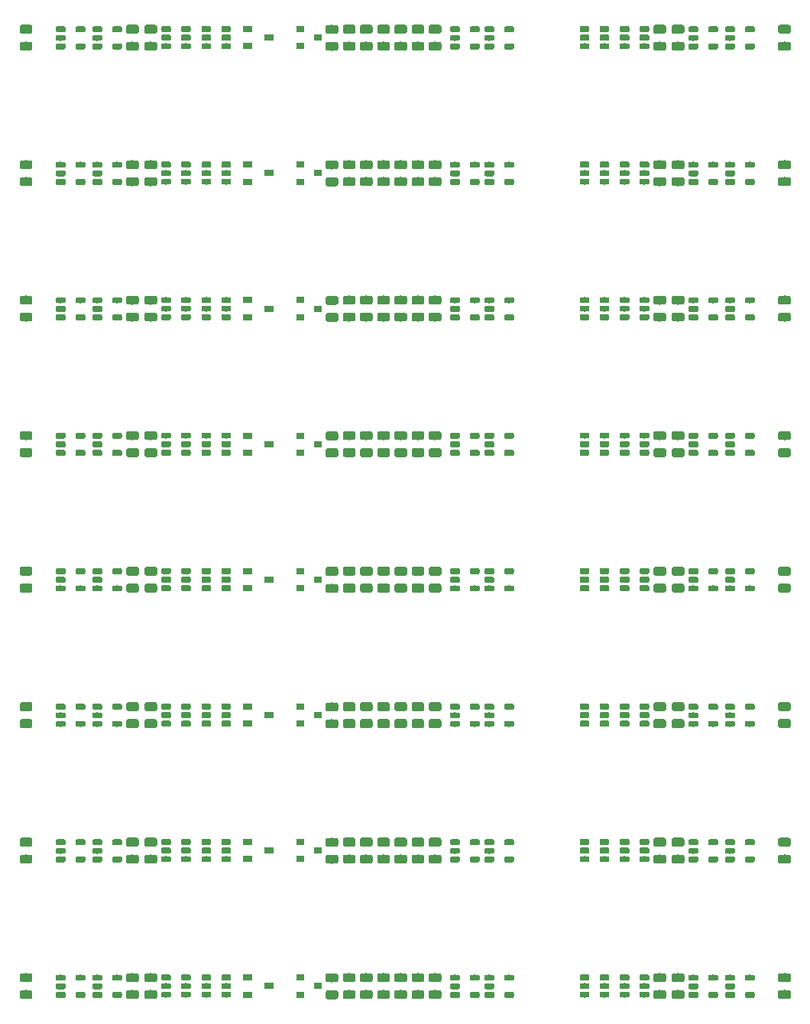
<source format=gbr>
G04 #@! TF.GenerationSoftware,KiCad,Pcbnew,(5.1.2)-2*
G04 #@! TF.CreationDate,2020-06-09T17:36:25+02:00*
G04 #@! TF.ProjectId,INTERFACE,494e5445-5246-4414-9345-2e6b69636164,rev?*
G04 #@! TF.SameCoordinates,Original*
G04 #@! TF.FileFunction,Paste,Top*
G04 #@! TF.FilePolarity,Positive*
%FSLAX46Y46*%
G04 Gerber Fmt 4.6, Leading zero omitted, Abs format (unit mm)*
G04 Created by KiCad (PCBNEW (5.1.2)-2) date 2020-06-09 17:36:25*
%MOMM*%
%LPD*%
G04 APERTURE LIST*
%ADD10C,0.100000*%
%ADD11C,0.650000*%
%ADD12R,0.900000X0.800000*%
%ADD13R,1.000000X0.700000*%
%ADD14C,0.975000*%
G04 APERTURE END LIST*
D10*
G36*
X105887428Y-5051182D02*
G01*
X105903202Y-5053522D01*
X105918671Y-5057397D01*
X105933686Y-5062770D01*
X105948102Y-5069588D01*
X105961780Y-5077786D01*
X105974589Y-5087286D01*
X105986405Y-5097995D01*
X105997114Y-5109811D01*
X106006614Y-5122620D01*
X106014812Y-5136298D01*
X106021630Y-5150714D01*
X106027003Y-5165729D01*
X106030878Y-5181198D01*
X106033218Y-5196972D01*
X106034000Y-5212900D01*
X106034000Y-5537900D01*
X106033218Y-5553828D01*
X106030878Y-5569602D01*
X106027003Y-5585071D01*
X106021630Y-5600086D01*
X106014812Y-5614502D01*
X106006614Y-5628180D01*
X105997114Y-5640989D01*
X105986405Y-5652805D01*
X105974589Y-5663514D01*
X105961780Y-5673014D01*
X105948102Y-5681212D01*
X105933686Y-5688030D01*
X105918671Y-5693403D01*
X105903202Y-5697278D01*
X105887428Y-5699618D01*
X105871500Y-5700400D01*
X105136500Y-5700400D01*
X105120572Y-5699618D01*
X105104798Y-5697278D01*
X105089329Y-5693403D01*
X105074314Y-5688030D01*
X105059898Y-5681212D01*
X105046220Y-5673014D01*
X105033411Y-5663514D01*
X105021595Y-5652805D01*
X105010886Y-5640989D01*
X105001386Y-5628180D01*
X104993188Y-5614502D01*
X104986370Y-5600086D01*
X104980997Y-5585071D01*
X104977122Y-5569602D01*
X104974782Y-5553828D01*
X104974000Y-5537900D01*
X104974000Y-5212900D01*
X104974782Y-5196972D01*
X104977122Y-5181198D01*
X104980997Y-5165729D01*
X104986370Y-5150714D01*
X104993188Y-5136298D01*
X105001386Y-5122620D01*
X105010886Y-5109811D01*
X105021595Y-5097995D01*
X105033411Y-5087286D01*
X105046220Y-5077786D01*
X105059898Y-5069588D01*
X105074314Y-5062770D01*
X105089329Y-5057397D01*
X105104798Y-5053522D01*
X105120572Y-5051182D01*
X105136500Y-5050400D01*
X105871500Y-5050400D01*
X105887428Y-5051182D01*
X105887428Y-5051182D01*
G37*
D11*
X105504000Y-5375400D03*
D10*
G36*
X105887428Y-6001182D02*
G01*
X105903202Y-6003522D01*
X105918671Y-6007397D01*
X105933686Y-6012770D01*
X105948102Y-6019588D01*
X105961780Y-6027786D01*
X105974589Y-6037286D01*
X105986405Y-6047995D01*
X105997114Y-6059811D01*
X106006614Y-6072620D01*
X106014812Y-6086298D01*
X106021630Y-6100714D01*
X106027003Y-6115729D01*
X106030878Y-6131198D01*
X106033218Y-6146972D01*
X106034000Y-6162900D01*
X106034000Y-6487900D01*
X106033218Y-6503828D01*
X106030878Y-6519602D01*
X106027003Y-6535071D01*
X106021630Y-6550086D01*
X106014812Y-6564502D01*
X106006614Y-6578180D01*
X105997114Y-6590989D01*
X105986405Y-6602805D01*
X105974589Y-6613514D01*
X105961780Y-6623014D01*
X105948102Y-6631212D01*
X105933686Y-6638030D01*
X105918671Y-6643403D01*
X105903202Y-6647278D01*
X105887428Y-6649618D01*
X105871500Y-6650400D01*
X105136500Y-6650400D01*
X105120572Y-6649618D01*
X105104798Y-6647278D01*
X105089329Y-6643403D01*
X105074314Y-6638030D01*
X105059898Y-6631212D01*
X105046220Y-6623014D01*
X105033411Y-6613514D01*
X105021595Y-6602805D01*
X105010886Y-6590989D01*
X105001386Y-6578180D01*
X104993188Y-6564502D01*
X104986370Y-6550086D01*
X104980997Y-6535071D01*
X104977122Y-6519602D01*
X104974782Y-6503828D01*
X104974000Y-6487900D01*
X104974000Y-6162900D01*
X104974782Y-6146972D01*
X104977122Y-6131198D01*
X104980997Y-6115729D01*
X104986370Y-6100714D01*
X104993188Y-6086298D01*
X105001386Y-6072620D01*
X105010886Y-6059811D01*
X105021595Y-6047995D01*
X105033411Y-6037286D01*
X105046220Y-6027786D01*
X105059898Y-6019588D01*
X105074314Y-6012770D01*
X105089329Y-6007397D01*
X105104798Y-6003522D01*
X105120572Y-6001182D01*
X105136500Y-6000400D01*
X105871500Y-6000400D01*
X105887428Y-6001182D01*
X105887428Y-6001182D01*
G37*
D11*
X105504000Y-6325400D03*
D10*
G36*
X105887428Y-6951182D02*
G01*
X105903202Y-6953522D01*
X105918671Y-6957397D01*
X105933686Y-6962770D01*
X105948102Y-6969588D01*
X105961780Y-6977786D01*
X105974589Y-6987286D01*
X105986405Y-6997995D01*
X105997114Y-7009811D01*
X106006614Y-7022620D01*
X106014812Y-7036298D01*
X106021630Y-7050714D01*
X106027003Y-7065729D01*
X106030878Y-7081198D01*
X106033218Y-7096972D01*
X106034000Y-7112900D01*
X106034000Y-7437900D01*
X106033218Y-7453828D01*
X106030878Y-7469602D01*
X106027003Y-7485071D01*
X106021630Y-7500086D01*
X106014812Y-7514502D01*
X106006614Y-7528180D01*
X105997114Y-7540989D01*
X105986405Y-7552805D01*
X105974589Y-7563514D01*
X105961780Y-7573014D01*
X105948102Y-7581212D01*
X105933686Y-7588030D01*
X105918671Y-7593403D01*
X105903202Y-7597278D01*
X105887428Y-7599618D01*
X105871500Y-7600400D01*
X105136500Y-7600400D01*
X105120572Y-7599618D01*
X105104798Y-7597278D01*
X105089329Y-7593403D01*
X105074314Y-7588030D01*
X105059898Y-7581212D01*
X105046220Y-7573014D01*
X105033411Y-7563514D01*
X105021595Y-7552805D01*
X105010886Y-7540989D01*
X105001386Y-7528180D01*
X104993188Y-7514502D01*
X104986370Y-7500086D01*
X104980997Y-7485071D01*
X104977122Y-7469602D01*
X104974782Y-7453828D01*
X104974000Y-7437900D01*
X104974000Y-7112900D01*
X104974782Y-7096972D01*
X104977122Y-7081198D01*
X104980997Y-7065729D01*
X104986370Y-7050714D01*
X104993188Y-7036298D01*
X105001386Y-7022620D01*
X105010886Y-7009811D01*
X105021595Y-6997995D01*
X105033411Y-6987286D01*
X105046220Y-6977786D01*
X105059898Y-6969588D01*
X105074314Y-6962770D01*
X105089329Y-6957397D01*
X105104798Y-6953522D01*
X105120572Y-6951182D01*
X105136500Y-6950400D01*
X105871500Y-6950400D01*
X105887428Y-6951182D01*
X105887428Y-6951182D01*
G37*
D11*
X105504000Y-7275400D03*
D10*
G36*
X108087428Y-6951182D02*
G01*
X108103202Y-6953522D01*
X108118671Y-6957397D01*
X108133686Y-6962770D01*
X108148102Y-6969588D01*
X108161780Y-6977786D01*
X108174589Y-6987286D01*
X108186405Y-6997995D01*
X108197114Y-7009811D01*
X108206614Y-7022620D01*
X108214812Y-7036298D01*
X108221630Y-7050714D01*
X108227003Y-7065729D01*
X108230878Y-7081198D01*
X108233218Y-7096972D01*
X108234000Y-7112900D01*
X108234000Y-7437900D01*
X108233218Y-7453828D01*
X108230878Y-7469602D01*
X108227003Y-7485071D01*
X108221630Y-7500086D01*
X108214812Y-7514502D01*
X108206614Y-7528180D01*
X108197114Y-7540989D01*
X108186405Y-7552805D01*
X108174589Y-7563514D01*
X108161780Y-7573014D01*
X108148102Y-7581212D01*
X108133686Y-7588030D01*
X108118671Y-7593403D01*
X108103202Y-7597278D01*
X108087428Y-7599618D01*
X108071500Y-7600400D01*
X107336500Y-7600400D01*
X107320572Y-7599618D01*
X107304798Y-7597278D01*
X107289329Y-7593403D01*
X107274314Y-7588030D01*
X107259898Y-7581212D01*
X107246220Y-7573014D01*
X107233411Y-7563514D01*
X107221595Y-7552805D01*
X107210886Y-7540989D01*
X107201386Y-7528180D01*
X107193188Y-7514502D01*
X107186370Y-7500086D01*
X107180997Y-7485071D01*
X107177122Y-7469602D01*
X107174782Y-7453828D01*
X107174000Y-7437900D01*
X107174000Y-7112900D01*
X107174782Y-7096972D01*
X107177122Y-7081198D01*
X107180997Y-7065729D01*
X107186370Y-7050714D01*
X107193188Y-7036298D01*
X107201386Y-7022620D01*
X107210886Y-7009811D01*
X107221595Y-6997995D01*
X107233411Y-6987286D01*
X107246220Y-6977786D01*
X107259898Y-6969588D01*
X107274314Y-6962770D01*
X107289329Y-6957397D01*
X107304798Y-6953522D01*
X107320572Y-6951182D01*
X107336500Y-6950400D01*
X108071500Y-6950400D01*
X108087428Y-6951182D01*
X108087428Y-6951182D01*
G37*
D11*
X107704000Y-7275400D03*
D10*
G36*
X108087428Y-5051182D02*
G01*
X108103202Y-5053522D01*
X108118671Y-5057397D01*
X108133686Y-5062770D01*
X108148102Y-5069588D01*
X108161780Y-5077786D01*
X108174589Y-5087286D01*
X108186405Y-5097995D01*
X108197114Y-5109811D01*
X108206614Y-5122620D01*
X108214812Y-5136298D01*
X108221630Y-5150714D01*
X108227003Y-5165729D01*
X108230878Y-5181198D01*
X108233218Y-5196972D01*
X108234000Y-5212900D01*
X108234000Y-5537900D01*
X108233218Y-5553828D01*
X108230878Y-5569602D01*
X108227003Y-5585071D01*
X108221630Y-5600086D01*
X108214812Y-5614502D01*
X108206614Y-5628180D01*
X108197114Y-5640989D01*
X108186405Y-5652805D01*
X108174589Y-5663514D01*
X108161780Y-5673014D01*
X108148102Y-5681212D01*
X108133686Y-5688030D01*
X108118671Y-5693403D01*
X108103202Y-5697278D01*
X108087428Y-5699618D01*
X108071500Y-5700400D01*
X107336500Y-5700400D01*
X107320572Y-5699618D01*
X107304798Y-5697278D01*
X107289329Y-5693403D01*
X107274314Y-5688030D01*
X107259898Y-5681212D01*
X107246220Y-5673014D01*
X107233411Y-5663514D01*
X107221595Y-5652805D01*
X107210886Y-5640989D01*
X107201386Y-5628180D01*
X107193188Y-5614502D01*
X107186370Y-5600086D01*
X107180997Y-5585071D01*
X107177122Y-5569602D01*
X107174782Y-5553828D01*
X107174000Y-5537900D01*
X107174000Y-5212900D01*
X107174782Y-5196972D01*
X107177122Y-5181198D01*
X107180997Y-5165729D01*
X107186370Y-5150714D01*
X107193188Y-5136298D01*
X107201386Y-5122620D01*
X107210886Y-5109811D01*
X107221595Y-5097995D01*
X107233411Y-5087286D01*
X107246220Y-5077786D01*
X107259898Y-5069588D01*
X107274314Y-5062770D01*
X107289329Y-5057397D01*
X107304798Y-5053522D01*
X107320572Y-5051182D01*
X107336500Y-5050400D01*
X108071500Y-5050400D01*
X108087428Y-5051182D01*
X108087428Y-5051182D01*
G37*
D11*
X107704000Y-5375400D03*
D12*
X88332000Y-5350000D03*
X88332000Y-7250000D03*
X90332000Y-6300000D03*
D13*
X82544000Y-5350000D03*
X82544000Y-7250000D03*
X84944000Y-6300000D03*
D10*
G36*
X62199428Y-5051182D02*
G01*
X62215202Y-5053522D01*
X62230671Y-5057397D01*
X62245686Y-5062770D01*
X62260102Y-5069588D01*
X62273780Y-5077786D01*
X62286589Y-5087286D01*
X62298405Y-5097995D01*
X62309114Y-5109811D01*
X62318614Y-5122620D01*
X62326812Y-5136298D01*
X62333630Y-5150714D01*
X62339003Y-5165729D01*
X62342878Y-5181198D01*
X62345218Y-5196972D01*
X62346000Y-5212900D01*
X62346000Y-5537900D01*
X62345218Y-5553828D01*
X62342878Y-5569602D01*
X62339003Y-5585071D01*
X62333630Y-5600086D01*
X62326812Y-5614502D01*
X62318614Y-5628180D01*
X62309114Y-5640989D01*
X62298405Y-5652805D01*
X62286589Y-5663514D01*
X62273780Y-5673014D01*
X62260102Y-5681212D01*
X62245686Y-5688030D01*
X62230671Y-5693403D01*
X62215202Y-5697278D01*
X62199428Y-5699618D01*
X62183500Y-5700400D01*
X61448500Y-5700400D01*
X61432572Y-5699618D01*
X61416798Y-5697278D01*
X61401329Y-5693403D01*
X61386314Y-5688030D01*
X61371898Y-5681212D01*
X61358220Y-5673014D01*
X61345411Y-5663514D01*
X61333595Y-5652805D01*
X61322886Y-5640989D01*
X61313386Y-5628180D01*
X61305188Y-5614502D01*
X61298370Y-5600086D01*
X61292997Y-5585071D01*
X61289122Y-5569602D01*
X61286782Y-5553828D01*
X61286000Y-5537900D01*
X61286000Y-5212900D01*
X61286782Y-5196972D01*
X61289122Y-5181198D01*
X61292997Y-5165729D01*
X61298370Y-5150714D01*
X61305188Y-5136298D01*
X61313386Y-5122620D01*
X61322886Y-5109811D01*
X61333595Y-5097995D01*
X61345411Y-5087286D01*
X61358220Y-5077786D01*
X61371898Y-5069588D01*
X61386314Y-5062770D01*
X61401329Y-5057397D01*
X61416798Y-5053522D01*
X61432572Y-5051182D01*
X61448500Y-5050400D01*
X62183500Y-5050400D01*
X62199428Y-5051182D01*
X62199428Y-5051182D01*
G37*
D11*
X61816000Y-5375400D03*
D10*
G36*
X62199428Y-6001182D02*
G01*
X62215202Y-6003522D01*
X62230671Y-6007397D01*
X62245686Y-6012770D01*
X62260102Y-6019588D01*
X62273780Y-6027786D01*
X62286589Y-6037286D01*
X62298405Y-6047995D01*
X62309114Y-6059811D01*
X62318614Y-6072620D01*
X62326812Y-6086298D01*
X62333630Y-6100714D01*
X62339003Y-6115729D01*
X62342878Y-6131198D01*
X62345218Y-6146972D01*
X62346000Y-6162900D01*
X62346000Y-6487900D01*
X62345218Y-6503828D01*
X62342878Y-6519602D01*
X62339003Y-6535071D01*
X62333630Y-6550086D01*
X62326812Y-6564502D01*
X62318614Y-6578180D01*
X62309114Y-6590989D01*
X62298405Y-6602805D01*
X62286589Y-6613514D01*
X62273780Y-6623014D01*
X62260102Y-6631212D01*
X62245686Y-6638030D01*
X62230671Y-6643403D01*
X62215202Y-6647278D01*
X62199428Y-6649618D01*
X62183500Y-6650400D01*
X61448500Y-6650400D01*
X61432572Y-6649618D01*
X61416798Y-6647278D01*
X61401329Y-6643403D01*
X61386314Y-6638030D01*
X61371898Y-6631212D01*
X61358220Y-6623014D01*
X61345411Y-6613514D01*
X61333595Y-6602805D01*
X61322886Y-6590989D01*
X61313386Y-6578180D01*
X61305188Y-6564502D01*
X61298370Y-6550086D01*
X61292997Y-6535071D01*
X61289122Y-6519602D01*
X61286782Y-6503828D01*
X61286000Y-6487900D01*
X61286000Y-6162900D01*
X61286782Y-6146972D01*
X61289122Y-6131198D01*
X61292997Y-6115729D01*
X61298370Y-6100714D01*
X61305188Y-6086298D01*
X61313386Y-6072620D01*
X61322886Y-6059811D01*
X61333595Y-6047995D01*
X61345411Y-6037286D01*
X61358220Y-6027786D01*
X61371898Y-6019588D01*
X61386314Y-6012770D01*
X61401329Y-6007397D01*
X61416798Y-6003522D01*
X61432572Y-6001182D01*
X61448500Y-6000400D01*
X62183500Y-6000400D01*
X62199428Y-6001182D01*
X62199428Y-6001182D01*
G37*
D11*
X61816000Y-6325400D03*
D10*
G36*
X62199428Y-6951182D02*
G01*
X62215202Y-6953522D01*
X62230671Y-6957397D01*
X62245686Y-6962770D01*
X62260102Y-6969588D01*
X62273780Y-6977786D01*
X62286589Y-6987286D01*
X62298405Y-6997995D01*
X62309114Y-7009811D01*
X62318614Y-7022620D01*
X62326812Y-7036298D01*
X62333630Y-7050714D01*
X62339003Y-7065729D01*
X62342878Y-7081198D01*
X62345218Y-7096972D01*
X62346000Y-7112900D01*
X62346000Y-7437900D01*
X62345218Y-7453828D01*
X62342878Y-7469602D01*
X62339003Y-7485071D01*
X62333630Y-7500086D01*
X62326812Y-7514502D01*
X62318614Y-7528180D01*
X62309114Y-7540989D01*
X62298405Y-7552805D01*
X62286589Y-7563514D01*
X62273780Y-7573014D01*
X62260102Y-7581212D01*
X62245686Y-7588030D01*
X62230671Y-7593403D01*
X62215202Y-7597278D01*
X62199428Y-7599618D01*
X62183500Y-7600400D01*
X61448500Y-7600400D01*
X61432572Y-7599618D01*
X61416798Y-7597278D01*
X61401329Y-7593403D01*
X61386314Y-7588030D01*
X61371898Y-7581212D01*
X61358220Y-7573014D01*
X61345411Y-7563514D01*
X61333595Y-7552805D01*
X61322886Y-7540989D01*
X61313386Y-7528180D01*
X61305188Y-7514502D01*
X61298370Y-7500086D01*
X61292997Y-7485071D01*
X61289122Y-7469602D01*
X61286782Y-7453828D01*
X61286000Y-7437900D01*
X61286000Y-7112900D01*
X61286782Y-7096972D01*
X61289122Y-7081198D01*
X61292997Y-7065729D01*
X61298370Y-7050714D01*
X61305188Y-7036298D01*
X61313386Y-7022620D01*
X61322886Y-7009811D01*
X61333595Y-6997995D01*
X61345411Y-6987286D01*
X61358220Y-6977786D01*
X61371898Y-6969588D01*
X61386314Y-6962770D01*
X61401329Y-6957397D01*
X61416798Y-6953522D01*
X61432572Y-6951182D01*
X61448500Y-6950400D01*
X62183500Y-6950400D01*
X62199428Y-6951182D01*
X62199428Y-6951182D01*
G37*
D11*
X61816000Y-7275400D03*
D10*
G36*
X64399428Y-6951182D02*
G01*
X64415202Y-6953522D01*
X64430671Y-6957397D01*
X64445686Y-6962770D01*
X64460102Y-6969588D01*
X64473780Y-6977786D01*
X64486589Y-6987286D01*
X64498405Y-6997995D01*
X64509114Y-7009811D01*
X64518614Y-7022620D01*
X64526812Y-7036298D01*
X64533630Y-7050714D01*
X64539003Y-7065729D01*
X64542878Y-7081198D01*
X64545218Y-7096972D01*
X64546000Y-7112900D01*
X64546000Y-7437900D01*
X64545218Y-7453828D01*
X64542878Y-7469602D01*
X64539003Y-7485071D01*
X64533630Y-7500086D01*
X64526812Y-7514502D01*
X64518614Y-7528180D01*
X64509114Y-7540989D01*
X64498405Y-7552805D01*
X64486589Y-7563514D01*
X64473780Y-7573014D01*
X64460102Y-7581212D01*
X64445686Y-7588030D01*
X64430671Y-7593403D01*
X64415202Y-7597278D01*
X64399428Y-7599618D01*
X64383500Y-7600400D01*
X63648500Y-7600400D01*
X63632572Y-7599618D01*
X63616798Y-7597278D01*
X63601329Y-7593403D01*
X63586314Y-7588030D01*
X63571898Y-7581212D01*
X63558220Y-7573014D01*
X63545411Y-7563514D01*
X63533595Y-7552805D01*
X63522886Y-7540989D01*
X63513386Y-7528180D01*
X63505188Y-7514502D01*
X63498370Y-7500086D01*
X63492997Y-7485071D01*
X63489122Y-7469602D01*
X63486782Y-7453828D01*
X63486000Y-7437900D01*
X63486000Y-7112900D01*
X63486782Y-7096972D01*
X63489122Y-7081198D01*
X63492997Y-7065729D01*
X63498370Y-7050714D01*
X63505188Y-7036298D01*
X63513386Y-7022620D01*
X63522886Y-7009811D01*
X63533595Y-6997995D01*
X63545411Y-6987286D01*
X63558220Y-6977786D01*
X63571898Y-6969588D01*
X63586314Y-6962770D01*
X63601329Y-6957397D01*
X63616798Y-6953522D01*
X63632572Y-6951182D01*
X63648500Y-6950400D01*
X64383500Y-6950400D01*
X64399428Y-6951182D01*
X64399428Y-6951182D01*
G37*
D11*
X64016000Y-7275400D03*
D10*
G36*
X64399428Y-5051182D02*
G01*
X64415202Y-5053522D01*
X64430671Y-5057397D01*
X64445686Y-5062770D01*
X64460102Y-5069588D01*
X64473780Y-5077786D01*
X64486589Y-5087286D01*
X64498405Y-5097995D01*
X64509114Y-5109811D01*
X64518614Y-5122620D01*
X64526812Y-5136298D01*
X64533630Y-5150714D01*
X64539003Y-5165729D01*
X64542878Y-5181198D01*
X64545218Y-5196972D01*
X64546000Y-5212900D01*
X64546000Y-5537900D01*
X64545218Y-5553828D01*
X64542878Y-5569602D01*
X64539003Y-5585071D01*
X64533630Y-5600086D01*
X64526812Y-5614502D01*
X64518614Y-5628180D01*
X64509114Y-5640989D01*
X64498405Y-5652805D01*
X64486589Y-5663514D01*
X64473780Y-5673014D01*
X64460102Y-5681212D01*
X64445686Y-5688030D01*
X64430671Y-5693403D01*
X64415202Y-5697278D01*
X64399428Y-5699618D01*
X64383500Y-5700400D01*
X63648500Y-5700400D01*
X63632572Y-5699618D01*
X63616798Y-5697278D01*
X63601329Y-5693403D01*
X63586314Y-5688030D01*
X63571898Y-5681212D01*
X63558220Y-5673014D01*
X63545411Y-5663514D01*
X63533595Y-5652805D01*
X63522886Y-5640989D01*
X63513386Y-5628180D01*
X63505188Y-5614502D01*
X63498370Y-5600086D01*
X63492997Y-5585071D01*
X63489122Y-5569602D01*
X63486782Y-5553828D01*
X63486000Y-5537900D01*
X63486000Y-5212900D01*
X63486782Y-5196972D01*
X63489122Y-5181198D01*
X63492997Y-5165729D01*
X63498370Y-5150714D01*
X63505188Y-5136298D01*
X63513386Y-5122620D01*
X63522886Y-5109811D01*
X63533595Y-5097995D01*
X63545411Y-5087286D01*
X63558220Y-5077786D01*
X63571898Y-5069588D01*
X63586314Y-5062770D01*
X63601329Y-5057397D01*
X63616798Y-5053522D01*
X63632572Y-5051182D01*
X63648500Y-5050400D01*
X64383500Y-5050400D01*
X64399428Y-5051182D01*
X64399428Y-5051182D01*
G37*
D11*
X64016000Y-5375400D03*
D10*
G36*
X132303428Y-5051182D02*
G01*
X132319202Y-5053522D01*
X132334671Y-5057397D01*
X132349686Y-5062770D01*
X132364102Y-5069588D01*
X132377780Y-5077786D01*
X132390589Y-5087286D01*
X132402405Y-5097995D01*
X132413114Y-5109811D01*
X132422614Y-5122620D01*
X132430812Y-5136298D01*
X132437630Y-5150714D01*
X132443003Y-5165729D01*
X132446878Y-5181198D01*
X132449218Y-5196972D01*
X132450000Y-5212900D01*
X132450000Y-5537900D01*
X132449218Y-5553828D01*
X132446878Y-5569602D01*
X132443003Y-5585071D01*
X132437630Y-5600086D01*
X132430812Y-5614502D01*
X132422614Y-5628180D01*
X132413114Y-5640989D01*
X132402405Y-5652805D01*
X132390589Y-5663514D01*
X132377780Y-5673014D01*
X132364102Y-5681212D01*
X132349686Y-5688030D01*
X132334671Y-5693403D01*
X132319202Y-5697278D01*
X132303428Y-5699618D01*
X132287500Y-5700400D01*
X131552500Y-5700400D01*
X131536572Y-5699618D01*
X131520798Y-5697278D01*
X131505329Y-5693403D01*
X131490314Y-5688030D01*
X131475898Y-5681212D01*
X131462220Y-5673014D01*
X131449411Y-5663514D01*
X131437595Y-5652805D01*
X131426886Y-5640989D01*
X131417386Y-5628180D01*
X131409188Y-5614502D01*
X131402370Y-5600086D01*
X131396997Y-5585071D01*
X131393122Y-5569602D01*
X131390782Y-5553828D01*
X131390000Y-5537900D01*
X131390000Y-5212900D01*
X131390782Y-5196972D01*
X131393122Y-5181198D01*
X131396997Y-5165729D01*
X131402370Y-5150714D01*
X131409188Y-5136298D01*
X131417386Y-5122620D01*
X131426886Y-5109811D01*
X131437595Y-5097995D01*
X131449411Y-5087286D01*
X131462220Y-5077786D01*
X131475898Y-5069588D01*
X131490314Y-5062770D01*
X131505329Y-5057397D01*
X131520798Y-5053522D01*
X131536572Y-5051182D01*
X131552500Y-5050400D01*
X132287500Y-5050400D01*
X132303428Y-5051182D01*
X132303428Y-5051182D01*
G37*
D11*
X131920000Y-5375400D03*
D10*
G36*
X132303428Y-6001182D02*
G01*
X132319202Y-6003522D01*
X132334671Y-6007397D01*
X132349686Y-6012770D01*
X132364102Y-6019588D01*
X132377780Y-6027786D01*
X132390589Y-6037286D01*
X132402405Y-6047995D01*
X132413114Y-6059811D01*
X132422614Y-6072620D01*
X132430812Y-6086298D01*
X132437630Y-6100714D01*
X132443003Y-6115729D01*
X132446878Y-6131198D01*
X132449218Y-6146972D01*
X132450000Y-6162900D01*
X132450000Y-6487900D01*
X132449218Y-6503828D01*
X132446878Y-6519602D01*
X132443003Y-6535071D01*
X132437630Y-6550086D01*
X132430812Y-6564502D01*
X132422614Y-6578180D01*
X132413114Y-6590989D01*
X132402405Y-6602805D01*
X132390589Y-6613514D01*
X132377780Y-6623014D01*
X132364102Y-6631212D01*
X132349686Y-6638030D01*
X132334671Y-6643403D01*
X132319202Y-6647278D01*
X132303428Y-6649618D01*
X132287500Y-6650400D01*
X131552500Y-6650400D01*
X131536572Y-6649618D01*
X131520798Y-6647278D01*
X131505329Y-6643403D01*
X131490314Y-6638030D01*
X131475898Y-6631212D01*
X131462220Y-6623014D01*
X131449411Y-6613514D01*
X131437595Y-6602805D01*
X131426886Y-6590989D01*
X131417386Y-6578180D01*
X131409188Y-6564502D01*
X131402370Y-6550086D01*
X131396997Y-6535071D01*
X131393122Y-6519602D01*
X131390782Y-6503828D01*
X131390000Y-6487900D01*
X131390000Y-6162900D01*
X131390782Y-6146972D01*
X131393122Y-6131198D01*
X131396997Y-6115729D01*
X131402370Y-6100714D01*
X131409188Y-6086298D01*
X131417386Y-6072620D01*
X131426886Y-6059811D01*
X131437595Y-6047995D01*
X131449411Y-6037286D01*
X131462220Y-6027786D01*
X131475898Y-6019588D01*
X131490314Y-6012770D01*
X131505329Y-6007397D01*
X131520798Y-6003522D01*
X131536572Y-6001182D01*
X131552500Y-6000400D01*
X132287500Y-6000400D01*
X132303428Y-6001182D01*
X132303428Y-6001182D01*
G37*
D11*
X131920000Y-6325400D03*
D10*
G36*
X132303428Y-6951182D02*
G01*
X132319202Y-6953522D01*
X132334671Y-6957397D01*
X132349686Y-6962770D01*
X132364102Y-6969588D01*
X132377780Y-6977786D01*
X132390589Y-6987286D01*
X132402405Y-6997995D01*
X132413114Y-7009811D01*
X132422614Y-7022620D01*
X132430812Y-7036298D01*
X132437630Y-7050714D01*
X132443003Y-7065729D01*
X132446878Y-7081198D01*
X132449218Y-7096972D01*
X132450000Y-7112900D01*
X132450000Y-7437900D01*
X132449218Y-7453828D01*
X132446878Y-7469602D01*
X132443003Y-7485071D01*
X132437630Y-7500086D01*
X132430812Y-7514502D01*
X132422614Y-7528180D01*
X132413114Y-7540989D01*
X132402405Y-7552805D01*
X132390589Y-7563514D01*
X132377780Y-7573014D01*
X132364102Y-7581212D01*
X132349686Y-7588030D01*
X132334671Y-7593403D01*
X132319202Y-7597278D01*
X132303428Y-7599618D01*
X132287500Y-7600400D01*
X131552500Y-7600400D01*
X131536572Y-7599618D01*
X131520798Y-7597278D01*
X131505329Y-7593403D01*
X131490314Y-7588030D01*
X131475898Y-7581212D01*
X131462220Y-7573014D01*
X131449411Y-7563514D01*
X131437595Y-7552805D01*
X131426886Y-7540989D01*
X131417386Y-7528180D01*
X131409188Y-7514502D01*
X131402370Y-7500086D01*
X131396997Y-7485071D01*
X131393122Y-7469602D01*
X131390782Y-7453828D01*
X131390000Y-7437900D01*
X131390000Y-7112900D01*
X131390782Y-7096972D01*
X131393122Y-7081198D01*
X131396997Y-7065729D01*
X131402370Y-7050714D01*
X131409188Y-7036298D01*
X131417386Y-7022620D01*
X131426886Y-7009811D01*
X131437595Y-6997995D01*
X131449411Y-6987286D01*
X131462220Y-6977786D01*
X131475898Y-6969588D01*
X131490314Y-6962770D01*
X131505329Y-6957397D01*
X131520798Y-6953522D01*
X131536572Y-6951182D01*
X131552500Y-6950400D01*
X132287500Y-6950400D01*
X132303428Y-6951182D01*
X132303428Y-6951182D01*
G37*
D11*
X131920000Y-7275400D03*
D10*
G36*
X134503428Y-6951182D02*
G01*
X134519202Y-6953522D01*
X134534671Y-6957397D01*
X134549686Y-6962770D01*
X134564102Y-6969588D01*
X134577780Y-6977786D01*
X134590589Y-6987286D01*
X134602405Y-6997995D01*
X134613114Y-7009811D01*
X134622614Y-7022620D01*
X134630812Y-7036298D01*
X134637630Y-7050714D01*
X134643003Y-7065729D01*
X134646878Y-7081198D01*
X134649218Y-7096972D01*
X134650000Y-7112900D01*
X134650000Y-7437900D01*
X134649218Y-7453828D01*
X134646878Y-7469602D01*
X134643003Y-7485071D01*
X134637630Y-7500086D01*
X134630812Y-7514502D01*
X134622614Y-7528180D01*
X134613114Y-7540989D01*
X134602405Y-7552805D01*
X134590589Y-7563514D01*
X134577780Y-7573014D01*
X134564102Y-7581212D01*
X134549686Y-7588030D01*
X134534671Y-7593403D01*
X134519202Y-7597278D01*
X134503428Y-7599618D01*
X134487500Y-7600400D01*
X133752500Y-7600400D01*
X133736572Y-7599618D01*
X133720798Y-7597278D01*
X133705329Y-7593403D01*
X133690314Y-7588030D01*
X133675898Y-7581212D01*
X133662220Y-7573014D01*
X133649411Y-7563514D01*
X133637595Y-7552805D01*
X133626886Y-7540989D01*
X133617386Y-7528180D01*
X133609188Y-7514502D01*
X133602370Y-7500086D01*
X133596997Y-7485071D01*
X133593122Y-7469602D01*
X133590782Y-7453828D01*
X133590000Y-7437900D01*
X133590000Y-7112900D01*
X133590782Y-7096972D01*
X133593122Y-7081198D01*
X133596997Y-7065729D01*
X133602370Y-7050714D01*
X133609188Y-7036298D01*
X133617386Y-7022620D01*
X133626886Y-7009811D01*
X133637595Y-6997995D01*
X133649411Y-6987286D01*
X133662220Y-6977786D01*
X133675898Y-6969588D01*
X133690314Y-6962770D01*
X133705329Y-6957397D01*
X133720798Y-6953522D01*
X133736572Y-6951182D01*
X133752500Y-6950400D01*
X134487500Y-6950400D01*
X134503428Y-6951182D01*
X134503428Y-6951182D01*
G37*
D11*
X134120000Y-7275400D03*
D10*
G36*
X134503428Y-5051182D02*
G01*
X134519202Y-5053522D01*
X134534671Y-5057397D01*
X134549686Y-5062770D01*
X134564102Y-5069588D01*
X134577780Y-5077786D01*
X134590589Y-5087286D01*
X134602405Y-5097995D01*
X134613114Y-5109811D01*
X134622614Y-5122620D01*
X134630812Y-5136298D01*
X134637630Y-5150714D01*
X134643003Y-5165729D01*
X134646878Y-5181198D01*
X134649218Y-5196972D01*
X134650000Y-5212900D01*
X134650000Y-5537900D01*
X134649218Y-5553828D01*
X134646878Y-5569602D01*
X134643003Y-5585071D01*
X134637630Y-5600086D01*
X134630812Y-5614502D01*
X134622614Y-5628180D01*
X134613114Y-5640989D01*
X134602405Y-5652805D01*
X134590589Y-5663514D01*
X134577780Y-5673014D01*
X134564102Y-5681212D01*
X134549686Y-5688030D01*
X134534671Y-5693403D01*
X134519202Y-5697278D01*
X134503428Y-5699618D01*
X134487500Y-5700400D01*
X133752500Y-5700400D01*
X133736572Y-5699618D01*
X133720798Y-5697278D01*
X133705329Y-5693403D01*
X133690314Y-5688030D01*
X133675898Y-5681212D01*
X133662220Y-5673014D01*
X133649411Y-5663514D01*
X133637595Y-5652805D01*
X133626886Y-5640989D01*
X133617386Y-5628180D01*
X133609188Y-5614502D01*
X133602370Y-5600086D01*
X133596997Y-5585071D01*
X133593122Y-5569602D01*
X133590782Y-5553828D01*
X133590000Y-5537900D01*
X133590000Y-5212900D01*
X133590782Y-5196972D01*
X133593122Y-5181198D01*
X133596997Y-5165729D01*
X133602370Y-5150714D01*
X133609188Y-5136298D01*
X133617386Y-5122620D01*
X133626886Y-5109811D01*
X133637595Y-5097995D01*
X133649411Y-5087286D01*
X133662220Y-5077786D01*
X133675898Y-5069588D01*
X133690314Y-5062770D01*
X133705329Y-5057397D01*
X133720798Y-5053522D01*
X133736572Y-5051182D01*
X133752500Y-5050400D01*
X134487500Y-5050400D01*
X134503428Y-5051182D01*
X134503428Y-5051182D01*
G37*
D11*
X134120000Y-5375400D03*
D10*
G36*
X130706142Y-6754174D02*
G01*
X130729803Y-6757684D01*
X130753007Y-6763496D01*
X130775529Y-6771554D01*
X130797153Y-6781782D01*
X130817670Y-6794079D01*
X130836883Y-6808329D01*
X130854607Y-6824393D01*
X130870671Y-6842117D01*
X130884921Y-6861330D01*
X130897218Y-6881847D01*
X130907446Y-6903471D01*
X130915504Y-6925993D01*
X130921316Y-6949197D01*
X130924826Y-6972858D01*
X130926000Y-6996750D01*
X130926000Y-7484250D01*
X130924826Y-7508142D01*
X130921316Y-7531803D01*
X130915504Y-7555007D01*
X130907446Y-7577529D01*
X130897218Y-7599153D01*
X130884921Y-7619670D01*
X130870671Y-7638883D01*
X130854607Y-7656607D01*
X130836883Y-7672671D01*
X130817670Y-7686921D01*
X130797153Y-7699218D01*
X130775529Y-7709446D01*
X130753007Y-7717504D01*
X130729803Y-7723316D01*
X130706142Y-7726826D01*
X130682250Y-7728000D01*
X129769750Y-7728000D01*
X129745858Y-7726826D01*
X129722197Y-7723316D01*
X129698993Y-7717504D01*
X129676471Y-7709446D01*
X129654847Y-7699218D01*
X129634330Y-7686921D01*
X129615117Y-7672671D01*
X129597393Y-7656607D01*
X129581329Y-7638883D01*
X129567079Y-7619670D01*
X129554782Y-7599153D01*
X129544554Y-7577529D01*
X129536496Y-7555007D01*
X129530684Y-7531803D01*
X129527174Y-7508142D01*
X129526000Y-7484250D01*
X129526000Y-6996750D01*
X129527174Y-6972858D01*
X129530684Y-6949197D01*
X129536496Y-6925993D01*
X129544554Y-6903471D01*
X129554782Y-6881847D01*
X129567079Y-6861330D01*
X129581329Y-6842117D01*
X129597393Y-6824393D01*
X129615117Y-6808329D01*
X129634330Y-6794079D01*
X129654847Y-6781782D01*
X129676471Y-6771554D01*
X129698993Y-6763496D01*
X129722197Y-6757684D01*
X129745858Y-6754174D01*
X129769750Y-6753000D01*
X130682250Y-6753000D01*
X130706142Y-6754174D01*
X130706142Y-6754174D01*
G37*
D14*
X130226000Y-7240500D03*
D10*
G36*
X130706142Y-4879174D02*
G01*
X130729803Y-4882684D01*
X130753007Y-4888496D01*
X130775529Y-4896554D01*
X130797153Y-4906782D01*
X130817670Y-4919079D01*
X130836883Y-4933329D01*
X130854607Y-4949393D01*
X130870671Y-4967117D01*
X130884921Y-4986330D01*
X130897218Y-5006847D01*
X130907446Y-5028471D01*
X130915504Y-5050993D01*
X130921316Y-5074197D01*
X130924826Y-5097858D01*
X130926000Y-5121750D01*
X130926000Y-5609250D01*
X130924826Y-5633142D01*
X130921316Y-5656803D01*
X130915504Y-5680007D01*
X130907446Y-5702529D01*
X130897218Y-5724153D01*
X130884921Y-5744670D01*
X130870671Y-5763883D01*
X130854607Y-5781607D01*
X130836883Y-5797671D01*
X130817670Y-5811921D01*
X130797153Y-5824218D01*
X130775529Y-5834446D01*
X130753007Y-5842504D01*
X130729803Y-5848316D01*
X130706142Y-5851826D01*
X130682250Y-5853000D01*
X129769750Y-5853000D01*
X129745858Y-5851826D01*
X129722197Y-5848316D01*
X129698993Y-5842504D01*
X129676471Y-5834446D01*
X129654847Y-5824218D01*
X129634330Y-5811921D01*
X129615117Y-5797671D01*
X129597393Y-5781607D01*
X129581329Y-5763883D01*
X129567079Y-5744670D01*
X129554782Y-5724153D01*
X129544554Y-5702529D01*
X129536496Y-5680007D01*
X129530684Y-5656803D01*
X129527174Y-5633142D01*
X129526000Y-5609250D01*
X129526000Y-5121750D01*
X129527174Y-5097858D01*
X129530684Y-5074197D01*
X129536496Y-5050993D01*
X129544554Y-5028471D01*
X129554782Y-5006847D01*
X129567079Y-4986330D01*
X129581329Y-4967117D01*
X129597393Y-4949393D01*
X129615117Y-4933329D01*
X129634330Y-4919079D01*
X129654847Y-4906782D01*
X129676471Y-4896554D01*
X129698993Y-4888496D01*
X129722197Y-4882684D01*
X129745858Y-4879174D01*
X129769750Y-4878000D01*
X130682250Y-4878000D01*
X130706142Y-4879174D01*
X130706142Y-4879174D01*
G37*
D14*
X130226000Y-5365500D03*
D10*
G36*
X124683428Y-5025782D02*
G01*
X124699202Y-5028122D01*
X124714671Y-5031997D01*
X124729686Y-5037370D01*
X124744102Y-5044188D01*
X124757780Y-5052386D01*
X124770589Y-5061886D01*
X124782405Y-5072595D01*
X124793114Y-5084411D01*
X124802614Y-5097220D01*
X124810812Y-5110898D01*
X124817630Y-5125314D01*
X124823003Y-5140329D01*
X124826878Y-5155798D01*
X124829218Y-5171572D01*
X124830000Y-5187500D01*
X124830000Y-5512500D01*
X124829218Y-5528428D01*
X124826878Y-5544202D01*
X124823003Y-5559671D01*
X124817630Y-5574686D01*
X124810812Y-5589102D01*
X124802614Y-5602780D01*
X124793114Y-5615589D01*
X124782405Y-5627405D01*
X124770589Y-5638114D01*
X124757780Y-5647614D01*
X124744102Y-5655812D01*
X124729686Y-5662630D01*
X124714671Y-5668003D01*
X124699202Y-5671878D01*
X124683428Y-5674218D01*
X124667500Y-5675000D01*
X123932500Y-5675000D01*
X123916572Y-5674218D01*
X123900798Y-5671878D01*
X123885329Y-5668003D01*
X123870314Y-5662630D01*
X123855898Y-5655812D01*
X123842220Y-5647614D01*
X123829411Y-5638114D01*
X123817595Y-5627405D01*
X123806886Y-5615589D01*
X123797386Y-5602780D01*
X123789188Y-5589102D01*
X123782370Y-5574686D01*
X123776997Y-5559671D01*
X123773122Y-5544202D01*
X123770782Y-5528428D01*
X123770000Y-5512500D01*
X123770000Y-5187500D01*
X123770782Y-5171572D01*
X123773122Y-5155798D01*
X123776997Y-5140329D01*
X123782370Y-5125314D01*
X123789188Y-5110898D01*
X123797386Y-5097220D01*
X123806886Y-5084411D01*
X123817595Y-5072595D01*
X123829411Y-5061886D01*
X123842220Y-5052386D01*
X123855898Y-5044188D01*
X123870314Y-5037370D01*
X123885329Y-5031997D01*
X123900798Y-5028122D01*
X123916572Y-5025782D01*
X123932500Y-5025000D01*
X124667500Y-5025000D01*
X124683428Y-5025782D01*
X124683428Y-5025782D01*
G37*
D11*
X124300000Y-5350000D03*
D10*
G36*
X124683428Y-5975782D02*
G01*
X124699202Y-5978122D01*
X124714671Y-5981997D01*
X124729686Y-5987370D01*
X124744102Y-5994188D01*
X124757780Y-6002386D01*
X124770589Y-6011886D01*
X124782405Y-6022595D01*
X124793114Y-6034411D01*
X124802614Y-6047220D01*
X124810812Y-6060898D01*
X124817630Y-6075314D01*
X124823003Y-6090329D01*
X124826878Y-6105798D01*
X124829218Y-6121572D01*
X124830000Y-6137500D01*
X124830000Y-6462500D01*
X124829218Y-6478428D01*
X124826878Y-6494202D01*
X124823003Y-6509671D01*
X124817630Y-6524686D01*
X124810812Y-6539102D01*
X124802614Y-6552780D01*
X124793114Y-6565589D01*
X124782405Y-6577405D01*
X124770589Y-6588114D01*
X124757780Y-6597614D01*
X124744102Y-6605812D01*
X124729686Y-6612630D01*
X124714671Y-6618003D01*
X124699202Y-6621878D01*
X124683428Y-6624218D01*
X124667500Y-6625000D01*
X123932500Y-6625000D01*
X123916572Y-6624218D01*
X123900798Y-6621878D01*
X123885329Y-6618003D01*
X123870314Y-6612630D01*
X123855898Y-6605812D01*
X123842220Y-6597614D01*
X123829411Y-6588114D01*
X123817595Y-6577405D01*
X123806886Y-6565589D01*
X123797386Y-6552780D01*
X123789188Y-6539102D01*
X123782370Y-6524686D01*
X123776997Y-6509671D01*
X123773122Y-6494202D01*
X123770782Y-6478428D01*
X123770000Y-6462500D01*
X123770000Y-6137500D01*
X123770782Y-6121572D01*
X123773122Y-6105798D01*
X123776997Y-6090329D01*
X123782370Y-6075314D01*
X123789188Y-6060898D01*
X123797386Y-6047220D01*
X123806886Y-6034411D01*
X123817595Y-6022595D01*
X123829411Y-6011886D01*
X123842220Y-6002386D01*
X123855898Y-5994188D01*
X123870314Y-5987370D01*
X123885329Y-5981997D01*
X123900798Y-5978122D01*
X123916572Y-5975782D01*
X123932500Y-5975000D01*
X124667500Y-5975000D01*
X124683428Y-5975782D01*
X124683428Y-5975782D01*
G37*
D11*
X124300000Y-6300000D03*
D10*
G36*
X124683428Y-6925782D02*
G01*
X124699202Y-6928122D01*
X124714671Y-6931997D01*
X124729686Y-6937370D01*
X124744102Y-6944188D01*
X124757780Y-6952386D01*
X124770589Y-6961886D01*
X124782405Y-6972595D01*
X124793114Y-6984411D01*
X124802614Y-6997220D01*
X124810812Y-7010898D01*
X124817630Y-7025314D01*
X124823003Y-7040329D01*
X124826878Y-7055798D01*
X124829218Y-7071572D01*
X124830000Y-7087500D01*
X124830000Y-7412500D01*
X124829218Y-7428428D01*
X124826878Y-7444202D01*
X124823003Y-7459671D01*
X124817630Y-7474686D01*
X124810812Y-7489102D01*
X124802614Y-7502780D01*
X124793114Y-7515589D01*
X124782405Y-7527405D01*
X124770589Y-7538114D01*
X124757780Y-7547614D01*
X124744102Y-7555812D01*
X124729686Y-7562630D01*
X124714671Y-7568003D01*
X124699202Y-7571878D01*
X124683428Y-7574218D01*
X124667500Y-7575000D01*
X123932500Y-7575000D01*
X123916572Y-7574218D01*
X123900798Y-7571878D01*
X123885329Y-7568003D01*
X123870314Y-7562630D01*
X123855898Y-7555812D01*
X123842220Y-7547614D01*
X123829411Y-7538114D01*
X123817595Y-7527405D01*
X123806886Y-7515589D01*
X123797386Y-7502780D01*
X123789188Y-7489102D01*
X123782370Y-7474686D01*
X123776997Y-7459671D01*
X123773122Y-7444202D01*
X123770782Y-7428428D01*
X123770000Y-7412500D01*
X123770000Y-7087500D01*
X123770782Y-7071572D01*
X123773122Y-7055798D01*
X123776997Y-7040329D01*
X123782370Y-7025314D01*
X123789188Y-7010898D01*
X123797386Y-6997220D01*
X123806886Y-6984411D01*
X123817595Y-6972595D01*
X123829411Y-6961886D01*
X123842220Y-6952386D01*
X123855898Y-6944188D01*
X123870314Y-6937370D01*
X123885329Y-6931997D01*
X123900798Y-6928122D01*
X123916572Y-6925782D01*
X123932500Y-6925000D01*
X124667500Y-6925000D01*
X124683428Y-6925782D01*
X124683428Y-6925782D01*
G37*
D11*
X124300000Y-7250000D03*
D10*
G36*
X126883428Y-6925782D02*
G01*
X126899202Y-6928122D01*
X126914671Y-6931997D01*
X126929686Y-6937370D01*
X126944102Y-6944188D01*
X126957780Y-6952386D01*
X126970589Y-6961886D01*
X126982405Y-6972595D01*
X126993114Y-6984411D01*
X127002614Y-6997220D01*
X127010812Y-7010898D01*
X127017630Y-7025314D01*
X127023003Y-7040329D01*
X127026878Y-7055798D01*
X127029218Y-7071572D01*
X127030000Y-7087500D01*
X127030000Y-7412500D01*
X127029218Y-7428428D01*
X127026878Y-7444202D01*
X127023003Y-7459671D01*
X127017630Y-7474686D01*
X127010812Y-7489102D01*
X127002614Y-7502780D01*
X126993114Y-7515589D01*
X126982405Y-7527405D01*
X126970589Y-7538114D01*
X126957780Y-7547614D01*
X126944102Y-7555812D01*
X126929686Y-7562630D01*
X126914671Y-7568003D01*
X126899202Y-7571878D01*
X126883428Y-7574218D01*
X126867500Y-7575000D01*
X126132500Y-7575000D01*
X126116572Y-7574218D01*
X126100798Y-7571878D01*
X126085329Y-7568003D01*
X126070314Y-7562630D01*
X126055898Y-7555812D01*
X126042220Y-7547614D01*
X126029411Y-7538114D01*
X126017595Y-7527405D01*
X126006886Y-7515589D01*
X125997386Y-7502780D01*
X125989188Y-7489102D01*
X125982370Y-7474686D01*
X125976997Y-7459671D01*
X125973122Y-7444202D01*
X125970782Y-7428428D01*
X125970000Y-7412500D01*
X125970000Y-7087500D01*
X125970782Y-7071572D01*
X125973122Y-7055798D01*
X125976997Y-7040329D01*
X125982370Y-7025314D01*
X125989188Y-7010898D01*
X125997386Y-6997220D01*
X126006886Y-6984411D01*
X126017595Y-6972595D01*
X126029411Y-6961886D01*
X126042220Y-6952386D01*
X126055898Y-6944188D01*
X126070314Y-6937370D01*
X126085329Y-6931997D01*
X126100798Y-6928122D01*
X126116572Y-6925782D01*
X126132500Y-6925000D01*
X126867500Y-6925000D01*
X126883428Y-6925782D01*
X126883428Y-6925782D01*
G37*
D11*
X126500000Y-7250000D03*
D10*
G36*
X126883428Y-5025782D02*
G01*
X126899202Y-5028122D01*
X126914671Y-5031997D01*
X126929686Y-5037370D01*
X126944102Y-5044188D01*
X126957780Y-5052386D01*
X126970589Y-5061886D01*
X126982405Y-5072595D01*
X126993114Y-5084411D01*
X127002614Y-5097220D01*
X127010812Y-5110898D01*
X127017630Y-5125314D01*
X127023003Y-5140329D01*
X127026878Y-5155798D01*
X127029218Y-5171572D01*
X127030000Y-5187500D01*
X127030000Y-5512500D01*
X127029218Y-5528428D01*
X127026878Y-5544202D01*
X127023003Y-5559671D01*
X127017630Y-5574686D01*
X127010812Y-5589102D01*
X127002614Y-5602780D01*
X126993114Y-5615589D01*
X126982405Y-5627405D01*
X126970589Y-5638114D01*
X126957780Y-5647614D01*
X126944102Y-5655812D01*
X126929686Y-5662630D01*
X126914671Y-5668003D01*
X126899202Y-5671878D01*
X126883428Y-5674218D01*
X126867500Y-5675000D01*
X126132500Y-5675000D01*
X126116572Y-5674218D01*
X126100798Y-5671878D01*
X126085329Y-5668003D01*
X126070314Y-5662630D01*
X126055898Y-5655812D01*
X126042220Y-5647614D01*
X126029411Y-5638114D01*
X126017595Y-5627405D01*
X126006886Y-5615589D01*
X125997386Y-5602780D01*
X125989188Y-5589102D01*
X125982370Y-5574686D01*
X125976997Y-5559671D01*
X125973122Y-5544202D01*
X125970782Y-5528428D01*
X125970000Y-5512500D01*
X125970000Y-5187500D01*
X125970782Y-5171572D01*
X125973122Y-5155798D01*
X125976997Y-5140329D01*
X125982370Y-5125314D01*
X125989188Y-5110898D01*
X125997386Y-5097220D01*
X126006886Y-5084411D01*
X126017595Y-5072595D01*
X126029411Y-5061886D01*
X126042220Y-5052386D01*
X126055898Y-5044188D01*
X126070314Y-5037370D01*
X126085329Y-5031997D01*
X126100798Y-5028122D01*
X126116572Y-5025782D01*
X126132500Y-5025000D01*
X126867500Y-5025000D01*
X126883428Y-5025782D01*
X126883428Y-5025782D01*
G37*
D11*
X126500000Y-5350000D03*
D10*
G36*
X126883428Y-5975782D02*
G01*
X126899202Y-5978122D01*
X126914671Y-5981997D01*
X126929686Y-5987370D01*
X126944102Y-5994188D01*
X126957780Y-6002386D01*
X126970589Y-6011886D01*
X126982405Y-6022595D01*
X126993114Y-6034411D01*
X127002614Y-6047220D01*
X127010812Y-6060898D01*
X127017630Y-6075314D01*
X127023003Y-6090329D01*
X127026878Y-6105798D01*
X127029218Y-6121572D01*
X127030000Y-6137500D01*
X127030000Y-6462500D01*
X127029218Y-6478428D01*
X127026878Y-6494202D01*
X127023003Y-6509671D01*
X127017630Y-6524686D01*
X127010812Y-6539102D01*
X127002614Y-6552780D01*
X126993114Y-6565589D01*
X126982405Y-6577405D01*
X126970589Y-6588114D01*
X126957780Y-6597614D01*
X126944102Y-6605812D01*
X126929686Y-6612630D01*
X126914671Y-6618003D01*
X126899202Y-6621878D01*
X126883428Y-6624218D01*
X126867500Y-6625000D01*
X126132500Y-6625000D01*
X126116572Y-6624218D01*
X126100798Y-6621878D01*
X126085329Y-6618003D01*
X126070314Y-6612630D01*
X126055898Y-6605812D01*
X126042220Y-6597614D01*
X126029411Y-6588114D01*
X126017595Y-6577405D01*
X126006886Y-6565589D01*
X125997386Y-6552780D01*
X125989188Y-6539102D01*
X125982370Y-6524686D01*
X125976997Y-6509671D01*
X125973122Y-6494202D01*
X125970782Y-6478428D01*
X125970000Y-6462500D01*
X125970000Y-6137500D01*
X125970782Y-6121572D01*
X125973122Y-6105798D01*
X125976997Y-6090329D01*
X125982370Y-6075314D01*
X125989188Y-6060898D01*
X125997386Y-6047220D01*
X126006886Y-6034411D01*
X126017595Y-6022595D01*
X126029411Y-6011886D01*
X126042220Y-6002386D01*
X126055898Y-5994188D01*
X126070314Y-5987370D01*
X126085329Y-5981997D01*
X126100798Y-5978122D01*
X126116572Y-5975782D01*
X126132500Y-5975000D01*
X126867500Y-5975000D01*
X126883428Y-5975782D01*
X126883428Y-5975782D01*
G37*
D11*
X126500000Y-6300000D03*
D10*
G36*
X78328428Y-5025782D02*
G01*
X78344202Y-5028122D01*
X78359671Y-5031997D01*
X78374686Y-5037370D01*
X78389102Y-5044188D01*
X78402780Y-5052386D01*
X78415589Y-5061886D01*
X78427405Y-5072595D01*
X78438114Y-5084411D01*
X78447614Y-5097220D01*
X78455812Y-5110898D01*
X78462630Y-5125314D01*
X78468003Y-5140329D01*
X78471878Y-5155798D01*
X78474218Y-5171572D01*
X78475000Y-5187500D01*
X78475000Y-5512500D01*
X78474218Y-5528428D01*
X78471878Y-5544202D01*
X78468003Y-5559671D01*
X78462630Y-5574686D01*
X78455812Y-5589102D01*
X78447614Y-5602780D01*
X78438114Y-5615589D01*
X78427405Y-5627405D01*
X78415589Y-5638114D01*
X78402780Y-5647614D01*
X78389102Y-5655812D01*
X78374686Y-5662630D01*
X78359671Y-5668003D01*
X78344202Y-5671878D01*
X78328428Y-5674218D01*
X78312500Y-5675000D01*
X77577500Y-5675000D01*
X77561572Y-5674218D01*
X77545798Y-5671878D01*
X77530329Y-5668003D01*
X77515314Y-5662630D01*
X77500898Y-5655812D01*
X77487220Y-5647614D01*
X77474411Y-5638114D01*
X77462595Y-5627405D01*
X77451886Y-5615589D01*
X77442386Y-5602780D01*
X77434188Y-5589102D01*
X77427370Y-5574686D01*
X77421997Y-5559671D01*
X77418122Y-5544202D01*
X77415782Y-5528428D01*
X77415000Y-5512500D01*
X77415000Y-5187500D01*
X77415782Y-5171572D01*
X77418122Y-5155798D01*
X77421997Y-5140329D01*
X77427370Y-5125314D01*
X77434188Y-5110898D01*
X77442386Y-5097220D01*
X77451886Y-5084411D01*
X77462595Y-5072595D01*
X77474411Y-5061886D01*
X77487220Y-5052386D01*
X77500898Y-5044188D01*
X77515314Y-5037370D01*
X77530329Y-5031997D01*
X77545798Y-5028122D01*
X77561572Y-5025782D01*
X77577500Y-5025000D01*
X78312500Y-5025000D01*
X78328428Y-5025782D01*
X78328428Y-5025782D01*
G37*
D11*
X77945000Y-5350000D03*
D10*
G36*
X78328428Y-5975782D02*
G01*
X78344202Y-5978122D01*
X78359671Y-5981997D01*
X78374686Y-5987370D01*
X78389102Y-5994188D01*
X78402780Y-6002386D01*
X78415589Y-6011886D01*
X78427405Y-6022595D01*
X78438114Y-6034411D01*
X78447614Y-6047220D01*
X78455812Y-6060898D01*
X78462630Y-6075314D01*
X78468003Y-6090329D01*
X78471878Y-6105798D01*
X78474218Y-6121572D01*
X78475000Y-6137500D01*
X78475000Y-6462500D01*
X78474218Y-6478428D01*
X78471878Y-6494202D01*
X78468003Y-6509671D01*
X78462630Y-6524686D01*
X78455812Y-6539102D01*
X78447614Y-6552780D01*
X78438114Y-6565589D01*
X78427405Y-6577405D01*
X78415589Y-6588114D01*
X78402780Y-6597614D01*
X78389102Y-6605812D01*
X78374686Y-6612630D01*
X78359671Y-6618003D01*
X78344202Y-6621878D01*
X78328428Y-6624218D01*
X78312500Y-6625000D01*
X77577500Y-6625000D01*
X77561572Y-6624218D01*
X77545798Y-6621878D01*
X77530329Y-6618003D01*
X77515314Y-6612630D01*
X77500898Y-6605812D01*
X77487220Y-6597614D01*
X77474411Y-6588114D01*
X77462595Y-6577405D01*
X77451886Y-6565589D01*
X77442386Y-6552780D01*
X77434188Y-6539102D01*
X77427370Y-6524686D01*
X77421997Y-6509671D01*
X77418122Y-6494202D01*
X77415782Y-6478428D01*
X77415000Y-6462500D01*
X77415000Y-6137500D01*
X77415782Y-6121572D01*
X77418122Y-6105798D01*
X77421997Y-6090329D01*
X77427370Y-6075314D01*
X77434188Y-6060898D01*
X77442386Y-6047220D01*
X77451886Y-6034411D01*
X77462595Y-6022595D01*
X77474411Y-6011886D01*
X77487220Y-6002386D01*
X77500898Y-5994188D01*
X77515314Y-5987370D01*
X77530329Y-5981997D01*
X77545798Y-5978122D01*
X77561572Y-5975782D01*
X77577500Y-5975000D01*
X78312500Y-5975000D01*
X78328428Y-5975782D01*
X78328428Y-5975782D01*
G37*
D11*
X77945000Y-6300000D03*
D10*
G36*
X78328428Y-6925782D02*
G01*
X78344202Y-6928122D01*
X78359671Y-6931997D01*
X78374686Y-6937370D01*
X78389102Y-6944188D01*
X78402780Y-6952386D01*
X78415589Y-6961886D01*
X78427405Y-6972595D01*
X78438114Y-6984411D01*
X78447614Y-6997220D01*
X78455812Y-7010898D01*
X78462630Y-7025314D01*
X78468003Y-7040329D01*
X78471878Y-7055798D01*
X78474218Y-7071572D01*
X78475000Y-7087500D01*
X78475000Y-7412500D01*
X78474218Y-7428428D01*
X78471878Y-7444202D01*
X78468003Y-7459671D01*
X78462630Y-7474686D01*
X78455812Y-7489102D01*
X78447614Y-7502780D01*
X78438114Y-7515589D01*
X78427405Y-7527405D01*
X78415589Y-7538114D01*
X78402780Y-7547614D01*
X78389102Y-7555812D01*
X78374686Y-7562630D01*
X78359671Y-7568003D01*
X78344202Y-7571878D01*
X78328428Y-7574218D01*
X78312500Y-7575000D01*
X77577500Y-7575000D01*
X77561572Y-7574218D01*
X77545798Y-7571878D01*
X77530329Y-7568003D01*
X77515314Y-7562630D01*
X77500898Y-7555812D01*
X77487220Y-7547614D01*
X77474411Y-7538114D01*
X77462595Y-7527405D01*
X77451886Y-7515589D01*
X77442386Y-7502780D01*
X77434188Y-7489102D01*
X77427370Y-7474686D01*
X77421997Y-7459671D01*
X77418122Y-7444202D01*
X77415782Y-7428428D01*
X77415000Y-7412500D01*
X77415000Y-7087500D01*
X77415782Y-7071572D01*
X77418122Y-7055798D01*
X77421997Y-7040329D01*
X77427370Y-7025314D01*
X77434188Y-7010898D01*
X77442386Y-6997220D01*
X77451886Y-6984411D01*
X77462595Y-6972595D01*
X77474411Y-6961886D01*
X77487220Y-6952386D01*
X77500898Y-6944188D01*
X77515314Y-6937370D01*
X77530329Y-6931997D01*
X77545798Y-6928122D01*
X77561572Y-6925782D01*
X77577500Y-6925000D01*
X78312500Y-6925000D01*
X78328428Y-6925782D01*
X78328428Y-6925782D01*
G37*
D11*
X77945000Y-7250000D03*
D10*
G36*
X80528428Y-6925782D02*
G01*
X80544202Y-6928122D01*
X80559671Y-6931997D01*
X80574686Y-6937370D01*
X80589102Y-6944188D01*
X80602780Y-6952386D01*
X80615589Y-6961886D01*
X80627405Y-6972595D01*
X80638114Y-6984411D01*
X80647614Y-6997220D01*
X80655812Y-7010898D01*
X80662630Y-7025314D01*
X80668003Y-7040329D01*
X80671878Y-7055798D01*
X80674218Y-7071572D01*
X80675000Y-7087500D01*
X80675000Y-7412500D01*
X80674218Y-7428428D01*
X80671878Y-7444202D01*
X80668003Y-7459671D01*
X80662630Y-7474686D01*
X80655812Y-7489102D01*
X80647614Y-7502780D01*
X80638114Y-7515589D01*
X80627405Y-7527405D01*
X80615589Y-7538114D01*
X80602780Y-7547614D01*
X80589102Y-7555812D01*
X80574686Y-7562630D01*
X80559671Y-7568003D01*
X80544202Y-7571878D01*
X80528428Y-7574218D01*
X80512500Y-7575000D01*
X79777500Y-7575000D01*
X79761572Y-7574218D01*
X79745798Y-7571878D01*
X79730329Y-7568003D01*
X79715314Y-7562630D01*
X79700898Y-7555812D01*
X79687220Y-7547614D01*
X79674411Y-7538114D01*
X79662595Y-7527405D01*
X79651886Y-7515589D01*
X79642386Y-7502780D01*
X79634188Y-7489102D01*
X79627370Y-7474686D01*
X79621997Y-7459671D01*
X79618122Y-7444202D01*
X79615782Y-7428428D01*
X79615000Y-7412500D01*
X79615000Y-7087500D01*
X79615782Y-7071572D01*
X79618122Y-7055798D01*
X79621997Y-7040329D01*
X79627370Y-7025314D01*
X79634188Y-7010898D01*
X79642386Y-6997220D01*
X79651886Y-6984411D01*
X79662595Y-6972595D01*
X79674411Y-6961886D01*
X79687220Y-6952386D01*
X79700898Y-6944188D01*
X79715314Y-6937370D01*
X79730329Y-6931997D01*
X79745798Y-6928122D01*
X79761572Y-6925782D01*
X79777500Y-6925000D01*
X80512500Y-6925000D01*
X80528428Y-6925782D01*
X80528428Y-6925782D01*
G37*
D11*
X80145000Y-7250000D03*
D10*
G36*
X80528428Y-5025782D02*
G01*
X80544202Y-5028122D01*
X80559671Y-5031997D01*
X80574686Y-5037370D01*
X80589102Y-5044188D01*
X80602780Y-5052386D01*
X80615589Y-5061886D01*
X80627405Y-5072595D01*
X80638114Y-5084411D01*
X80647614Y-5097220D01*
X80655812Y-5110898D01*
X80662630Y-5125314D01*
X80668003Y-5140329D01*
X80671878Y-5155798D01*
X80674218Y-5171572D01*
X80675000Y-5187500D01*
X80675000Y-5512500D01*
X80674218Y-5528428D01*
X80671878Y-5544202D01*
X80668003Y-5559671D01*
X80662630Y-5574686D01*
X80655812Y-5589102D01*
X80647614Y-5602780D01*
X80638114Y-5615589D01*
X80627405Y-5627405D01*
X80615589Y-5638114D01*
X80602780Y-5647614D01*
X80589102Y-5655812D01*
X80574686Y-5662630D01*
X80559671Y-5668003D01*
X80544202Y-5671878D01*
X80528428Y-5674218D01*
X80512500Y-5675000D01*
X79777500Y-5675000D01*
X79761572Y-5674218D01*
X79745798Y-5671878D01*
X79730329Y-5668003D01*
X79715314Y-5662630D01*
X79700898Y-5655812D01*
X79687220Y-5647614D01*
X79674411Y-5638114D01*
X79662595Y-5627405D01*
X79651886Y-5615589D01*
X79642386Y-5602780D01*
X79634188Y-5589102D01*
X79627370Y-5574686D01*
X79621997Y-5559671D01*
X79618122Y-5544202D01*
X79615782Y-5528428D01*
X79615000Y-5512500D01*
X79615000Y-5187500D01*
X79615782Y-5171572D01*
X79618122Y-5155798D01*
X79621997Y-5140329D01*
X79627370Y-5125314D01*
X79634188Y-5110898D01*
X79642386Y-5097220D01*
X79651886Y-5084411D01*
X79662595Y-5072595D01*
X79674411Y-5061886D01*
X79687220Y-5052386D01*
X79700898Y-5044188D01*
X79715314Y-5037370D01*
X79730329Y-5031997D01*
X79745798Y-5028122D01*
X79761572Y-5025782D01*
X79777500Y-5025000D01*
X80512500Y-5025000D01*
X80528428Y-5025782D01*
X80528428Y-5025782D01*
G37*
D11*
X80145000Y-5350000D03*
D10*
G36*
X80528428Y-5975782D02*
G01*
X80544202Y-5978122D01*
X80559671Y-5981997D01*
X80574686Y-5987370D01*
X80589102Y-5994188D01*
X80602780Y-6002386D01*
X80615589Y-6011886D01*
X80627405Y-6022595D01*
X80638114Y-6034411D01*
X80647614Y-6047220D01*
X80655812Y-6060898D01*
X80662630Y-6075314D01*
X80668003Y-6090329D01*
X80671878Y-6105798D01*
X80674218Y-6121572D01*
X80675000Y-6137500D01*
X80675000Y-6462500D01*
X80674218Y-6478428D01*
X80671878Y-6494202D01*
X80668003Y-6509671D01*
X80662630Y-6524686D01*
X80655812Y-6539102D01*
X80647614Y-6552780D01*
X80638114Y-6565589D01*
X80627405Y-6577405D01*
X80615589Y-6588114D01*
X80602780Y-6597614D01*
X80589102Y-6605812D01*
X80574686Y-6612630D01*
X80559671Y-6618003D01*
X80544202Y-6621878D01*
X80528428Y-6624218D01*
X80512500Y-6625000D01*
X79777500Y-6625000D01*
X79761572Y-6624218D01*
X79745798Y-6621878D01*
X79730329Y-6618003D01*
X79715314Y-6612630D01*
X79700898Y-6605812D01*
X79687220Y-6597614D01*
X79674411Y-6588114D01*
X79662595Y-6577405D01*
X79651886Y-6565589D01*
X79642386Y-6552780D01*
X79634188Y-6539102D01*
X79627370Y-6524686D01*
X79621997Y-6509671D01*
X79618122Y-6494202D01*
X79615782Y-6478428D01*
X79615000Y-6462500D01*
X79615000Y-6137500D01*
X79615782Y-6121572D01*
X79618122Y-6105798D01*
X79621997Y-6090329D01*
X79627370Y-6075314D01*
X79634188Y-6060898D01*
X79642386Y-6047220D01*
X79651886Y-6034411D01*
X79662595Y-6022595D01*
X79674411Y-6011886D01*
X79687220Y-6002386D01*
X79700898Y-5994188D01*
X79715314Y-5987370D01*
X79730329Y-5981997D01*
X79745798Y-5978122D01*
X79761572Y-5975782D01*
X79777500Y-5975000D01*
X80512500Y-5975000D01*
X80528428Y-5975782D01*
X80528428Y-5975782D01*
G37*
D11*
X80145000Y-6300000D03*
D10*
G36*
X70254142Y-6754174D02*
G01*
X70277803Y-6757684D01*
X70301007Y-6763496D01*
X70323529Y-6771554D01*
X70345153Y-6781782D01*
X70365670Y-6794079D01*
X70384883Y-6808329D01*
X70402607Y-6824393D01*
X70418671Y-6842117D01*
X70432921Y-6861330D01*
X70445218Y-6881847D01*
X70455446Y-6903471D01*
X70463504Y-6925993D01*
X70469316Y-6949197D01*
X70472826Y-6972858D01*
X70474000Y-6996750D01*
X70474000Y-7484250D01*
X70472826Y-7508142D01*
X70469316Y-7531803D01*
X70463504Y-7555007D01*
X70455446Y-7577529D01*
X70445218Y-7599153D01*
X70432921Y-7619670D01*
X70418671Y-7638883D01*
X70402607Y-7656607D01*
X70384883Y-7672671D01*
X70365670Y-7686921D01*
X70345153Y-7699218D01*
X70323529Y-7709446D01*
X70301007Y-7717504D01*
X70277803Y-7723316D01*
X70254142Y-7726826D01*
X70230250Y-7728000D01*
X69317750Y-7728000D01*
X69293858Y-7726826D01*
X69270197Y-7723316D01*
X69246993Y-7717504D01*
X69224471Y-7709446D01*
X69202847Y-7699218D01*
X69182330Y-7686921D01*
X69163117Y-7672671D01*
X69145393Y-7656607D01*
X69129329Y-7638883D01*
X69115079Y-7619670D01*
X69102782Y-7599153D01*
X69092554Y-7577529D01*
X69084496Y-7555007D01*
X69078684Y-7531803D01*
X69075174Y-7508142D01*
X69074000Y-7484250D01*
X69074000Y-6996750D01*
X69075174Y-6972858D01*
X69078684Y-6949197D01*
X69084496Y-6925993D01*
X69092554Y-6903471D01*
X69102782Y-6881847D01*
X69115079Y-6861330D01*
X69129329Y-6842117D01*
X69145393Y-6824393D01*
X69163117Y-6808329D01*
X69182330Y-6794079D01*
X69202847Y-6781782D01*
X69224471Y-6771554D01*
X69246993Y-6763496D01*
X69270197Y-6757684D01*
X69293858Y-6754174D01*
X69317750Y-6753000D01*
X70230250Y-6753000D01*
X70254142Y-6754174D01*
X70254142Y-6754174D01*
G37*
D14*
X69774000Y-7240500D03*
D10*
G36*
X70254142Y-4879174D02*
G01*
X70277803Y-4882684D01*
X70301007Y-4888496D01*
X70323529Y-4896554D01*
X70345153Y-4906782D01*
X70365670Y-4919079D01*
X70384883Y-4933329D01*
X70402607Y-4949393D01*
X70418671Y-4967117D01*
X70432921Y-4986330D01*
X70445218Y-5006847D01*
X70455446Y-5028471D01*
X70463504Y-5050993D01*
X70469316Y-5074197D01*
X70472826Y-5097858D01*
X70474000Y-5121750D01*
X70474000Y-5609250D01*
X70472826Y-5633142D01*
X70469316Y-5656803D01*
X70463504Y-5680007D01*
X70455446Y-5702529D01*
X70445218Y-5724153D01*
X70432921Y-5744670D01*
X70418671Y-5763883D01*
X70402607Y-5781607D01*
X70384883Y-5797671D01*
X70365670Y-5811921D01*
X70345153Y-5824218D01*
X70323529Y-5834446D01*
X70301007Y-5842504D01*
X70277803Y-5848316D01*
X70254142Y-5851826D01*
X70230250Y-5853000D01*
X69317750Y-5853000D01*
X69293858Y-5851826D01*
X69270197Y-5848316D01*
X69246993Y-5842504D01*
X69224471Y-5834446D01*
X69202847Y-5824218D01*
X69182330Y-5811921D01*
X69163117Y-5797671D01*
X69145393Y-5781607D01*
X69129329Y-5763883D01*
X69115079Y-5744670D01*
X69102782Y-5724153D01*
X69092554Y-5702529D01*
X69084496Y-5680007D01*
X69078684Y-5656803D01*
X69075174Y-5633142D01*
X69074000Y-5609250D01*
X69074000Y-5121750D01*
X69075174Y-5097858D01*
X69078684Y-5074197D01*
X69084496Y-5050993D01*
X69092554Y-5028471D01*
X69102782Y-5006847D01*
X69115079Y-4986330D01*
X69129329Y-4967117D01*
X69145393Y-4949393D01*
X69163117Y-4933329D01*
X69182330Y-4919079D01*
X69202847Y-4906782D01*
X69224471Y-4896554D01*
X69246993Y-4888496D01*
X69270197Y-4882684D01*
X69293858Y-4879174D01*
X69317750Y-4878000D01*
X70230250Y-4878000D01*
X70254142Y-4879174D01*
X70254142Y-4879174D01*
G37*
D14*
X69774000Y-5365500D03*
D10*
G36*
X120238428Y-5025782D02*
G01*
X120254202Y-5028122D01*
X120269671Y-5031997D01*
X120284686Y-5037370D01*
X120299102Y-5044188D01*
X120312780Y-5052386D01*
X120325589Y-5061886D01*
X120337405Y-5072595D01*
X120348114Y-5084411D01*
X120357614Y-5097220D01*
X120365812Y-5110898D01*
X120372630Y-5125314D01*
X120378003Y-5140329D01*
X120381878Y-5155798D01*
X120384218Y-5171572D01*
X120385000Y-5187500D01*
X120385000Y-5512500D01*
X120384218Y-5528428D01*
X120381878Y-5544202D01*
X120378003Y-5559671D01*
X120372630Y-5574686D01*
X120365812Y-5589102D01*
X120357614Y-5602780D01*
X120348114Y-5615589D01*
X120337405Y-5627405D01*
X120325589Y-5638114D01*
X120312780Y-5647614D01*
X120299102Y-5655812D01*
X120284686Y-5662630D01*
X120269671Y-5668003D01*
X120254202Y-5671878D01*
X120238428Y-5674218D01*
X120222500Y-5675000D01*
X119487500Y-5675000D01*
X119471572Y-5674218D01*
X119455798Y-5671878D01*
X119440329Y-5668003D01*
X119425314Y-5662630D01*
X119410898Y-5655812D01*
X119397220Y-5647614D01*
X119384411Y-5638114D01*
X119372595Y-5627405D01*
X119361886Y-5615589D01*
X119352386Y-5602780D01*
X119344188Y-5589102D01*
X119337370Y-5574686D01*
X119331997Y-5559671D01*
X119328122Y-5544202D01*
X119325782Y-5528428D01*
X119325000Y-5512500D01*
X119325000Y-5187500D01*
X119325782Y-5171572D01*
X119328122Y-5155798D01*
X119331997Y-5140329D01*
X119337370Y-5125314D01*
X119344188Y-5110898D01*
X119352386Y-5097220D01*
X119361886Y-5084411D01*
X119372595Y-5072595D01*
X119384411Y-5061886D01*
X119397220Y-5052386D01*
X119410898Y-5044188D01*
X119425314Y-5037370D01*
X119440329Y-5031997D01*
X119455798Y-5028122D01*
X119471572Y-5025782D01*
X119487500Y-5025000D01*
X120222500Y-5025000D01*
X120238428Y-5025782D01*
X120238428Y-5025782D01*
G37*
D11*
X119855000Y-5350000D03*
D10*
G36*
X120238428Y-5975782D02*
G01*
X120254202Y-5978122D01*
X120269671Y-5981997D01*
X120284686Y-5987370D01*
X120299102Y-5994188D01*
X120312780Y-6002386D01*
X120325589Y-6011886D01*
X120337405Y-6022595D01*
X120348114Y-6034411D01*
X120357614Y-6047220D01*
X120365812Y-6060898D01*
X120372630Y-6075314D01*
X120378003Y-6090329D01*
X120381878Y-6105798D01*
X120384218Y-6121572D01*
X120385000Y-6137500D01*
X120385000Y-6462500D01*
X120384218Y-6478428D01*
X120381878Y-6494202D01*
X120378003Y-6509671D01*
X120372630Y-6524686D01*
X120365812Y-6539102D01*
X120357614Y-6552780D01*
X120348114Y-6565589D01*
X120337405Y-6577405D01*
X120325589Y-6588114D01*
X120312780Y-6597614D01*
X120299102Y-6605812D01*
X120284686Y-6612630D01*
X120269671Y-6618003D01*
X120254202Y-6621878D01*
X120238428Y-6624218D01*
X120222500Y-6625000D01*
X119487500Y-6625000D01*
X119471572Y-6624218D01*
X119455798Y-6621878D01*
X119440329Y-6618003D01*
X119425314Y-6612630D01*
X119410898Y-6605812D01*
X119397220Y-6597614D01*
X119384411Y-6588114D01*
X119372595Y-6577405D01*
X119361886Y-6565589D01*
X119352386Y-6552780D01*
X119344188Y-6539102D01*
X119337370Y-6524686D01*
X119331997Y-6509671D01*
X119328122Y-6494202D01*
X119325782Y-6478428D01*
X119325000Y-6462500D01*
X119325000Y-6137500D01*
X119325782Y-6121572D01*
X119328122Y-6105798D01*
X119331997Y-6090329D01*
X119337370Y-6075314D01*
X119344188Y-6060898D01*
X119352386Y-6047220D01*
X119361886Y-6034411D01*
X119372595Y-6022595D01*
X119384411Y-6011886D01*
X119397220Y-6002386D01*
X119410898Y-5994188D01*
X119425314Y-5987370D01*
X119440329Y-5981997D01*
X119455798Y-5978122D01*
X119471572Y-5975782D01*
X119487500Y-5975000D01*
X120222500Y-5975000D01*
X120238428Y-5975782D01*
X120238428Y-5975782D01*
G37*
D11*
X119855000Y-6300000D03*
D10*
G36*
X120238428Y-6925782D02*
G01*
X120254202Y-6928122D01*
X120269671Y-6931997D01*
X120284686Y-6937370D01*
X120299102Y-6944188D01*
X120312780Y-6952386D01*
X120325589Y-6961886D01*
X120337405Y-6972595D01*
X120348114Y-6984411D01*
X120357614Y-6997220D01*
X120365812Y-7010898D01*
X120372630Y-7025314D01*
X120378003Y-7040329D01*
X120381878Y-7055798D01*
X120384218Y-7071572D01*
X120385000Y-7087500D01*
X120385000Y-7412500D01*
X120384218Y-7428428D01*
X120381878Y-7444202D01*
X120378003Y-7459671D01*
X120372630Y-7474686D01*
X120365812Y-7489102D01*
X120357614Y-7502780D01*
X120348114Y-7515589D01*
X120337405Y-7527405D01*
X120325589Y-7538114D01*
X120312780Y-7547614D01*
X120299102Y-7555812D01*
X120284686Y-7562630D01*
X120269671Y-7568003D01*
X120254202Y-7571878D01*
X120238428Y-7574218D01*
X120222500Y-7575000D01*
X119487500Y-7575000D01*
X119471572Y-7574218D01*
X119455798Y-7571878D01*
X119440329Y-7568003D01*
X119425314Y-7562630D01*
X119410898Y-7555812D01*
X119397220Y-7547614D01*
X119384411Y-7538114D01*
X119372595Y-7527405D01*
X119361886Y-7515589D01*
X119352386Y-7502780D01*
X119344188Y-7489102D01*
X119337370Y-7474686D01*
X119331997Y-7459671D01*
X119328122Y-7444202D01*
X119325782Y-7428428D01*
X119325000Y-7412500D01*
X119325000Y-7087500D01*
X119325782Y-7071572D01*
X119328122Y-7055798D01*
X119331997Y-7040329D01*
X119337370Y-7025314D01*
X119344188Y-7010898D01*
X119352386Y-6997220D01*
X119361886Y-6984411D01*
X119372595Y-6972595D01*
X119384411Y-6961886D01*
X119397220Y-6952386D01*
X119410898Y-6944188D01*
X119425314Y-6937370D01*
X119440329Y-6931997D01*
X119455798Y-6928122D01*
X119471572Y-6925782D01*
X119487500Y-6925000D01*
X120222500Y-6925000D01*
X120238428Y-6925782D01*
X120238428Y-6925782D01*
G37*
D11*
X119855000Y-7250000D03*
D10*
G36*
X122438428Y-6925782D02*
G01*
X122454202Y-6928122D01*
X122469671Y-6931997D01*
X122484686Y-6937370D01*
X122499102Y-6944188D01*
X122512780Y-6952386D01*
X122525589Y-6961886D01*
X122537405Y-6972595D01*
X122548114Y-6984411D01*
X122557614Y-6997220D01*
X122565812Y-7010898D01*
X122572630Y-7025314D01*
X122578003Y-7040329D01*
X122581878Y-7055798D01*
X122584218Y-7071572D01*
X122585000Y-7087500D01*
X122585000Y-7412500D01*
X122584218Y-7428428D01*
X122581878Y-7444202D01*
X122578003Y-7459671D01*
X122572630Y-7474686D01*
X122565812Y-7489102D01*
X122557614Y-7502780D01*
X122548114Y-7515589D01*
X122537405Y-7527405D01*
X122525589Y-7538114D01*
X122512780Y-7547614D01*
X122499102Y-7555812D01*
X122484686Y-7562630D01*
X122469671Y-7568003D01*
X122454202Y-7571878D01*
X122438428Y-7574218D01*
X122422500Y-7575000D01*
X121687500Y-7575000D01*
X121671572Y-7574218D01*
X121655798Y-7571878D01*
X121640329Y-7568003D01*
X121625314Y-7562630D01*
X121610898Y-7555812D01*
X121597220Y-7547614D01*
X121584411Y-7538114D01*
X121572595Y-7527405D01*
X121561886Y-7515589D01*
X121552386Y-7502780D01*
X121544188Y-7489102D01*
X121537370Y-7474686D01*
X121531997Y-7459671D01*
X121528122Y-7444202D01*
X121525782Y-7428428D01*
X121525000Y-7412500D01*
X121525000Y-7087500D01*
X121525782Y-7071572D01*
X121528122Y-7055798D01*
X121531997Y-7040329D01*
X121537370Y-7025314D01*
X121544188Y-7010898D01*
X121552386Y-6997220D01*
X121561886Y-6984411D01*
X121572595Y-6972595D01*
X121584411Y-6961886D01*
X121597220Y-6952386D01*
X121610898Y-6944188D01*
X121625314Y-6937370D01*
X121640329Y-6931997D01*
X121655798Y-6928122D01*
X121671572Y-6925782D01*
X121687500Y-6925000D01*
X122422500Y-6925000D01*
X122438428Y-6925782D01*
X122438428Y-6925782D01*
G37*
D11*
X122055000Y-7250000D03*
D10*
G36*
X122438428Y-5025782D02*
G01*
X122454202Y-5028122D01*
X122469671Y-5031997D01*
X122484686Y-5037370D01*
X122499102Y-5044188D01*
X122512780Y-5052386D01*
X122525589Y-5061886D01*
X122537405Y-5072595D01*
X122548114Y-5084411D01*
X122557614Y-5097220D01*
X122565812Y-5110898D01*
X122572630Y-5125314D01*
X122578003Y-5140329D01*
X122581878Y-5155798D01*
X122584218Y-5171572D01*
X122585000Y-5187500D01*
X122585000Y-5512500D01*
X122584218Y-5528428D01*
X122581878Y-5544202D01*
X122578003Y-5559671D01*
X122572630Y-5574686D01*
X122565812Y-5589102D01*
X122557614Y-5602780D01*
X122548114Y-5615589D01*
X122537405Y-5627405D01*
X122525589Y-5638114D01*
X122512780Y-5647614D01*
X122499102Y-5655812D01*
X122484686Y-5662630D01*
X122469671Y-5668003D01*
X122454202Y-5671878D01*
X122438428Y-5674218D01*
X122422500Y-5675000D01*
X121687500Y-5675000D01*
X121671572Y-5674218D01*
X121655798Y-5671878D01*
X121640329Y-5668003D01*
X121625314Y-5662630D01*
X121610898Y-5655812D01*
X121597220Y-5647614D01*
X121584411Y-5638114D01*
X121572595Y-5627405D01*
X121561886Y-5615589D01*
X121552386Y-5602780D01*
X121544188Y-5589102D01*
X121537370Y-5574686D01*
X121531997Y-5559671D01*
X121528122Y-5544202D01*
X121525782Y-5528428D01*
X121525000Y-5512500D01*
X121525000Y-5187500D01*
X121525782Y-5171572D01*
X121528122Y-5155798D01*
X121531997Y-5140329D01*
X121537370Y-5125314D01*
X121544188Y-5110898D01*
X121552386Y-5097220D01*
X121561886Y-5084411D01*
X121572595Y-5072595D01*
X121584411Y-5061886D01*
X121597220Y-5052386D01*
X121610898Y-5044188D01*
X121625314Y-5037370D01*
X121640329Y-5031997D01*
X121655798Y-5028122D01*
X121671572Y-5025782D01*
X121687500Y-5025000D01*
X122422500Y-5025000D01*
X122438428Y-5025782D01*
X122438428Y-5025782D01*
G37*
D11*
X122055000Y-5350000D03*
D10*
G36*
X122438428Y-5975782D02*
G01*
X122454202Y-5978122D01*
X122469671Y-5981997D01*
X122484686Y-5987370D01*
X122499102Y-5994188D01*
X122512780Y-6002386D01*
X122525589Y-6011886D01*
X122537405Y-6022595D01*
X122548114Y-6034411D01*
X122557614Y-6047220D01*
X122565812Y-6060898D01*
X122572630Y-6075314D01*
X122578003Y-6090329D01*
X122581878Y-6105798D01*
X122584218Y-6121572D01*
X122585000Y-6137500D01*
X122585000Y-6462500D01*
X122584218Y-6478428D01*
X122581878Y-6494202D01*
X122578003Y-6509671D01*
X122572630Y-6524686D01*
X122565812Y-6539102D01*
X122557614Y-6552780D01*
X122548114Y-6565589D01*
X122537405Y-6577405D01*
X122525589Y-6588114D01*
X122512780Y-6597614D01*
X122499102Y-6605812D01*
X122484686Y-6612630D01*
X122469671Y-6618003D01*
X122454202Y-6621878D01*
X122438428Y-6624218D01*
X122422500Y-6625000D01*
X121687500Y-6625000D01*
X121671572Y-6624218D01*
X121655798Y-6621878D01*
X121640329Y-6618003D01*
X121625314Y-6612630D01*
X121610898Y-6605812D01*
X121597220Y-6597614D01*
X121584411Y-6588114D01*
X121572595Y-6577405D01*
X121561886Y-6565589D01*
X121552386Y-6552780D01*
X121544188Y-6539102D01*
X121537370Y-6524686D01*
X121531997Y-6509671D01*
X121528122Y-6494202D01*
X121525782Y-6478428D01*
X121525000Y-6462500D01*
X121525000Y-6137500D01*
X121525782Y-6121572D01*
X121528122Y-6105798D01*
X121531997Y-6090329D01*
X121537370Y-6075314D01*
X121544188Y-6060898D01*
X121552386Y-6047220D01*
X121561886Y-6034411D01*
X121572595Y-6022595D01*
X121584411Y-6011886D01*
X121597220Y-6002386D01*
X121610898Y-5994188D01*
X121625314Y-5987370D01*
X121640329Y-5981997D01*
X121655798Y-5978122D01*
X121671572Y-5975782D01*
X121687500Y-5975000D01*
X122422500Y-5975000D01*
X122438428Y-5975782D01*
X122438428Y-5975782D01*
G37*
D11*
X122055000Y-6300000D03*
D10*
G36*
X66263428Y-5051182D02*
G01*
X66279202Y-5053522D01*
X66294671Y-5057397D01*
X66309686Y-5062770D01*
X66324102Y-5069588D01*
X66337780Y-5077786D01*
X66350589Y-5087286D01*
X66362405Y-5097995D01*
X66373114Y-5109811D01*
X66382614Y-5122620D01*
X66390812Y-5136298D01*
X66397630Y-5150714D01*
X66403003Y-5165729D01*
X66406878Y-5181198D01*
X66409218Y-5196972D01*
X66410000Y-5212900D01*
X66410000Y-5537900D01*
X66409218Y-5553828D01*
X66406878Y-5569602D01*
X66403003Y-5585071D01*
X66397630Y-5600086D01*
X66390812Y-5614502D01*
X66382614Y-5628180D01*
X66373114Y-5640989D01*
X66362405Y-5652805D01*
X66350589Y-5663514D01*
X66337780Y-5673014D01*
X66324102Y-5681212D01*
X66309686Y-5688030D01*
X66294671Y-5693403D01*
X66279202Y-5697278D01*
X66263428Y-5699618D01*
X66247500Y-5700400D01*
X65512500Y-5700400D01*
X65496572Y-5699618D01*
X65480798Y-5697278D01*
X65465329Y-5693403D01*
X65450314Y-5688030D01*
X65435898Y-5681212D01*
X65422220Y-5673014D01*
X65409411Y-5663514D01*
X65397595Y-5652805D01*
X65386886Y-5640989D01*
X65377386Y-5628180D01*
X65369188Y-5614502D01*
X65362370Y-5600086D01*
X65356997Y-5585071D01*
X65353122Y-5569602D01*
X65350782Y-5553828D01*
X65350000Y-5537900D01*
X65350000Y-5212900D01*
X65350782Y-5196972D01*
X65353122Y-5181198D01*
X65356997Y-5165729D01*
X65362370Y-5150714D01*
X65369188Y-5136298D01*
X65377386Y-5122620D01*
X65386886Y-5109811D01*
X65397595Y-5097995D01*
X65409411Y-5087286D01*
X65422220Y-5077786D01*
X65435898Y-5069588D01*
X65450314Y-5062770D01*
X65465329Y-5057397D01*
X65480798Y-5053522D01*
X65496572Y-5051182D01*
X65512500Y-5050400D01*
X66247500Y-5050400D01*
X66263428Y-5051182D01*
X66263428Y-5051182D01*
G37*
D11*
X65880000Y-5375400D03*
D10*
G36*
X66263428Y-6001182D02*
G01*
X66279202Y-6003522D01*
X66294671Y-6007397D01*
X66309686Y-6012770D01*
X66324102Y-6019588D01*
X66337780Y-6027786D01*
X66350589Y-6037286D01*
X66362405Y-6047995D01*
X66373114Y-6059811D01*
X66382614Y-6072620D01*
X66390812Y-6086298D01*
X66397630Y-6100714D01*
X66403003Y-6115729D01*
X66406878Y-6131198D01*
X66409218Y-6146972D01*
X66410000Y-6162900D01*
X66410000Y-6487900D01*
X66409218Y-6503828D01*
X66406878Y-6519602D01*
X66403003Y-6535071D01*
X66397630Y-6550086D01*
X66390812Y-6564502D01*
X66382614Y-6578180D01*
X66373114Y-6590989D01*
X66362405Y-6602805D01*
X66350589Y-6613514D01*
X66337780Y-6623014D01*
X66324102Y-6631212D01*
X66309686Y-6638030D01*
X66294671Y-6643403D01*
X66279202Y-6647278D01*
X66263428Y-6649618D01*
X66247500Y-6650400D01*
X65512500Y-6650400D01*
X65496572Y-6649618D01*
X65480798Y-6647278D01*
X65465329Y-6643403D01*
X65450314Y-6638030D01*
X65435898Y-6631212D01*
X65422220Y-6623014D01*
X65409411Y-6613514D01*
X65397595Y-6602805D01*
X65386886Y-6590989D01*
X65377386Y-6578180D01*
X65369188Y-6564502D01*
X65362370Y-6550086D01*
X65356997Y-6535071D01*
X65353122Y-6519602D01*
X65350782Y-6503828D01*
X65350000Y-6487900D01*
X65350000Y-6162900D01*
X65350782Y-6146972D01*
X65353122Y-6131198D01*
X65356997Y-6115729D01*
X65362370Y-6100714D01*
X65369188Y-6086298D01*
X65377386Y-6072620D01*
X65386886Y-6059811D01*
X65397595Y-6047995D01*
X65409411Y-6037286D01*
X65422220Y-6027786D01*
X65435898Y-6019588D01*
X65450314Y-6012770D01*
X65465329Y-6007397D01*
X65480798Y-6003522D01*
X65496572Y-6001182D01*
X65512500Y-6000400D01*
X66247500Y-6000400D01*
X66263428Y-6001182D01*
X66263428Y-6001182D01*
G37*
D11*
X65880000Y-6325400D03*
D10*
G36*
X66263428Y-6951182D02*
G01*
X66279202Y-6953522D01*
X66294671Y-6957397D01*
X66309686Y-6962770D01*
X66324102Y-6969588D01*
X66337780Y-6977786D01*
X66350589Y-6987286D01*
X66362405Y-6997995D01*
X66373114Y-7009811D01*
X66382614Y-7022620D01*
X66390812Y-7036298D01*
X66397630Y-7050714D01*
X66403003Y-7065729D01*
X66406878Y-7081198D01*
X66409218Y-7096972D01*
X66410000Y-7112900D01*
X66410000Y-7437900D01*
X66409218Y-7453828D01*
X66406878Y-7469602D01*
X66403003Y-7485071D01*
X66397630Y-7500086D01*
X66390812Y-7514502D01*
X66382614Y-7528180D01*
X66373114Y-7540989D01*
X66362405Y-7552805D01*
X66350589Y-7563514D01*
X66337780Y-7573014D01*
X66324102Y-7581212D01*
X66309686Y-7588030D01*
X66294671Y-7593403D01*
X66279202Y-7597278D01*
X66263428Y-7599618D01*
X66247500Y-7600400D01*
X65512500Y-7600400D01*
X65496572Y-7599618D01*
X65480798Y-7597278D01*
X65465329Y-7593403D01*
X65450314Y-7588030D01*
X65435898Y-7581212D01*
X65422220Y-7573014D01*
X65409411Y-7563514D01*
X65397595Y-7552805D01*
X65386886Y-7540989D01*
X65377386Y-7528180D01*
X65369188Y-7514502D01*
X65362370Y-7500086D01*
X65356997Y-7485071D01*
X65353122Y-7469602D01*
X65350782Y-7453828D01*
X65350000Y-7437900D01*
X65350000Y-7112900D01*
X65350782Y-7096972D01*
X65353122Y-7081198D01*
X65356997Y-7065729D01*
X65362370Y-7050714D01*
X65369188Y-7036298D01*
X65377386Y-7022620D01*
X65386886Y-7009811D01*
X65397595Y-6997995D01*
X65409411Y-6987286D01*
X65422220Y-6977786D01*
X65435898Y-6969588D01*
X65450314Y-6962770D01*
X65465329Y-6957397D01*
X65480798Y-6953522D01*
X65496572Y-6951182D01*
X65512500Y-6950400D01*
X66247500Y-6950400D01*
X66263428Y-6951182D01*
X66263428Y-6951182D01*
G37*
D11*
X65880000Y-7275400D03*
D10*
G36*
X68463428Y-6951182D02*
G01*
X68479202Y-6953522D01*
X68494671Y-6957397D01*
X68509686Y-6962770D01*
X68524102Y-6969588D01*
X68537780Y-6977786D01*
X68550589Y-6987286D01*
X68562405Y-6997995D01*
X68573114Y-7009811D01*
X68582614Y-7022620D01*
X68590812Y-7036298D01*
X68597630Y-7050714D01*
X68603003Y-7065729D01*
X68606878Y-7081198D01*
X68609218Y-7096972D01*
X68610000Y-7112900D01*
X68610000Y-7437900D01*
X68609218Y-7453828D01*
X68606878Y-7469602D01*
X68603003Y-7485071D01*
X68597630Y-7500086D01*
X68590812Y-7514502D01*
X68582614Y-7528180D01*
X68573114Y-7540989D01*
X68562405Y-7552805D01*
X68550589Y-7563514D01*
X68537780Y-7573014D01*
X68524102Y-7581212D01*
X68509686Y-7588030D01*
X68494671Y-7593403D01*
X68479202Y-7597278D01*
X68463428Y-7599618D01*
X68447500Y-7600400D01*
X67712500Y-7600400D01*
X67696572Y-7599618D01*
X67680798Y-7597278D01*
X67665329Y-7593403D01*
X67650314Y-7588030D01*
X67635898Y-7581212D01*
X67622220Y-7573014D01*
X67609411Y-7563514D01*
X67597595Y-7552805D01*
X67586886Y-7540989D01*
X67577386Y-7528180D01*
X67569188Y-7514502D01*
X67562370Y-7500086D01*
X67556997Y-7485071D01*
X67553122Y-7469602D01*
X67550782Y-7453828D01*
X67550000Y-7437900D01*
X67550000Y-7112900D01*
X67550782Y-7096972D01*
X67553122Y-7081198D01*
X67556997Y-7065729D01*
X67562370Y-7050714D01*
X67569188Y-7036298D01*
X67577386Y-7022620D01*
X67586886Y-7009811D01*
X67597595Y-6997995D01*
X67609411Y-6987286D01*
X67622220Y-6977786D01*
X67635898Y-6969588D01*
X67650314Y-6962770D01*
X67665329Y-6957397D01*
X67680798Y-6953522D01*
X67696572Y-6951182D01*
X67712500Y-6950400D01*
X68447500Y-6950400D01*
X68463428Y-6951182D01*
X68463428Y-6951182D01*
G37*
D11*
X68080000Y-7275400D03*
D10*
G36*
X68463428Y-5051182D02*
G01*
X68479202Y-5053522D01*
X68494671Y-5057397D01*
X68509686Y-5062770D01*
X68524102Y-5069588D01*
X68537780Y-5077786D01*
X68550589Y-5087286D01*
X68562405Y-5097995D01*
X68573114Y-5109811D01*
X68582614Y-5122620D01*
X68590812Y-5136298D01*
X68597630Y-5150714D01*
X68603003Y-5165729D01*
X68606878Y-5181198D01*
X68609218Y-5196972D01*
X68610000Y-5212900D01*
X68610000Y-5537900D01*
X68609218Y-5553828D01*
X68606878Y-5569602D01*
X68603003Y-5585071D01*
X68597630Y-5600086D01*
X68590812Y-5614502D01*
X68582614Y-5628180D01*
X68573114Y-5640989D01*
X68562405Y-5652805D01*
X68550589Y-5663514D01*
X68537780Y-5673014D01*
X68524102Y-5681212D01*
X68509686Y-5688030D01*
X68494671Y-5693403D01*
X68479202Y-5697278D01*
X68463428Y-5699618D01*
X68447500Y-5700400D01*
X67712500Y-5700400D01*
X67696572Y-5699618D01*
X67680798Y-5697278D01*
X67665329Y-5693403D01*
X67650314Y-5688030D01*
X67635898Y-5681212D01*
X67622220Y-5673014D01*
X67609411Y-5663514D01*
X67597595Y-5652805D01*
X67586886Y-5640989D01*
X67577386Y-5628180D01*
X67569188Y-5614502D01*
X67562370Y-5600086D01*
X67556997Y-5585071D01*
X67553122Y-5569602D01*
X67550782Y-5553828D01*
X67550000Y-5537900D01*
X67550000Y-5212900D01*
X67550782Y-5196972D01*
X67553122Y-5181198D01*
X67556997Y-5165729D01*
X67562370Y-5150714D01*
X67569188Y-5136298D01*
X67577386Y-5122620D01*
X67586886Y-5109811D01*
X67597595Y-5097995D01*
X67609411Y-5087286D01*
X67622220Y-5077786D01*
X67635898Y-5069588D01*
X67650314Y-5062770D01*
X67665329Y-5057397D01*
X67680798Y-5053522D01*
X67696572Y-5051182D01*
X67712500Y-5050400D01*
X68447500Y-5050400D01*
X68463428Y-5051182D01*
X68463428Y-5051182D01*
G37*
D11*
X68080000Y-5375400D03*
D10*
G36*
X136367428Y-5051182D02*
G01*
X136383202Y-5053522D01*
X136398671Y-5057397D01*
X136413686Y-5062770D01*
X136428102Y-5069588D01*
X136441780Y-5077786D01*
X136454589Y-5087286D01*
X136466405Y-5097995D01*
X136477114Y-5109811D01*
X136486614Y-5122620D01*
X136494812Y-5136298D01*
X136501630Y-5150714D01*
X136507003Y-5165729D01*
X136510878Y-5181198D01*
X136513218Y-5196972D01*
X136514000Y-5212900D01*
X136514000Y-5537900D01*
X136513218Y-5553828D01*
X136510878Y-5569602D01*
X136507003Y-5585071D01*
X136501630Y-5600086D01*
X136494812Y-5614502D01*
X136486614Y-5628180D01*
X136477114Y-5640989D01*
X136466405Y-5652805D01*
X136454589Y-5663514D01*
X136441780Y-5673014D01*
X136428102Y-5681212D01*
X136413686Y-5688030D01*
X136398671Y-5693403D01*
X136383202Y-5697278D01*
X136367428Y-5699618D01*
X136351500Y-5700400D01*
X135616500Y-5700400D01*
X135600572Y-5699618D01*
X135584798Y-5697278D01*
X135569329Y-5693403D01*
X135554314Y-5688030D01*
X135539898Y-5681212D01*
X135526220Y-5673014D01*
X135513411Y-5663514D01*
X135501595Y-5652805D01*
X135490886Y-5640989D01*
X135481386Y-5628180D01*
X135473188Y-5614502D01*
X135466370Y-5600086D01*
X135460997Y-5585071D01*
X135457122Y-5569602D01*
X135454782Y-5553828D01*
X135454000Y-5537900D01*
X135454000Y-5212900D01*
X135454782Y-5196972D01*
X135457122Y-5181198D01*
X135460997Y-5165729D01*
X135466370Y-5150714D01*
X135473188Y-5136298D01*
X135481386Y-5122620D01*
X135490886Y-5109811D01*
X135501595Y-5097995D01*
X135513411Y-5087286D01*
X135526220Y-5077786D01*
X135539898Y-5069588D01*
X135554314Y-5062770D01*
X135569329Y-5057397D01*
X135584798Y-5053522D01*
X135600572Y-5051182D01*
X135616500Y-5050400D01*
X136351500Y-5050400D01*
X136367428Y-5051182D01*
X136367428Y-5051182D01*
G37*
D11*
X135984000Y-5375400D03*
D10*
G36*
X136367428Y-6001182D02*
G01*
X136383202Y-6003522D01*
X136398671Y-6007397D01*
X136413686Y-6012770D01*
X136428102Y-6019588D01*
X136441780Y-6027786D01*
X136454589Y-6037286D01*
X136466405Y-6047995D01*
X136477114Y-6059811D01*
X136486614Y-6072620D01*
X136494812Y-6086298D01*
X136501630Y-6100714D01*
X136507003Y-6115729D01*
X136510878Y-6131198D01*
X136513218Y-6146972D01*
X136514000Y-6162900D01*
X136514000Y-6487900D01*
X136513218Y-6503828D01*
X136510878Y-6519602D01*
X136507003Y-6535071D01*
X136501630Y-6550086D01*
X136494812Y-6564502D01*
X136486614Y-6578180D01*
X136477114Y-6590989D01*
X136466405Y-6602805D01*
X136454589Y-6613514D01*
X136441780Y-6623014D01*
X136428102Y-6631212D01*
X136413686Y-6638030D01*
X136398671Y-6643403D01*
X136383202Y-6647278D01*
X136367428Y-6649618D01*
X136351500Y-6650400D01*
X135616500Y-6650400D01*
X135600572Y-6649618D01*
X135584798Y-6647278D01*
X135569329Y-6643403D01*
X135554314Y-6638030D01*
X135539898Y-6631212D01*
X135526220Y-6623014D01*
X135513411Y-6613514D01*
X135501595Y-6602805D01*
X135490886Y-6590989D01*
X135481386Y-6578180D01*
X135473188Y-6564502D01*
X135466370Y-6550086D01*
X135460997Y-6535071D01*
X135457122Y-6519602D01*
X135454782Y-6503828D01*
X135454000Y-6487900D01*
X135454000Y-6162900D01*
X135454782Y-6146972D01*
X135457122Y-6131198D01*
X135460997Y-6115729D01*
X135466370Y-6100714D01*
X135473188Y-6086298D01*
X135481386Y-6072620D01*
X135490886Y-6059811D01*
X135501595Y-6047995D01*
X135513411Y-6037286D01*
X135526220Y-6027786D01*
X135539898Y-6019588D01*
X135554314Y-6012770D01*
X135569329Y-6007397D01*
X135584798Y-6003522D01*
X135600572Y-6001182D01*
X135616500Y-6000400D01*
X136351500Y-6000400D01*
X136367428Y-6001182D01*
X136367428Y-6001182D01*
G37*
D11*
X135984000Y-6325400D03*
D10*
G36*
X136367428Y-6951182D02*
G01*
X136383202Y-6953522D01*
X136398671Y-6957397D01*
X136413686Y-6962770D01*
X136428102Y-6969588D01*
X136441780Y-6977786D01*
X136454589Y-6987286D01*
X136466405Y-6997995D01*
X136477114Y-7009811D01*
X136486614Y-7022620D01*
X136494812Y-7036298D01*
X136501630Y-7050714D01*
X136507003Y-7065729D01*
X136510878Y-7081198D01*
X136513218Y-7096972D01*
X136514000Y-7112900D01*
X136514000Y-7437900D01*
X136513218Y-7453828D01*
X136510878Y-7469602D01*
X136507003Y-7485071D01*
X136501630Y-7500086D01*
X136494812Y-7514502D01*
X136486614Y-7528180D01*
X136477114Y-7540989D01*
X136466405Y-7552805D01*
X136454589Y-7563514D01*
X136441780Y-7573014D01*
X136428102Y-7581212D01*
X136413686Y-7588030D01*
X136398671Y-7593403D01*
X136383202Y-7597278D01*
X136367428Y-7599618D01*
X136351500Y-7600400D01*
X135616500Y-7600400D01*
X135600572Y-7599618D01*
X135584798Y-7597278D01*
X135569329Y-7593403D01*
X135554314Y-7588030D01*
X135539898Y-7581212D01*
X135526220Y-7573014D01*
X135513411Y-7563514D01*
X135501595Y-7552805D01*
X135490886Y-7540989D01*
X135481386Y-7528180D01*
X135473188Y-7514502D01*
X135466370Y-7500086D01*
X135460997Y-7485071D01*
X135457122Y-7469602D01*
X135454782Y-7453828D01*
X135454000Y-7437900D01*
X135454000Y-7112900D01*
X135454782Y-7096972D01*
X135457122Y-7081198D01*
X135460997Y-7065729D01*
X135466370Y-7050714D01*
X135473188Y-7036298D01*
X135481386Y-7022620D01*
X135490886Y-7009811D01*
X135501595Y-6997995D01*
X135513411Y-6987286D01*
X135526220Y-6977786D01*
X135539898Y-6969588D01*
X135554314Y-6962770D01*
X135569329Y-6957397D01*
X135584798Y-6953522D01*
X135600572Y-6951182D01*
X135616500Y-6950400D01*
X136351500Y-6950400D01*
X136367428Y-6951182D01*
X136367428Y-6951182D01*
G37*
D11*
X135984000Y-7275400D03*
D10*
G36*
X138567428Y-6951182D02*
G01*
X138583202Y-6953522D01*
X138598671Y-6957397D01*
X138613686Y-6962770D01*
X138628102Y-6969588D01*
X138641780Y-6977786D01*
X138654589Y-6987286D01*
X138666405Y-6997995D01*
X138677114Y-7009811D01*
X138686614Y-7022620D01*
X138694812Y-7036298D01*
X138701630Y-7050714D01*
X138707003Y-7065729D01*
X138710878Y-7081198D01*
X138713218Y-7096972D01*
X138714000Y-7112900D01*
X138714000Y-7437900D01*
X138713218Y-7453828D01*
X138710878Y-7469602D01*
X138707003Y-7485071D01*
X138701630Y-7500086D01*
X138694812Y-7514502D01*
X138686614Y-7528180D01*
X138677114Y-7540989D01*
X138666405Y-7552805D01*
X138654589Y-7563514D01*
X138641780Y-7573014D01*
X138628102Y-7581212D01*
X138613686Y-7588030D01*
X138598671Y-7593403D01*
X138583202Y-7597278D01*
X138567428Y-7599618D01*
X138551500Y-7600400D01*
X137816500Y-7600400D01*
X137800572Y-7599618D01*
X137784798Y-7597278D01*
X137769329Y-7593403D01*
X137754314Y-7588030D01*
X137739898Y-7581212D01*
X137726220Y-7573014D01*
X137713411Y-7563514D01*
X137701595Y-7552805D01*
X137690886Y-7540989D01*
X137681386Y-7528180D01*
X137673188Y-7514502D01*
X137666370Y-7500086D01*
X137660997Y-7485071D01*
X137657122Y-7469602D01*
X137654782Y-7453828D01*
X137654000Y-7437900D01*
X137654000Y-7112900D01*
X137654782Y-7096972D01*
X137657122Y-7081198D01*
X137660997Y-7065729D01*
X137666370Y-7050714D01*
X137673188Y-7036298D01*
X137681386Y-7022620D01*
X137690886Y-7009811D01*
X137701595Y-6997995D01*
X137713411Y-6987286D01*
X137726220Y-6977786D01*
X137739898Y-6969588D01*
X137754314Y-6962770D01*
X137769329Y-6957397D01*
X137784798Y-6953522D01*
X137800572Y-6951182D01*
X137816500Y-6950400D01*
X138551500Y-6950400D01*
X138567428Y-6951182D01*
X138567428Y-6951182D01*
G37*
D11*
X138184000Y-7275400D03*
D10*
G36*
X138567428Y-5051182D02*
G01*
X138583202Y-5053522D01*
X138598671Y-5057397D01*
X138613686Y-5062770D01*
X138628102Y-5069588D01*
X138641780Y-5077786D01*
X138654589Y-5087286D01*
X138666405Y-5097995D01*
X138677114Y-5109811D01*
X138686614Y-5122620D01*
X138694812Y-5136298D01*
X138701630Y-5150714D01*
X138707003Y-5165729D01*
X138710878Y-5181198D01*
X138713218Y-5196972D01*
X138714000Y-5212900D01*
X138714000Y-5537900D01*
X138713218Y-5553828D01*
X138710878Y-5569602D01*
X138707003Y-5585071D01*
X138701630Y-5600086D01*
X138694812Y-5614502D01*
X138686614Y-5628180D01*
X138677114Y-5640989D01*
X138666405Y-5652805D01*
X138654589Y-5663514D01*
X138641780Y-5673014D01*
X138628102Y-5681212D01*
X138613686Y-5688030D01*
X138598671Y-5693403D01*
X138583202Y-5697278D01*
X138567428Y-5699618D01*
X138551500Y-5700400D01*
X137816500Y-5700400D01*
X137800572Y-5699618D01*
X137784798Y-5697278D01*
X137769329Y-5693403D01*
X137754314Y-5688030D01*
X137739898Y-5681212D01*
X137726220Y-5673014D01*
X137713411Y-5663514D01*
X137701595Y-5652805D01*
X137690886Y-5640989D01*
X137681386Y-5628180D01*
X137673188Y-5614502D01*
X137666370Y-5600086D01*
X137660997Y-5585071D01*
X137657122Y-5569602D01*
X137654782Y-5553828D01*
X137654000Y-5537900D01*
X137654000Y-5212900D01*
X137654782Y-5196972D01*
X137657122Y-5181198D01*
X137660997Y-5165729D01*
X137666370Y-5150714D01*
X137673188Y-5136298D01*
X137681386Y-5122620D01*
X137690886Y-5109811D01*
X137701595Y-5097995D01*
X137713411Y-5087286D01*
X137726220Y-5077786D01*
X137739898Y-5069588D01*
X137754314Y-5062770D01*
X137769329Y-5057397D01*
X137784798Y-5053522D01*
X137800572Y-5051182D01*
X137816500Y-5050400D01*
X138551500Y-5050400D01*
X138567428Y-5051182D01*
X138567428Y-5051182D01*
G37*
D11*
X138184000Y-5375400D03*
D10*
G36*
X128674142Y-6754174D02*
G01*
X128697803Y-6757684D01*
X128721007Y-6763496D01*
X128743529Y-6771554D01*
X128765153Y-6781782D01*
X128785670Y-6794079D01*
X128804883Y-6808329D01*
X128822607Y-6824393D01*
X128838671Y-6842117D01*
X128852921Y-6861330D01*
X128865218Y-6881847D01*
X128875446Y-6903471D01*
X128883504Y-6925993D01*
X128889316Y-6949197D01*
X128892826Y-6972858D01*
X128894000Y-6996750D01*
X128894000Y-7484250D01*
X128892826Y-7508142D01*
X128889316Y-7531803D01*
X128883504Y-7555007D01*
X128875446Y-7577529D01*
X128865218Y-7599153D01*
X128852921Y-7619670D01*
X128838671Y-7638883D01*
X128822607Y-7656607D01*
X128804883Y-7672671D01*
X128785670Y-7686921D01*
X128765153Y-7699218D01*
X128743529Y-7709446D01*
X128721007Y-7717504D01*
X128697803Y-7723316D01*
X128674142Y-7726826D01*
X128650250Y-7728000D01*
X127737750Y-7728000D01*
X127713858Y-7726826D01*
X127690197Y-7723316D01*
X127666993Y-7717504D01*
X127644471Y-7709446D01*
X127622847Y-7699218D01*
X127602330Y-7686921D01*
X127583117Y-7672671D01*
X127565393Y-7656607D01*
X127549329Y-7638883D01*
X127535079Y-7619670D01*
X127522782Y-7599153D01*
X127512554Y-7577529D01*
X127504496Y-7555007D01*
X127498684Y-7531803D01*
X127495174Y-7508142D01*
X127494000Y-7484250D01*
X127494000Y-6996750D01*
X127495174Y-6972858D01*
X127498684Y-6949197D01*
X127504496Y-6925993D01*
X127512554Y-6903471D01*
X127522782Y-6881847D01*
X127535079Y-6861330D01*
X127549329Y-6842117D01*
X127565393Y-6824393D01*
X127583117Y-6808329D01*
X127602330Y-6794079D01*
X127622847Y-6781782D01*
X127644471Y-6771554D01*
X127666993Y-6763496D01*
X127690197Y-6757684D01*
X127713858Y-6754174D01*
X127737750Y-6753000D01*
X128650250Y-6753000D01*
X128674142Y-6754174D01*
X128674142Y-6754174D01*
G37*
D14*
X128194000Y-7240500D03*
D10*
G36*
X128674142Y-4879174D02*
G01*
X128697803Y-4882684D01*
X128721007Y-4888496D01*
X128743529Y-4896554D01*
X128765153Y-4906782D01*
X128785670Y-4919079D01*
X128804883Y-4933329D01*
X128822607Y-4949393D01*
X128838671Y-4967117D01*
X128852921Y-4986330D01*
X128865218Y-5006847D01*
X128875446Y-5028471D01*
X128883504Y-5050993D01*
X128889316Y-5074197D01*
X128892826Y-5097858D01*
X128894000Y-5121750D01*
X128894000Y-5609250D01*
X128892826Y-5633142D01*
X128889316Y-5656803D01*
X128883504Y-5680007D01*
X128875446Y-5702529D01*
X128865218Y-5724153D01*
X128852921Y-5744670D01*
X128838671Y-5763883D01*
X128822607Y-5781607D01*
X128804883Y-5797671D01*
X128785670Y-5811921D01*
X128765153Y-5824218D01*
X128743529Y-5834446D01*
X128721007Y-5842504D01*
X128697803Y-5848316D01*
X128674142Y-5851826D01*
X128650250Y-5853000D01*
X127737750Y-5853000D01*
X127713858Y-5851826D01*
X127690197Y-5848316D01*
X127666993Y-5842504D01*
X127644471Y-5834446D01*
X127622847Y-5824218D01*
X127602330Y-5811921D01*
X127583117Y-5797671D01*
X127565393Y-5781607D01*
X127549329Y-5763883D01*
X127535079Y-5744670D01*
X127522782Y-5724153D01*
X127512554Y-5702529D01*
X127504496Y-5680007D01*
X127498684Y-5656803D01*
X127495174Y-5633142D01*
X127494000Y-5609250D01*
X127494000Y-5121750D01*
X127495174Y-5097858D01*
X127498684Y-5074197D01*
X127504496Y-5050993D01*
X127512554Y-5028471D01*
X127522782Y-5006847D01*
X127535079Y-4986330D01*
X127549329Y-4967117D01*
X127565393Y-4949393D01*
X127583117Y-4933329D01*
X127602330Y-4919079D01*
X127622847Y-4906782D01*
X127644471Y-4896554D01*
X127666993Y-4888496D01*
X127690197Y-4882684D01*
X127713858Y-4879174D01*
X127737750Y-4878000D01*
X128650250Y-4878000D01*
X128674142Y-4879174D01*
X128674142Y-4879174D01*
G37*
D14*
X128194000Y-5365500D03*
D10*
G36*
X109697428Y-5051182D02*
G01*
X109713202Y-5053522D01*
X109728671Y-5057397D01*
X109743686Y-5062770D01*
X109758102Y-5069588D01*
X109771780Y-5077786D01*
X109784589Y-5087286D01*
X109796405Y-5097995D01*
X109807114Y-5109811D01*
X109816614Y-5122620D01*
X109824812Y-5136298D01*
X109831630Y-5150714D01*
X109837003Y-5165729D01*
X109840878Y-5181198D01*
X109843218Y-5196972D01*
X109844000Y-5212900D01*
X109844000Y-5537900D01*
X109843218Y-5553828D01*
X109840878Y-5569602D01*
X109837003Y-5585071D01*
X109831630Y-5600086D01*
X109824812Y-5614502D01*
X109816614Y-5628180D01*
X109807114Y-5640989D01*
X109796405Y-5652805D01*
X109784589Y-5663514D01*
X109771780Y-5673014D01*
X109758102Y-5681212D01*
X109743686Y-5688030D01*
X109728671Y-5693403D01*
X109713202Y-5697278D01*
X109697428Y-5699618D01*
X109681500Y-5700400D01*
X108946500Y-5700400D01*
X108930572Y-5699618D01*
X108914798Y-5697278D01*
X108899329Y-5693403D01*
X108884314Y-5688030D01*
X108869898Y-5681212D01*
X108856220Y-5673014D01*
X108843411Y-5663514D01*
X108831595Y-5652805D01*
X108820886Y-5640989D01*
X108811386Y-5628180D01*
X108803188Y-5614502D01*
X108796370Y-5600086D01*
X108790997Y-5585071D01*
X108787122Y-5569602D01*
X108784782Y-5553828D01*
X108784000Y-5537900D01*
X108784000Y-5212900D01*
X108784782Y-5196972D01*
X108787122Y-5181198D01*
X108790997Y-5165729D01*
X108796370Y-5150714D01*
X108803188Y-5136298D01*
X108811386Y-5122620D01*
X108820886Y-5109811D01*
X108831595Y-5097995D01*
X108843411Y-5087286D01*
X108856220Y-5077786D01*
X108869898Y-5069588D01*
X108884314Y-5062770D01*
X108899329Y-5057397D01*
X108914798Y-5053522D01*
X108930572Y-5051182D01*
X108946500Y-5050400D01*
X109681500Y-5050400D01*
X109697428Y-5051182D01*
X109697428Y-5051182D01*
G37*
D11*
X109314000Y-5375400D03*
D10*
G36*
X109697428Y-6001182D02*
G01*
X109713202Y-6003522D01*
X109728671Y-6007397D01*
X109743686Y-6012770D01*
X109758102Y-6019588D01*
X109771780Y-6027786D01*
X109784589Y-6037286D01*
X109796405Y-6047995D01*
X109807114Y-6059811D01*
X109816614Y-6072620D01*
X109824812Y-6086298D01*
X109831630Y-6100714D01*
X109837003Y-6115729D01*
X109840878Y-6131198D01*
X109843218Y-6146972D01*
X109844000Y-6162900D01*
X109844000Y-6487900D01*
X109843218Y-6503828D01*
X109840878Y-6519602D01*
X109837003Y-6535071D01*
X109831630Y-6550086D01*
X109824812Y-6564502D01*
X109816614Y-6578180D01*
X109807114Y-6590989D01*
X109796405Y-6602805D01*
X109784589Y-6613514D01*
X109771780Y-6623014D01*
X109758102Y-6631212D01*
X109743686Y-6638030D01*
X109728671Y-6643403D01*
X109713202Y-6647278D01*
X109697428Y-6649618D01*
X109681500Y-6650400D01*
X108946500Y-6650400D01*
X108930572Y-6649618D01*
X108914798Y-6647278D01*
X108899329Y-6643403D01*
X108884314Y-6638030D01*
X108869898Y-6631212D01*
X108856220Y-6623014D01*
X108843411Y-6613514D01*
X108831595Y-6602805D01*
X108820886Y-6590989D01*
X108811386Y-6578180D01*
X108803188Y-6564502D01*
X108796370Y-6550086D01*
X108790997Y-6535071D01*
X108787122Y-6519602D01*
X108784782Y-6503828D01*
X108784000Y-6487900D01*
X108784000Y-6162900D01*
X108784782Y-6146972D01*
X108787122Y-6131198D01*
X108790997Y-6115729D01*
X108796370Y-6100714D01*
X108803188Y-6086298D01*
X108811386Y-6072620D01*
X108820886Y-6059811D01*
X108831595Y-6047995D01*
X108843411Y-6037286D01*
X108856220Y-6027786D01*
X108869898Y-6019588D01*
X108884314Y-6012770D01*
X108899329Y-6007397D01*
X108914798Y-6003522D01*
X108930572Y-6001182D01*
X108946500Y-6000400D01*
X109681500Y-6000400D01*
X109697428Y-6001182D01*
X109697428Y-6001182D01*
G37*
D11*
X109314000Y-6325400D03*
D10*
G36*
X109697428Y-6951182D02*
G01*
X109713202Y-6953522D01*
X109728671Y-6957397D01*
X109743686Y-6962770D01*
X109758102Y-6969588D01*
X109771780Y-6977786D01*
X109784589Y-6987286D01*
X109796405Y-6997995D01*
X109807114Y-7009811D01*
X109816614Y-7022620D01*
X109824812Y-7036298D01*
X109831630Y-7050714D01*
X109837003Y-7065729D01*
X109840878Y-7081198D01*
X109843218Y-7096972D01*
X109844000Y-7112900D01*
X109844000Y-7437900D01*
X109843218Y-7453828D01*
X109840878Y-7469602D01*
X109837003Y-7485071D01*
X109831630Y-7500086D01*
X109824812Y-7514502D01*
X109816614Y-7528180D01*
X109807114Y-7540989D01*
X109796405Y-7552805D01*
X109784589Y-7563514D01*
X109771780Y-7573014D01*
X109758102Y-7581212D01*
X109743686Y-7588030D01*
X109728671Y-7593403D01*
X109713202Y-7597278D01*
X109697428Y-7599618D01*
X109681500Y-7600400D01*
X108946500Y-7600400D01*
X108930572Y-7599618D01*
X108914798Y-7597278D01*
X108899329Y-7593403D01*
X108884314Y-7588030D01*
X108869898Y-7581212D01*
X108856220Y-7573014D01*
X108843411Y-7563514D01*
X108831595Y-7552805D01*
X108820886Y-7540989D01*
X108811386Y-7528180D01*
X108803188Y-7514502D01*
X108796370Y-7500086D01*
X108790997Y-7485071D01*
X108787122Y-7469602D01*
X108784782Y-7453828D01*
X108784000Y-7437900D01*
X108784000Y-7112900D01*
X108784782Y-7096972D01*
X108787122Y-7081198D01*
X108790997Y-7065729D01*
X108796370Y-7050714D01*
X108803188Y-7036298D01*
X108811386Y-7022620D01*
X108820886Y-7009811D01*
X108831595Y-6997995D01*
X108843411Y-6987286D01*
X108856220Y-6977786D01*
X108869898Y-6969588D01*
X108884314Y-6962770D01*
X108899329Y-6957397D01*
X108914798Y-6953522D01*
X108930572Y-6951182D01*
X108946500Y-6950400D01*
X109681500Y-6950400D01*
X109697428Y-6951182D01*
X109697428Y-6951182D01*
G37*
D11*
X109314000Y-7275400D03*
D10*
G36*
X111897428Y-6951182D02*
G01*
X111913202Y-6953522D01*
X111928671Y-6957397D01*
X111943686Y-6962770D01*
X111958102Y-6969588D01*
X111971780Y-6977786D01*
X111984589Y-6987286D01*
X111996405Y-6997995D01*
X112007114Y-7009811D01*
X112016614Y-7022620D01*
X112024812Y-7036298D01*
X112031630Y-7050714D01*
X112037003Y-7065729D01*
X112040878Y-7081198D01*
X112043218Y-7096972D01*
X112044000Y-7112900D01*
X112044000Y-7437900D01*
X112043218Y-7453828D01*
X112040878Y-7469602D01*
X112037003Y-7485071D01*
X112031630Y-7500086D01*
X112024812Y-7514502D01*
X112016614Y-7528180D01*
X112007114Y-7540989D01*
X111996405Y-7552805D01*
X111984589Y-7563514D01*
X111971780Y-7573014D01*
X111958102Y-7581212D01*
X111943686Y-7588030D01*
X111928671Y-7593403D01*
X111913202Y-7597278D01*
X111897428Y-7599618D01*
X111881500Y-7600400D01*
X111146500Y-7600400D01*
X111130572Y-7599618D01*
X111114798Y-7597278D01*
X111099329Y-7593403D01*
X111084314Y-7588030D01*
X111069898Y-7581212D01*
X111056220Y-7573014D01*
X111043411Y-7563514D01*
X111031595Y-7552805D01*
X111020886Y-7540989D01*
X111011386Y-7528180D01*
X111003188Y-7514502D01*
X110996370Y-7500086D01*
X110990997Y-7485071D01*
X110987122Y-7469602D01*
X110984782Y-7453828D01*
X110984000Y-7437900D01*
X110984000Y-7112900D01*
X110984782Y-7096972D01*
X110987122Y-7081198D01*
X110990997Y-7065729D01*
X110996370Y-7050714D01*
X111003188Y-7036298D01*
X111011386Y-7022620D01*
X111020886Y-7009811D01*
X111031595Y-6997995D01*
X111043411Y-6987286D01*
X111056220Y-6977786D01*
X111069898Y-6969588D01*
X111084314Y-6962770D01*
X111099329Y-6957397D01*
X111114798Y-6953522D01*
X111130572Y-6951182D01*
X111146500Y-6950400D01*
X111881500Y-6950400D01*
X111897428Y-6951182D01*
X111897428Y-6951182D01*
G37*
D11*
X111514000Y-7275400D03*
D10*
G36*
X111897428Y-5051182D02*
G01*
X111913202Y-5053522D01*
X111928671Y-5057397D01*
X111943686Y-5062770D01*
X111958102Y-5069588D01*
X111971780Y-5077786D01*
X111984589Y-5087286D01*
X111996405Y-5097995D01*
X112007114Y-5109811D01*
X112016614Y-5122620D01*
X112024812Y-5136298D01*
X112031630Y-5150714D01*
X112037003Y-5165729D01*
X112040878Y-5181198D01*
X112043218Y-5196972D01*
X112044000Y-5212900D01*
X112044000Y-5537900D01*
X112043218Y-5553828D01*
X112040878Y-5569602D01*
X112037003Y-5585071D01*
X112031630Y-5600086D01*
X112024812Y-5614502D01*
X112016614Y-5628180D01*
X112007114Y-5640989D01*
X111996405Y-5652805D01*
X111984589Y-5663514D01*
X111971780Y-5673014D01*
X111958102Y-5681212D01*
X111943686Y-5688030D01*
X111928671Y-5693403D01*
X111913202Y-5697278D01*
X111897428Y-5699618D01*
X111881500Y-5700400D01*
X111146500Y-5700400D01*
X111130572Y-5699618D01*
X111114798Y-5697278D01*
X111099329Y-5693403D01*
X111084314Y-5688030D01*
X111069898Y-5681212D01*
X111056220Y-5673014D01*
X111043411Y-5663514D01*
X111031595Y-5652805D01*
X111020886Y-5640989D01*
X111011386Y-5628180D01*
X111003188Y-5614502D01*
X110996370Y-5600086D01*
X110990997Y-5585071D01*
X110987122Y-5569602D01*
X110984782Y-5553828D01*
X110984000Y-5537900D01*
X110984000Y-5212900D01*
X110984782Y-5196972D01*
X110987122Y-5181198D01*
X110990997Y-5165729D01*
X110996370Y-5150714D01*
X111003188Y-5136298D01*
X111011386Y-5122620D01*
X111020886Y-5109811D01*
X111031595Y-5097995D01*
X111043411Y-5087286D01*
X111056220Y-5077786D01*
X111069898Y-5069588D01*
X111084314Y-5062770D01*
X111099329Y-5057397D01*
X111114798Y-5053522D01*
X111130572Y-5051182D01*
X111146500Y-5050400D01*
X111881500Y-5050400D01*
X111897428Y-5051182D01*
X111897428Y-5051182D01*
G37*
D11*
X111514000Y-5375400D03*
D10*
G36*
X58468542Y-4876174D02*
G01*
X58492203Y-4879684D01*
X58515407Y-4885496D01*
X58537929Y-4893554D01*
X58559553Y-4903782D01*
X58580070Y-4916079D01*
X58599283Y-4930329D01*
X58617007Y-4946393D01*
X58633071Y-4964117D01*
X58647321Y-4983330D01*
X58659618Y-5003847D01*
X58669846Y-5025471D01*
X58677904Y-5047993D01*
X58683716Y-5071197D01*
X58687226Y-5094858D01*
X58688400Y-5118750D01*
X58688400Y-5606250D01*
X58687226Y-5630142D01*
X58683716Y-5653803D01*
X58677904Y-5677007D01*
X58669846Y-5699529D01*
X58659618Y-5721153D01*
X58647321Y-5741670D01*
X58633071Y-5760883D01*
X58617007Y-5778607D01*
X58599283Y-5794671D01*
X58580070Y-5808921D01*
X58559553Y-5821218D01*
X58537929Y-5831446D01*
X58515407Y-5839504D01*
X58492203Y-5845316D01*
X58468542Y-5848826D01*
X58444650Y-5850000D01*
X57532150Y-5850000D01*
X57508258Y-5848826D01*
X57484597Y-5845316D01*
X57461393Y-5839504D01*
X57438871Y-5831446D01*
X57417247Y-5821218D01*
X57396730Y-5808921D01*
X57377517Y-5794671D01*
X57359793Y-5778607D01*
X57343729Y-5760883D01*
X57329479Y-5741670D01*
X57317182Y-5721153D01*
X57306954Y-5699529D01*
X57298896Y-5677007D01*
X57293084Y-5653803D01*
X57289574Y-5630142D01*
X57288400Y-5606250D01*
X57288400Y-5118750D01*
X57289574Y-5094858D01*
X57293084Y-5071197D01*
X57298896Y-5047993D01*
X57306954Y-5025471D01*
X57317182Y-5003847D01*
X57329479Y-4983330D01*
X57343729Y-4964117D01*
X57359793Y-4946393D01*
X57377517Y-4930329D01*
X57396730Y-4916079D01*
X57417247Y-4903782D01*
X57438871Y-4893554D01*
X57461393Y-4885496D01*
X57484597Y-4879684D01*
X57508258Y-4876174D01*
X57532150Y-4875000D01*
X58444650Y-4875000D01*
X58468542Y-4876174D01*
X58468542Y-4876174D01*
G37*
D14*
X57988400Y-5362500D03*
D10*
G36*
X58468542Y-6751174D02*
G01*
X58492203Y-6754684D01*
X58515407Y-6760496D01*
X58537929Y-6768554D01*
X58559553Y-6778782D01*
X58580070Y-6791079D01*
X58599283Y-6805329D01*
X58617007Y-6821393D01*
X58633071Y-6839117D01*
X58647321Y-6858330D01*
X58659618Y-6878847D01*
X58669846Y-6900471D01*
X58677904Y-6922993D01*
X58683716Y-6946197D01*
X58687226Y-6969858D01*
X58688400Y-6993750D01*
X58688400Y-7481250D01*
X58687226Y-7505142D01*
X58683716Y-7528803D01*
X58677904Y-7552007D01*
X58669846Y-7574529D01*
X58659618Y-7596153D01*
X58647321Y-7616670D01*
X58633071Y-7635883D01*
X58617007Y-7653607D01*
X58599283Y-7669671D01*
X58580070Y-7683921D01*
X58559553Y-7696218D01*
X58537929Y-7706446D01*
X58515407Y-7714504D01*
X58492203Y-7720316D01*
X58468542Y-7723826D01*
X58444650Y-7725000D01*
X57532150Y-7725000D01*
X57508258Y-7723826D01*
X57484597Y-7720316D01*
X57461393Y-7714504D01*
X57438871Y-7706446D01*
X57417247Y-7696218D01*
X57396730Y-7683921D01*
X57377517Y-7669671D01*
X57359793Y-7653607D01*
X57343729Y-7635883D01*
X57329479Y-7616670D01*
X57317182Y-7596153D01*
X57306954Y-7574529D01*
X57298896Y-7552007D01*
X57293084Y-7528803D01*
X57289574Y-7505142D01*
X57288400Y-7481250D01*
X57288400Y-6993750D01*
X57289574Y-6969858D01*
X57293084Y-6946197D01*
X57298896Y-6922993D01*
X57306954Y-6900471D01*
X57317182Y-6878847D01*
X57329479Y-6858330D01*
X57343729Y-6839117D01*
X57359793Y-6821393D01*
X57377517Y-6805329D01*
X57396730Y-6791079D01*
X57417247Y-6778782D01*
X57438871Y-6768554D01*
X57461393Y-6760496D01*
X57484597Y-6754684D01*
X57508258Y-6751174D01*
X57532150Y-6750000D01*
X58444650Y-6750000D01*
X58468542Y-6751174D01*
X58468542Y-6751174D01*
G37*
D14*
X57988400Y-7237500D03*
D10*
G36*
X142491742Y-4876174D02*
G01*
X142515403Y-4879684D01*
X142538607Y-4885496D01*
X142561129Y-4893554D01*
X142582753Y-4903782D01*
X142603270Y-4916079D01*
X142622483Y-4930329D01*
X142640207Y-4946393D01*
X142656271Y-4964117D01*
X142670521Y-4983330D01*
X142682818Y-5003847D01*
X142693046Y-5025471D01*
X142701104Y-5047993D01*
X142706916Y-5071197D01*
X142710426Y-5094858D01*
X142711600Y-5118750D01*
X142711600Y-5606250D01*
X142710426Y-5630142D01*
X142706916Y-5653803D01*
X142701104Y-5677007D01*
X142693046Y-5699529D01*
X142682818Y-5721153D01*
X142670521Y-5741670D01*
X142656271Y-5760883D01*
X142640207Y-5778607D01*
X142622483Y-5794671D01*
X142603270Y-5808921D01*
X142582753Y-5821218D01*
X142561129Y-5831446D01*
X142538607Y-5839504D01*
X142515403Y-5845316D01*
X142491742Y-5848826D01*
X142467850Y-5850000D01*
X141555350Y-5850000D01*
X141531458Y-5848826D01*
X141507797Y-5845316D01*
X141484593Y-5839504D01*
X141462071Y-5831446D01*
X141440447Y-5821218D01*
X141419930Y-5808921D01*
X141400717Y-5794671D01*
X141382993Y-5778607D01*
X141366929Y-5760883D01*
X141352679Y-5741670D01*
X141340382Y-5721153D01*
X141330154Y-5699529D01*
X141322096Y-5677007D01*
X141316284Y-5653803D01*
X141312774Y-5630142D01*
X141311600Y-5606250D01*
X141311600Y-5118750D01*
X141312774Y-5094858D01*
X141316284Y-5071197D01*
X141322096Y-5047993D01*
X141330154Y-5025471D01*
X141340382Y-5003847D01*
X141352679Y-4983330D01*
X141366929Y-4964117D01*
X141382993Y-4946393D01*
X141400717Y-4930329D01*
X141419930Y-4916079D01*
X141440447Y-4903782D01*
X141462071Y-4893554D01*
X141484593Y-4885496D01*
X141507797Y-4879684D01*
X141531458Y-4876174D01*
X141555350Y-4875000D01*
X142467850Y-4875000D01*
X142491742Y-4876174D01*
X142491742Y-4876174D01*
G37*
D14*
X142011600Y-5362500D03*
D10*
G36*
X142491742Y-6751174D02*
G01*
X142515403Y-6754684D01*
X142538607Y-6760496D01*
X142561129Y-6768554D01*
X142582753Y-6778782D01*
X142603270Y-6791079D01*
X142622483Y-6805329D01*
X142640207Y-6821393D01*
X142656271Y-6839117D01*
X142670521Y-6858330D01*
X142682818Y-6878847D01*
X142693046Y-6900471D01*
X142701104Y-6922993D01*
X142706916Y-6946197D01*
X142710426Y-6969858D01*
X142711600Y-6993750D01*
X142711600Y-7481250D01*
X142710426Y-7505142D01*
X142706916Y-7528803D01*
X142701104Y-7552007D01*
X142693046Y-7574529D01*
X142682818Y-7596153D01*
X142670521Y-7616670D01*
X142656271Y-7635883D01*
X142640207Y-7653607D01*
X142622483Y-7669671D01*
X142603270Y-7683921D01*
X142582753Y-7696218D01*
X142561129Y-7706446D01*
X142538607Y-7714504D01*
X142515403Y-7720316D01*
X142491742Y-7723826D01*
X142467850Y-7725000D01*
X141555350Y-7725000D01*
X141531458Y-7723826D01*
X141507797Y-7720316D01*
X141484593Y-7714504D01*
X141462071Y-7706446D01*
X141440447Y-7696218D01*
X141419930Y-7683921D01*
X141400717Y-7669671D01*
X141382993Y-7653607D01*
X141366929Y-7635883D01*
X141352679Y-7616670D01*
X141340382Y-7596153D01*
X141330154Y-7574529D01*
X141322096Y-7552007D01*
X141316284Y-7528803D01*
X141312774Y-7505142D01*
X141311600Y-7481250D01*
X141311600Y-6993750D01*
X141312774Y-6969858D01*
X141316284Y-6946197D01*
X141322096Y-6922993D01*
X141330154Y-6900471D01*
X141340382Y-6878847D01*
X141352679Y-6858330D01*
X141366929Y-6839117D01*
X141382993Y-6821393D01*
X141400717Y-6805329D01*
X141419930Y-6791079D01*
X141440447Y-6778782D01*
X141462071Y-6768554D01*
X141484593Y-6760496D01*
X141507797Y-6754684D01*
X141531458Y-6751174D01*
X141555350Y-6750000D01*
X142467850Y-6750000D01*
X142491742Y-6751174D01*
X142491742Y-6751174D01*
G37*
D14*
X142011600Y-7237500D03*
D10*
G36*
X92352142Y-6776574D02*
G01*
X92375803Y-6780084D01*
X92399007Y-6785896D01*
X92421529Y-6793954D01*
X92443153Y-6804182D01*
X92463670Y-6816479D01*
X92482883Y-6830729D01*
X92500607Y-6846793D01*
X92516671Y-6864517D01*
X92530921Y-6883730D01*
X92543218Y-6904247D01*
X92553446Y-6925871D01*
X92561504Y-6948393D01*
X92567316Y-6971597D01*
X92570826Y-6995258D01*
X92572000Y-7019150D01*
X92572000Y-7506650D01*
X92570826Y-7530542D01*
X92567316Y-7554203D01*
X92561504Y-7577407D01*
X92553446Y-7599929D01*
X92543218Y-7621553D01*
X92530921Y-7642070D01*
X92516671Y-7661283D01*
X92500607Y-7679007D01*
X92482883Y-7695071D01*
X92463670Y-7709321D01*
X92443153Y-7721618D01*
X92421529Y-7731846D01*
X92399007Y-7739904D01*
X92375803Y-7745716D01*
X92352142Y-7749226D01*
X92328250Y-7750400D01*
X91415750Y-7750400D01*
X91391858Y-7749226D01*
X91368197Y-7745716D01*
X91344993Y-7739904D01*
X91322471Y-7731846D01*
X91300847Y-7721618D01*
X91280330Y-7709321D01*
X91261117Y-7695071D01*
X91243393Y-7679007D01*
X91227329Y-7661283D01*
X91213079Y-7642070D01*
X91200782Y-7621553D01*
X91190554Y-7599929D01*
X91182496Y-7577407D01*
X91176684Y-7554203D01*
X91173174Y-7530542D01*
X91172000Y-7506650D01*
X91172000Y-7019150D01*
X91173174Y-6995258D01*
X91176684Y-6971597D01*
X91182496Y-6948393D01*
X91190554Y-6925871D01*
X91200782Y-6904247D01*
X91213079Y-6883730D01*
X91227329Y-6864517D01*
X91243393Y-6846793D01*
X91261117Y-6830729D01*
X91280330Y-6816479D01*
X91300847Y-6804182D01*
X91322471Y-6793954D01*
X91344993Y-6785896D01*
X91368197Y-6780084D01*
X91391858Y-6776574D01*
X91415750Y-6775400D01*
X92328250Y-6775400D01*
X92352142Y-6776574D01*
X92352142Y-6776574D01*
G37*
D14*
X91872000Y-7262900D03*
D10*
G36*
X92352142Y-4901574D02*
G01*
X92375803Y-4905084D01*
X92399007Y-4910896D01*
X92421529Y-4918954D01*
X92443153Y-4929182D01*
X92463670Y-4941479D01*
X92482883Y-4955729D01*
X92500607Y-4971793D01*
X92516671Y-4989517D01*
X92530921Y-5008730D01*
X92543218Y-5029247D01*
X92553446Y-5050871D01*
X92561504Y-5073393D01*
X92567316Y-5096597D01*
X92570826Y-5120258D01*
X92572000Y-5144150D01*
X92572000Y-5631650D01*
X92570826Y-5655542D01*
X92567316Y-5679203D01*
X92561504Y-5702407D01*
X92553446Y-5724929D01*
X92543218Y-5746553D01*
X92530921Y-5767070D01*
X92516671Y-5786283D01*
X92500607Y-5804007D01*
X92482883Y-5820071D01*
X92463670Y-5834321D01*
X92443153Y-5846618D01*
X92421529Y-5856846D01*
X92399007Y-5864904D01*
X92375803Y-5870716D01*
X92352142Y-5874226D01*
X92328250Y-5875400D01*
X91415750Y-5875400D01*
X91391858Y-5874226D01*
X91368197Y-5870716D01*
X91344993Y-5864904D01*
X91322471Y-5856846D01*
X91300847Y-5846618D01*
X91280330Y-5834321D01*
X91261117Y-5820071D01*
X91243393Y-5804007D01*
X91227329Y-5786283D01*
X91213079Y-5767070D01*
X91200782Y-5746553D01*
X91190554Y-5724929D01*
X91182496Y-5702407D01*
X91176684Y-5679203D01*
X91173174Y-5655542D01*
X91172000Y-5631650D01*
X91172000Y-5144150D01*
X91173174Y-5120258D01*
X91176684Y-5096597D01*
X91182496Y-5073393D01*
X91190554Y-5050871D01*
X91200782Y-5029247D01*
X91213079Y-5008730D01*
X91227329Y-4989517D01*
X91243393Y-4971793D01*
X91261117Y-4955729D01*
X91280330Y-4941479D01*
X91300847Y-4929182D01*
X91322471Y-4918954D01*
X91344993Y-4910896D01*
X91368197Y-4905084D01*
X91391858Y-4901574D01*
X91415750Y-4900400D01*
X92328250Y-4900400D01*
X92352142Y-4901574D01*
X92352142Y-4901574D01*
G37*
D14*
X91872000Y-5387900D03*
D10*
G36*
X103782142Y-4876174D02*
G01*
X103805803Y-4879684D01*
X103829007Y-4885496D01*
X103851529Y-4893554D01*
X103873153Y-4903782D01*
X103893670Y-4916079D01*
X103912883Y-4930329D01*
X103930607Y-4946393D01*
X103946671Y-4964117D01*
X103960921Y-4983330D01*
X103973218Y-5003847D01*
X103983446Y-5025471D01*
X103991504Y-5047993D01*
X103997316Y-5071197D01*
X104000826Y-5094858D01*
X104002000Y-5118750D01*
X104002000Y-5606250D01*
X104000826Y-5630142D01*
X103997316Y-5653803D01*
X103991504Y-5677007D01*
X103983446Y-5699529D01*
X103973218Y-5721153D01*
X103960921Y-5741670D01*
X103946671Y-5760883D01*
X103930607Y-5778607D01*
X103912883Y-5794671D01*
X103893670Y-5808921D01*
X103873153Y-5821218D01*
X103851529Y-5831446D01*
X103829007Y-5839504D01*
X103805803Y-5845316D01*
X103782142Y-5848826D01*
X103758250Y-5850000D01*
X102845750Y-5850000D01*
X102821858Y-5848826D01*
X102798197Y-5845316D01*
X102774993Y-5839504D01*
X102752471Y-5831446D01*
X102730847Y-5821218D01*
X102710330Y-5808921D01*
X102691117Y-5794671D01*
X102673393Y-5778607D01*
X102657329Y-5760883D01*
X102643079Y-5741670D01*
X102630782Y-5721153D01*
X102620554Y-5699529D01*
X102612496Y-5677007D01*
X102606684Y-5653803D01*
X102603174Y-5630142D01*
X102602000Y-5606250D01*
X102602000Y-5118750D01*
X102603174Y-5094858D01*
X102606684Y-5071197D01*
X102612496Y-5047993D01*
X102620554Y-5025471D01*
X102630782Y-5003847D01*
X102643079Y-4983330D01*
X102657329Y-4964117D01*
X102673393Y-4946393D01*
X102691117Y-4930329D01*
X102710330Y-4916079D01*
X102730847Y-4903782D01*
X102752471Y-4893554D01*
X102774993Y-4885496D01*
X102798197Y-4879684D01*
X102821858Y-4876174D01*
X102845750Y-4875000D01*
X103758250Y-4875000D01*
X103782142Y-4876174D01*
X103782142Y-4876174D01*
G37*
D14*
X103302000Y-5362500D03*
D10*
G36*
X103782142Y-6751174D02*
G01*
X103805803Y-6754684D01*
X103829007Y-6760496D01*
X103851529Y-6768554D01*
X103873153Y-6778782D01*
X103893670Y-6791079D01*
X103912883Y-6805329D01*
X103930607Y-6821393D01*
X103946671Y-6839117D01*
X103960921Y-6858330D01*
X103973218Y-6878847D01*
X103983446Y-6900471D01*
X103991504Y-6922993D01*
X103997316Y-6946197D01*
X104000826Y-6969858D01*
X104002000Y-6993750D01*
X104002000Y-7481250D01*
X104000826Y-7505142D01*
X103997316Y-7528803D01*
X103991504Y-7552007D01*
X103983446Y-7574529D01*
X103973218Y-7596153D01*
X103960921Y-7616670D01*
X103946671Y-7635883D01*
X103930607Y-7653607D01*
X103912883Y-7669671D01*
X103893670Y-7683921D01*
X103873153Y-7696218D01*
X103851529Y-7706446D01*
X103829007Y-7714504D01*
X103805803Y-7720316D01*
X103782142Y-7723826D01*
X103758250Y-7725000D01*
X102845750Y-7725000D01*
X102821858Y-7723826D01*
X102798197Y-7720316D01*
X102774993Y-7714504D01*
X102752471Y-7706446D01*
X102730847Y-7696218D01*
X102710330Y-7683921D01*
X102691117Y-7669671D01*
X102673393Y-7653607D01*
X102657329Y-7635883D01*
X102643079Y-7616670D01*
X102630782Y-7596153D01*
X102620554Y-7574529D01*
X102612496Y-7552007D01*
X102606684Y-7528803D01*
X102603174Y-7505142D01*
X102602000Y-7481250D01*
X102602000Y-6993750D01*
X102603174Y-6969858D01*
X102606684Y-6946197D01*
X102612496Y-6922993D01*
X102620554Y-6900471D01*
X102630782Y-6878847D01*
X102643079Y-6858330D01*
X102657329Y-6839117D01*
X102673393Y-6821393D01*
X102691117Y-6805329D01*
X102710330Y-6791079D01*
X102730847Y-6778782D01*
X102752471Y-6768554D01*
X102774993Y-6760496D01*
X102798197Y-6754684D01*
X102821858Y-6751174D01*
X102845750Y-6750000D01*
X103758250Y-6750000D01*
X103782142Y-6751174D01*
X103782142Y-6751174D01*
G37*
D14*
X103302000Y-7237500D03*
D10*
G36*
X98067142Y-4876174D02*
G01*
X98090803Y-4879684D01*
X98114007Y-4885496D01*
X98136529Y-4893554D01*
X98158153Y-4903782D01*
X98178670Y-4916079D01*
X98197883Y-4930329D01*
X98215607Y-4946393D01*
X98231671Y-4964117D01*
X98245921Y-4983330D01*
X98258218Y-5003847D01*
X98268446Y-5025471D01*
X98276504Y-5047993D01*
X98282316Y-5071197D01*
X98285826Y-5094858D01*
X98287000Y-5118750D01*
X98287000Y-5606250D01*
X98285826Y-5630142D01*
X98282316Y-5653803D01*
X98276504Y-5677007D01*
X98268446Y-5699529D01*
X98258218Y-5721153D01*
X98245921Y-5741670D01*
X98231671Y-5760883D01*
X98215607Y-5778607D01*
X98197883Y-5794671D01*
X98178670Y-5808921D01*
X98158153Y-5821218D01*
X98136529Y-5831446D01*
X98114007Y-5839504D01*
X98090803Y-5845316D01*
X98067142Y-5848826D01*
X98043250Y-5850000D01*
X97130750Y-5850000D01*
X97106858Y-5848826D01*
X97083197Y-5845316D01*
X97059993Y-5839504D01*
X97037471Y-5831446D01*
X97015847Y-5821218D01*
X96995330Y-5808921D01*
X96976117Y-5794671D01*
X96958393Y-5778607D01*
X96942329Y-5760883D01*
X96928079Y-5741670D01*
X96915782Y-5721153D01*
X96905554Y-5699529D01*
X96897496Y-5677007D01*
X96891684Y-5653803D01*
X96888174Y-5630142D01*
X96887000Y-5606250D01*
X96887000Y-5118750D01*
X96888174Y-5094858D01*
X96891684Y-5071197D01*
X96897496Y-5047993D01*
X96905554Y-5025471D01*
X96915782Y-5003847D01*
X96928079Y-4983330D01*
X96942329Y-4964117D01*
X96958393Y-4946393D01*
X96976117Y-4930329D01*
X96995330Y-4916079D01*
X97015847Y-4903782D01*
X97037471Y-4893554D01*
X97059993Y-4885496D01*
X97083197Y-4879684D01*
X97106858Y-4876174D01*
X97130750Y-4875000D01*
X98043250Y-4875000D01*
X98067142Y-4876174D01*
X98067142Y-4876174D01*
G37*
D14*
X97587000Y-5362500D03*
D10*
G36*
X98067142Y-6751174D02*
G01*
X98090803Y-6754684D01*
X98114007Y-6760496D01*
X98136529Y-6768554D01*
X98158153Y-6778782D01*
X98178670Y-6791079D01*
X98197883Y-6805329D01*
X98215607Y-6821393D01*
X98231671Y-6839117D01*
X98245921Y-6858330D01*
X98258218Y-6878847D01*
X98268446Y-6900471D01*
X98276504Y-6922993D01*
X98282316Y-6946197D01*
X98285826Y-6969858D01*
X98287000Y-6993750D01*
X98287000Y-7481250D01*
X98285826Y-7505142D01*
X98282316Y-7528803D01*
X98276504Y-7552007D01*
X98268446Y-7574529D01*
X98258218Y-7596153D01*
X98245921Y-7616670D01*
X98231671Y-7635883D01*
X98215607Y-7653607D01*
X98197883Y-7669671D01*
X98178670Y-7683921D01*
X98158153Y-7696218D01*
X98136529Y-7706446D01*
X98114007Y-7714504D01*
X98090803Y-7720316D01*
X98067142Y-7723826D01*
X98043250Y-7725000D01*
X97130750Y-7725000D01*
X97106858Y-7723826D01*
X97083197Y-7720316D01*
X97059993Y-7714504D01*
X97037471Y-7706446D01*
X97015847Y-7696218D01*
X96995330Y-7683921D01*
X96976117Y-7669671D01*
X96958393Y-7653607D01*
X96942329Y-7635883D01*
X96928079Y-7616670D01*
X96915782Y-7596153D01*
X96905554Y-7574529D01*
X96897496Y-7552007D01*
X96891684Y-7528803D01*
X96888174Y-7505142D01*
X96887000Y-7481250D01*
X96887000Y-6993750D01*
X96888174Y-6969858D01*
X96891684Y-6946197D01*
X96897496Y-6922993D01*
X96905554Y-6900471D01*
X96915782Y-6878847D01*
X96928079Y-6858330D01*
X96942329Y-6839117D01*
X96958393Y-6821393D01*
X96976117Y-6805329D01*
X96995330Y-6791079D01*
X97015847Y-6778782D01*
X97037471Y-6768554D01*
X97059993Y-6760496D01*
X97083197Y-6754684D01*
X97106858Y-6751174D01*
X97130750Y-6750000D01*
X98043250Y-6750000D01*
X98067142Y-6751174D01*
X98067142Y-6751174D01*
G37*
D14*
X97587000Y-7237500D03*
D10*
G36*
X72286142Y-6754174D02*
G01*
X72309803Y-6757684D01*
X72333007Y-6763496D01*
X72355529Y-6771554D01*
X72377153Y-6781782D01*
X72397670Y-6794079D01*
X72416883Y-6808329D01*
X72434607Y-6824393D01*
X72450671Y-6842117D01*
X72464921Y-6861330D01*
X72477218Y-6881847D01*
X72487446Y-6903471D01*
X72495504Y-6925993D01*
X72501316Y-6949197D01*
X72504826Y-6972858D01*
X72506000Y-6996750D01*
X72506000Y-7484250D01*
X72504826Y-7508142D01*
X72501316Y-7531803D01*
X72495504Y-7555007D01*
X72487446Y-7577529D01*
X72477218Y-7599153D01*
X72464921Y-7619670D01*
X72450671Y-7638883D01*
X72434607Y-7656607D01*
X72416883Y-7672671D01*
X72397670Y-7686921D01*
X72377153Y-7699218D01*
X72355529Y-7709446D01*
X72333007Y-7717504D01*
X72309803Y-7723316D01*
X72286142Y-7726826D01*
X72262250Y-7728000D01*
X71349750Y-7728000D01*
X71325858Y-7726826D01*
X71302197Y-7723316D01*
X71278993Y-7717504D01*
X71256471Y-7709446D01*
X71234847Y-7699218D01*
X71214330Y-7686921D01*
X71195117Y-7672671D01*
X71177393Y-7656607D01*
X71161329Y-7638883D01*
X71147079Y-7619670D01*
X71134782Y-7599153D01*
X71124554Y-7577529D01*
X71116496Y-7555007D01*
X71110684Y-7531803D01*
X71107174Y-7508142D01*
X71106000Y-7484250D01*
X71106000Y-6996750D01*
X71107174Y-6972858D01*
X71110684Y-6949197D01*
X71116496Y-6925993D01*
X71124554Y-6903471D01*
X71134782Y-6881847D01*
X71147079Y-6861330D01*
X71161329Y-6842117D01*
X71177393Y-6824393D01*
X71195117Y-6808329D01*
X71214330Y-6794079D01*
X71234847Y-6781782D01*
X71256471Y-6771554D01*
X71278993Y-6763496D01*
X71302197Y-6757684D01*
X71325858Y-6754174D01*
X71349750Y-6753000D01*
X72262250Y-6753000D01*
X72286142Y-6754174D01*
X72286142Y-6754174D01*
G37*
D14*
X71806000Y-7240500D03*
D10*
G36*
X72286142Y-4879174D02*
G01*
X72309803Y-4882684D01*
X72333007Y-4888496D01*
X72355529Y-4896554D01*
X72377153Y-4906782D01*
X72397670Y-4919079D01*
X72416883Y-4933329D01*
X72434607Y-4949393D01*
X72450671Y-4967117D01*
X72464921Y-4986330D01*
X72477218Y-5006847D01*
X72487446Y-5028471D01*
X72495504Y-5050993D01*
X72501316Y-5074197D01*
X72504826Y-5097858D01*
X72506000Y-5121750D01*
X72506000Y-5609250D01*
X72504826Y-5633142D01*
X72501316Y-5656803D01*
X72495504Y-5680007D01*
X72487446Y-5702529D01*
X72477218Y-5724153D01*
X72464921Y-5744670D01*
X72450671Y-5763883D01*
X72434607Y-5781607D01*
X72416883Y-5797671D01*
X72397670Y-5811921D01*
X72377153Y-5824218D01*
X72355529Y-5834446D01*
X72333007Y-5842504D01*
X72309803Y-5848316D01*
X72286142Y-5851826D01*
X72262250Y-5853000D01*
X71349750Y-5853000D01*
X71325858Y-5851826D01*
X71302197Y-5848316D01*
X71278993Y-5842504D01*
X71256471Y-5834446D01*
X71234847Y-5824218D01*
X71214330Y-5811921D01*
X71195117Y-5797671D01*
X71177393Y-5781607D01*
X71161329Y-5763883D01*
X71147079Y-5744670D01*
X71134782Y-5724153D01*
X71124554Y-5702529D01*
X71116496Y-5680007D01*
X71110684Y-5656803D01*
X71107174Y-5633142D01*
X71106000Y-5609250D01*
X71106000Y-5121750D01*
X71107174Y-5097858D01*
X71110684Y-5074197D01*
X71116496Y-5050993D01*
X71124554Y-5028471D01*
X71134782Y-5006847D01*
X71147079Y-4986330D01*
X71161329Y-4967117D01*
X71177393Y-4949393D01*
X71195117Y-4933329D01*
X71214330Y-4919079D01*
X71234847Y-4906782D01*
X71256471Y-4896554D01*
X71278993Y-4888496D01*
X71302197Y-4882684D01*
X71325858Y-4879174D01*
X71349750Y-4878000D01*
X72262250Y-4878000D01*
X72286142Y-4879174D01*
X72286142Y-4879174D01*
G37*
D14*
X71806000Y-5365500D03*
D10*
G36*
X99972142Y-4876174D02*
G01*
X99995803Y-4879684D01*
X100019007Y-4885496D01*
X100041529Y-4893554D01*
X100063153Y-4903782D01*
X100083670Y-4916079D01*
X100102883Y-4930329D01*
X100120607Y-4946393D01*
X100136671Y-4964117D01*
X100150921Y-4983330D01*
X100163218Y-5003847D01*
X100173446Y-5025471D01*
X100181504Y-5047993D01*
X100187316Y-5071197D01*
X100190826Y-5094858D01*
X100192000Y-5118750D01*
X100192000Y-5606250D01*
X100190826Y-5630142D01*
X100187316Y-5653803D01*
X100181504Y-5677007D01*
X100173446Y-5699529D01*
X100163218Y-5721153D01*
X100150921Y-5741670D01*
X100136671Y-5760883D01*
X100120607Y-5778607D01*
X100102883Y-5794671D01*
X100083670Y-5808921D01*
X100063153Y-5821218D01*
X100041529Y-5831446D01*
X100019007Y-5839504D01*
X99995803Y-5845316D01*
X99972142Y-5848826D01*
X99948250Y-5850000D01*
X99035750Y-5850000D01*
X99011858Y-5848826D01*
X98988197Y-5845316D01*
X98964993Y-5839504D01*
X98942471Y-5831446D01*
X98920847Y-5821218D01*
X98900330Y-5808921D01*
X98881117Y-5794671D01*
X98863393Y-5778607D01*
X98847329Y-5760883D01*
X98833079Y-5741670D01*
X98820782Y-5721153D01*
X98810554Y-5699529D01*
X98802496Y-5677007D01*
X98796684Y-5653803D01*
X98793174Y-5630142D01*
X98792000Y-5606250D01*
X98792000Y-5118750D01*
X98793174Y-5094858D01*
X98796684Y-5071197D01*
X98802496Y-5047993D01*
X98810554Y-5025471D01*
X98820782Y-5003847D01*
X98833079Y-4983330D01*
X98847329Y-4964117D01*
X98863393Y-4946393D01*
X98881117Y-4930329D01*
X98900330Y-4916079D01*
X98920847Y-4903782D01*
X98942471Y-4893554D01*
X98964993Y-4885496D01*
X98988197Y-4879684D01*
X99011858Y-4876174D01*
X99035750Y-4875000D01*
X99948250Y-4875000D01*
X99972142Y-4876174D01*
X99972142Y-4876174D01*
G37*
D14*
X99492000Y-5362500D03*
D10*
G36*
X99972142Y-6751174D02*
G01*
X99995803Y-6754684D01*
X100019007Y-6760496D01*
X100041529Y-6768554D01*
X100063153Y-6778782D01*
X100083670Y-6791079D01*
X100102883Y-6805329D01*
X100120607Y-6821393D01*
X100136671Y-6839117D01*
X100150921Y-6858330D01*
X100163218Y-6878847D01*
X100173446Y-6900471D01*
X100181504Y-6922993D01*
X100187316Y-6946197D01*
X100190826Y-6969858D01*
X100192000Y-6993750D01*
X100192000Y-7481250D01*
X100190826Y-7505142D01*
X100187316Y-7528803D01*
X100181504Y-7552007D01*
X100173446Y-7574529D01*
X100163218Y-7596153D01*
X100150921Y-7616670D01*
X100136671Y-7635883D01*
X100120607Y-7653607D01*
X100102883Y-7669671D01*
X100083670Y-7683921D01*
X100063153Y-7696218D01*
X100041529Y-7706446D01*
X100019007Y-7714504D01*
X99995803Y-7720316D01*
X99972142Y-7723826D01*
X99948250Y-7725000D01*
X99035750Y-7725000D01*
X99011858Y-7723826D01*
X98988197Y-7720316D01*
X98964993Y-7714504D01*
X98942471Y-7706446D01*
X98920847Y-7696218D01*
X98900330Y-7683921D01*
X98881117Y-7669671D01*
X98863393Y-7653607D01*
X98847329Y-7635883D01*
X98833079Y-7616670D01*
X98820782Y-7596153D01*
X98810554Y-7574529D01*
X98802496Y-7552007D01*
X98796684Y-7528803D01*
X98793174Y-7505142D01*
X98792000Y-7481250D01*
X98792000Y-6993750D01*
X98793174Y-6969858D01*
X98796684Y-6946197D01*
X98802496Y-6922993D01*
X98810554Y-6900471D01*
X98820782Y-6878847D01*
X98833079Y-6858330D01*
X98847329Y-6839117D01*
X98863393Y-6821393D01*
X98881117Y-6805329D01*
X98900330Y-6791079D01*
X98920847Y-6778782D01*
X98942471Y-6768554D01*
X98964993Y-6760496D01*
X98988197Y-6754684D01*
X99011858Y-6751174D01*
X99035750Y-6750000D01*
X99948250Y-6750000D01*
X99972142Y-6751174D01*
X99972142Y-6751174D01*
G37*
D14*
X99492000Y-7237500D03*
D10*
G36*
X94257142Y-4876174D02*
G01*
X94280803Y-4879684D01*
X94304007Y-4885496D01*
X94326529Y-4893554D01*
X94348153Y-4903782D01*
X94368670Y-4916079D01*
X94387883Y-4930329D01*
X94405607Y-4946393D01*
X94421671Y-4964117D01*
X94435921Y-4983330D01*
X94448218Y-5003847D01*
X94458446Y-5025471D01*
X94466504Y-5047993D01*
X94472316Y-5071197D01*
X94475826Y-5094858D01*
X94477000Y-5118750D01*
X94477000Y-5606250D01*
X94475826Y-5630142D01*
X94472316Y-5653803D01*
X94466504Y-5677007D01*
X94458446Y-5699529D01*
X94448218Y-5721153D01*
X94435921Y-5741670D01*
X94421671Y-5760883D01*
X94405607Y-5778607D01*
X94387883Y-5794671D01*
X94368670Y-5808921D01*
X94348153Y-5821218D01*
X94326529Y-5831446D01*
X94304007Y-5839504D01*
X94280803Y-5845316D01*
X94257142Y-5848826D01*
X94233250Y-5850000D01*
X93320750Y-5850000D01*
X93296858Y-5848826D01*
X93273197Y-5845316D01*
X93249993Y-5839504D01*
X93227471Y-5831446D01*
X93205847Y-5821218D01*
X93185330Y-5808921D01*
X93166117Y-5794671D01*
X93148393Y-5778607D01*
X93132329Y-5760883D01*
X93118079Y-5741670D01*
X93105782Y-5721153D01*
X93095554Y-5699529D01*
X93087496Y-5677007D01*
X93081684Y-5653803D01*
X93078174Y-5630142D01*
X93077000Y-5606250D01*
X93077000Y-5118750D01*
X93078174Y-5094858D01*
X93081684Y-5071197D01*
X93087496Y-5047993D01*
X93095554Y-5025471D01*
X93105782Y-5003847D01*
X93118079Y-4983330D01*
X93132329Y-4964117D01*
X93148393Y-4946393D01*
X93166117Y-4930329D01*
X93185330Y-4916079D01*
X93205847Y-4903782D01*
X93227471Y-4893554D01*
X93249993Y-4885496D01*
X93273197Y-4879684D01*
X93296858Y-4876174D01*
X93320750Y-4875000D01*
X94233250Y-4875000D01*
X94257142Y-4876174D01*
X94257142Y-4876174D01*
G37*
D14*
X93777000Y-5362500D03*
D10*
G36*
X94257142Y-6751174D02*
G01*
X94280803Y-6754684D01*
X94304007Y-6760496D01*
X94326529Y-6768554D01*
X94348153Y-6778782D01*
X94368670Y-6791079D01*
X94387883Y-6805329D01*
X94405607Y-6821393D01*
X94421671Y-6839117D01*
X94435921Y-6858330D01*
X94448218Y-6878847D01*
X94458446Y-6900471D01*
X94466504Y-6922993D01*
X94472316Y-6946197D01*
X94475826Y-6969858D01*
X94477000Y-6993750D01*
X94477000Y-7481250D01*
X94475826Y-7505142D01*
X94472316Y-7528803D01*
X94466504Y-7552007D01*
X94458446Y-7574529D01*
X94448218Y-7596153D01*
X94435921Y-7616670D01*
X94421671Y-7635883D01*
X94405607Y-7653607D01*
X94387883Y-7669671D01*
X94368670Y-7683921D01*
X94348153Y-7696218D01*
X94326529Y-7706446D01*
X94304007Y-7714504D01*
X94280803Y-7720316D01*
X94257142Y-7723826D01*
X94233250Y-7725000D01*
X93320750Y-7725000D01*
X93296858Y-7723826D01*
X93273197Y-7720316D01*
X93249993Y-7714504D01*
X93227471Y-7706446D01*
X93205847Y-7696218D01*
X93185330Y-7683921D01*
X93166117Y-7669671D01*
X93148393Y-7653607D01*
X93132329Y-7635883D01*
X93118079Y-7616670D01*
X93105782Y-7596153D01*
X93095554Y-7574529D01*
X93087496Y-7552007D01*
X93081684Y-7528803D01*
X93078174Y-7505142D01*
X93077000Y-7481250D01*
X93077000Y-6993750D01*
X93078174Y-6969858D01*
X93081684Y-6946197D01*
X93087496Y-6922993D01*
X93095554Y-6900471D01*
X93105782Y-6878847D01*
X93118079Y-6858330D01*
X93132329Y-6839117D01*
X93148393Y-6821393D01*
X93166117Y-6805329D01*
X93185330Y-6791079D01*
X93205847Y-6778782D01*
X93227471Y-6768554D01*
X93249993Y-6760496D01*
X93273197Y-6754684D01*
X93296858Y-6751174D01*
X93320750Y-6750000D01*
X94233250Y-6750000D01*
X94257142Y-6751174D01*
X94257142Y-6751174D01*
G37*
D14*
X93777000Y-7237500D03*
D10*
G36*
X101877142Y-6751174D02*
G01*
X101900803Y-6754684D01*
X101924007Y-6760496D01*
X101946529Y-6768554D01*
X101968153Y-6778782D01*
X101988670Y-6791079D01*
X102007883Y-6805329D01*
X102025607Y-6821393D01*
X102041671Y-6839117D01*
X102055921Y-6858330D01*
X102068218Y-6878847D01*
X102078446Y-6900471D01*
X102086504Y-6922993D01*
X102092316Y-6946197D01*
X102095826Y-6969858D01*
X102097000Y-6993750D01*
X102097000Y-7481250D01*
X102095826Y-7505142D01*
X102092316Y-7528803D01*
X102086504Y-7552007D01*
X102078446Y-7574529D01*
X102068218Y-7596153D01*
X102055921Y-7616670D01*
X102041671Y-7635883D01*
X102025607Y-7653607D01*
X102007883Y-7669671D01*
X101988670Y-7683921D01*
X101968153Y-7696218D01*
X101946529Y-7706446D01*
X101924007Y-7714504D01*
X101900803Y-7720316D01*
X101877142Y-7723826D01*
X101853250Y-7725000D01*
X100940750Y-7725000D01*
X100916858Y-7723826D01*
X100893197Y-7720316D01*
X100869993Y-7714504D01*
X100847471Y-7706446D01*
X100825847Y-7696218D01*
X100805330Y-7683921D01*
X100786117Y-7669671D01*
X100768393Y-7653607D01*
X100752329Y-7635883D01*
X100738079Y-7616670D01*
X100725782Y-7596153D01*
X100715554Y-7574529D01*
X100707496Y-7552007D01*
X100701684Y-7528803D01*
X100698174Y-7505142D01*
X100697000Y-7481250D01*
X100697000Y-6993750D01*
X100698174Y-6969858D01*
X100701684Y-6946197D01*
X100707496Y-6922993D01*
X100715554Y-6900471D01*
X100725782Y-6878847D01*
X100738079Y-6858330D01*
X100752329Y-6839117D01*
X100768393Y-6821393D01*
X100786117Y-6805329D01*
X100805330Y-6791079D01*
X100825847Y-6778782D01*
X100847471Y-6768554D01*
X100869993Y-6760496D01*
X100893197Y-6754684D01*
X100916858Y-6751174D01*
X100940750Y-6750000D01*
X101853250Y-6750000D01*
X101877142Y-6751174D01*
X101877142Y-6751174D01*
G37*
D14*
X101397000Y-7237500D03*
D10*
G36*
X101877142Y-4876174D02*
G01*
X101900803Y-4879684D01*
X101924007Y-4885496D01*
X101946529Y-4893554D01*
X101968153Y-4903782D01*
X101988670Y-4916079D01*
X102007883Y-4930329D01*
X102025607Y-4946393D01*
X102041671Y-4964117D01*
X102055921Y-4983330D01*
X102068218Y-5003847D01*
X102078446Y-5025471D01*
X102086504Y-5047993D01*
X102092316Y-5071197D01*
X102095826Y-5094858D01*
X102097000Y-5118750D01*
X102097000Y-5606250D01*
X102095826Y-5630142D01*
X102092316Y-5653803D01*
X102086504Y-5677007D01*
X102078446Y-5699529D01*
X102068218Y-5721153D01*
X102055921Y-5741670D01*
X102041671Y-5760883D01*
X102025607Y-5778607D01*
X102007883Y-5794671D01*
X101988670Y-5808921D01*
X101968153Y-5821218D01*
X101946529Y-5831446D01*
X101924007Y-5839504D01*
X101900803Y-5845316D01*
X101877142Y-5848826D01*
X101853250Y-5850000D01*
X100940750Y-5850000D01*
X100916858Y-5848826D01*
X100893197Y-5845316D01*
X100869993Y-5839504D01*
X100847471Y-5831446D01*
X100825847Y-5821218D01*
X100805330Y-5808921D01*
X100786117Y-5794671D01*
X100768393Y-5778607D01*
X100752329Y-5760883D01*
X100738079Y-5741670D01*
X100725782Y-5721153D01*
X100715554Y-5699529D01*
X100707496Y-5677007D01*
X100701684Y-5653803D01*
X100698174Y-5630142D01*
X100697000Y-5606250D01*
X100697000Y-5118750D01*
X100698174Y-5094858D01*
X100701684Y-5071197D01*
X100707496Y-5047993D01*
X100715554Y-5025471D01*
X100725782Y-5003847D01*
X100738079Y-4983330D01*
X100752329Y-4964117D01*
X100768393Y-4946393D01*
X100786117Y-4930329D01*
X100805330Y-4916079D01*
X100825847Y-4903782D01*
X100847471Y-4893554D01*
X100869993Y-4885496D01*
X100893197Y-4879684D01*
X100916858Y-4876174D01*
X100940750Y-4875000D01*
X101853250Y-4875000D01*
X101877142Y-4876174D01*
X101877142Y-4876174D01*
G37*
D14*
X101397000Y-5362500D03*
D10*
G36*
X96162142Y-6751174D02*
G01*
X96185803Y-6754684D01*
X96209007Y-6760496D01*
X96231529Y-6768554D01*
X96253153Y-6778782D01*
X96273670Y-6791079D01*
X96292883Y-6805329D01*
X96310607Y-6821393D01*
X96326671Y-6839117D01*
X96340921Y-6858330D01*
X96353218Y-6878847D01*
X96363446Y-6900471D01*
X96371504Y-6922993D01*
X96377316Y-6946197D01*
X96380826Y-6969858D01*
X96382000Y-6993750D01*
X96382000Y-7481250D01*
X96380826Y-7505142D01*
X96377316Y-7528803D01*
X96371504Y-7552007D01*
X96363446Y-7574529D01*
X96353218Y-7596153D01*
X96340921Y-7616670D01*
X96326671Y-7635883D01*
X96310607Y-7653607D01*
X96292883Y-7669671D01*
X96273670Y-7683921D01*
X96253153Y-7696218D01*
X96231529Y-7706446D01*
X96209007Y-7714504D01*
X96185803Y-7720316D01*
X96162142Y-7723826D01*
X96138250Y-7725000D01*
X95225750Y-7725000D01*
X95201858Y-7723826D01*
X95178197Y-7720316D01*
X95154993Y-7714504D01*
X95132471Y-7706446D01*
X95110847Y-7696218D01*
X95090330Y-7683921D01*
X95071117Y-7669671D01*
X95053393Y-7653607D01*
X95037329Y-7635883D01*
X95023079Y-7616670D01*
X95010782Y-7596153D01*
X95000554Y-7574529D01*
X94992496Y-7552007D01*
X94986684Y-7528803D01*
X94983174Y-7505142D01*
X94982000Y-7481250D01*
X94982000Y-6993750D01*
X94983174Y-6969858D01*
X94986684Y-6946197D01*
X94992496Y-6922993D01*
X95000554Y-6900471D01*
X95010782Y-6878847D01*
X95023079Y-6858330D01*
X95037329Y-6839117D01*
X95053393Y-6821393D01*
X95071117Y-6805329D01*
X95090330Y-6791079D01*
X95110847Y-6778782D01*
X95132471Y-6768554D01*
X95154993Y-6760496D01*
X95178197Y-6754684D01*
X95201858Y-6751174D01*
X95225750Y-6750000D01*
X96138250Y-6750000D01*
X96162142Y-6751174D01*
X96162142Y-6751174D01*
G37*
D14*
X95682000Y-7237500D03*
D10*
G36*
X96162142Y-4876174D02*
G01*
X96185803Y-4879684D01*
X96209007Y-4885496D01*
X96231529Y-4893554D01*
X96253153Y-4903782D01*
X96273670Y-4916079D01*
X96292883Y-4930329D01*
X96310607Y-4946393D01*
X96326671Y-4964117D01*
X96340921Y-4983330D01*
X96353218Y-5003847D01*
X96363446Y-5025471D01*
X96371504Y-5047993D01*
X96377316Y-5071197D01*
X96380826Y-5094858D01*
X96382000Y-5118750D01*
X96382000Y-5606250D01*
X96380826Y-5630142D01*
X96377316Y-5653803D01*
X96371504Y-5677007D01*
X96363446Y-5699529D01*
X96353218Y-5721153D01*
X96340921Y-5741670D01*
X96326671Y-5760883D01*
X96310607Y-5778607D01*
X96292883Y-5794671D01*
X96273670Y-5808921D01*
X96253153Y-5821218D01*
X96231529Y-5831446D01*
X96209007Y-5839504D01*
X96185803Y-5845316D01*
X96162142Y-5848826D01*
X96138250Y-5850000D01*
X95225750Y-5850000D01*
X95201858Y-5848826D01*
X95178197Y-5845316D01*
X95154993Y-5839504D01*
X95132471Y-5831446D01*
X95110847Y-5821218D01*
X95090330Y-5808921D01*
X95071117Y-5794671D01*
X95053393Y-5778607D01*
X95037329Y-5760883D01*
X95023079Y-5741670D01*
X95010782Y-5721153D01*
X95000554Y-5699529D01*
X94992496Y-5677007D01*
X94986684Y-5653803D01*
X94983174Y-5630142D01*
X94982000Y-5606250D01*
X94982000Y-5118750D01*
X94983174Y-5094858D01*
X94986684Y-5071197D01*
X94992496Y-5047993D01*
X95000554Y-5025471D01*
X95010782Y-5003847D01*
X95023079Y-4983330D01*
X95037329Y-4964117D01*
X95053393Y-4946393D01*
X95071117Y-4930329D01*
X95090330Y-4916079D01*
X95110847Y-4903782D01*
X95132471Y-4893554D01*
X95154993Y-4885496D01*
X95178197Y-4879684D01*
X95201858Y-4876174D01*
X95225750Y-4875000D01*
X96138250Y-4875000D01*
X96162142Y-4876174D01*
X96162142Y-4876174D01*
G37*
D14*
X95682000Y-5362500D03*
D10*
G36*
X73883428Y-5025782D02*
G01*
X73899202Y-5028122D01*
X73914671Y-5031997D01*
X73929686Y-5037370D01*
X73944102Y-5044188D01*
X73957780Y-5052386D01*
X73970589Y-5061886D01*
X73982405Y-5072595D01*
X73993114Y-5084411D01*
X74002614Y-5097220D01*
X74010812Y-5110898D01*
X74017630Y-5125314D01*
X74023003Y-5140329D01*
X74026878Y-5155798D01*
X74029218Y-5171572D01*
X74030000Y-5187500D01*
X74030000Y-5512500D01*
X74029218Y-5528428D01*
X74026878Y-5544202D01*
X74023003Y-5559671D01*
X74017630Y-5574686D01*
X74010812Y-5589102D01*
X74002614Y-5602780D01*
X73993114Y-5615589D01*
X73982405Y-5627405D01*
X73970589Y-5638114D01*
X73957780Y-5647614D01*
X73944102Y-5655812D01*
X73929686Y-5662630D01*
X73914671Y-5668003D01*
X73899202Y-5671878D01*
X73883428Y-5674218D01*
X73867500Y-5675000D01*
X73132500Y-5675000D01*
X73116572Y-5674218D01*
X73100798Y-5671878D01*
X73085329Y-5668003D01*
X73070314Y-5662630D01*
X73055898Y-5655812D01*
X73042220Y-5647614D01*
X73029411Y-5638114D01*
X73017595Y-5627405D01*
X73006886Y-5615589D01*
X72997386Y-5602780D01*
X72989188Y-5589102D01*
X72982370Y-5574686D01*
X72976997Y-5559671D01*
X72973122Y-5544202D01*
X72970782Y-5528428D01*
X72970000Y-5512500D01*
X72970000Y-5187500D01*
X72970782Y-5171572D01*
X72973122Y-5155798D01*
X72976997Y-5140329D01*
X72982370Y-5125314D01*
X72989188Y-5110898D01*
X72997386Y-5097220D01*
X73006886Y-5084411D01*
X73017595Y-5072595D01*
X73029411Y-5061886D01*
X73042220Y-5052386D01*
X73055898Y-5044188D01*
X73070314Y-5037370D01*
X73085329Y-5031997D01*
X73100798Y-5028122D01*
X73116572Y-5025782D01*
X73132500Y-5025000D01*
X73867500Y-5025000D01*
X73883428Y-5025782D01*
X73883428Y-5025782D01*
G37*
D11*
X73500000Y-5350000D03*
D10*
G36*
X73883428Y-5975782D02*
G01*
X73899202Y-5978122D01*
X73914671Y-5981997D01*
X73929686Y-5987370D01*
X73944102Y-5994188D01*
X73957780Y-6002386D01*
X73970589Y-6011886D01*
X73982405Y-6022595D01*
X73993114Y-6034411D01*
X74002614Y-6047220D01*
X74010812Y-6060898D01*
X74017630Y-6075314D01*
X74023003Y-6090329D01*
X74026878Y-6105798D01*
X74029218Y-6121572D01*
X74030000Y-6137500D01*
X74030000Y-6462500D01*
X74029218Y-6478428D01*
X74026878Y-6494202D01*
X74023003Y-6509671D01*
X74017630Y-6524686D01*
X74010812Y-6539102D01*
X74002614Y-6552780D01*
X73993114Y-6565589D01*
X73982405Y-6577405D01*
X73970589Y-6588114D01*
X73957780Y-6597614D01*
X73944102Y-6605812D01*
X73929686Y-6612630D01*
X73914671Y-6618003D01*
X73899202Y-6621878D01*
X73883428Y-6624218D01*
X73867500Y-6625000D01*
X73132500Y-6625000D01*
X73116572Y-6624218D01*
X73100798Y-6621878D01*
X73085329Y-6618003D01*
X73070314Y-6612630D01*
X73055898Y-6605812D01*
X73042220Y-6597614D01*
X73029411Y-6588114D01*
X73017595Y-6577405D01*
X73006886Y-6565589D01*
X72997386Y-6552780D01*
X72989188Y-6539102D01*
X72982370Y-6524686D01*
X72976997Y-6509671D01*
X72973122Y-6494202D01*
X72970782Y-6478428D01*
X72970000Y-6462500D01*
X72970000Y-6137500D01*
X72970782Y-6121572D01*
X72973122Y-6105798D01*
X72976997Y-6090329D01*
X72982370Y-6075314D01*
X72989188Y-6060898D01*
X72997386Y-6047220D01*
X73006886Y-6034411D01*
X73017595Y-6022595D01*
X73029411Y-6011886D01*
X73042220Y-6002386D01*
X73055898Y-5994188D01*
X73070314Y-5987370D01*
X73085329Y-5981997D01*
X73100798Y-5978122D01*
X73116572Y-5975782D01*
X73132500Y-5975000D01*
X73867500Y-5975000D01*
X73883428Y-5975782D01*
X73883428Y-5975782D01*
G37*
D11*
X73500000Y-6300000D03*
D10*
G36*
X73883428Y-6925782D02*
G01*
X73899202Y-6928122D01*
X73914671Y-6931997D01*
X73929686Y-6937370D01*
X73944102Y-6944188D01*
X73957780Y-6952386D01*
X73970589Y-6961886D01*
X73982405Y-6972595D01*
X73993114Y-6984411D01*
X74002614Y-6997220D01*
X74010812Y-7010898D01*
X74017630Y-7025314D01*
X74023003Y-7040329D01*
X74026878Y-7055798D01*
X74029218Y-7071572D01*
X74030000Y-7087500D01*
X74030000Y-7412500D01*
X74029218Y-7428428D01*
X74026878Y-7444202D01*
X74023003Y-7459671D01*
X74017630Y-7474686D01*
X74010812Y-7489102D01*
X74002614Y-7502780D01*
X73993114Y-7515589D01*
X73982405Y-7527405D01*
X73970589Y-7538114D01*
X73957780Y-7547614D01*
X73944102Y-7555812D01*
X73929686Y-7562630D01*
X73914671Y-7568003D01*
X73899202Y-7571878D01*
X73883428Y-7574218D01*
X73867500Y-7575000D01*
X73132500Y-7575000D01*
X73116572Y-7574218D01*
X73100798Y-7571878D01*
X73085329Y-7568003D01*
X73070314Y-7562630D01*
X73055898Y-7555812D01*
X73042220Y-7547614D01*
X73029411Y-7538114D01*
X73017595Y-7527405D01*
X73006886Y-7515589D01*
X72997386Y-7502780D01*
X72989188Y-7489102D01*
X72982370Y-7474686D01*
X72976997Y-7459671D01*
X72973122Y-7444202D01*
X72970782Y-7428428D01*
X72970000Y-7412500D01*
X72970000Y-7087500D01*
X72970782Y-7071572D01*
X72973122Y-7055798D01*
X72976997Y-7040329D01*
X72982370Y-7025314D01*
X72989188Y-7010898D01*
X72997386Y-6997220D01*
X73006886Y-6984411D01*
X73017595Y-6972595D01*
X73029411Y-6961886D01*
X73042220Y-6952386D01*
X73055898Y-6944188D01*
X73070314Y-6937370D01*
X73085329Y-6931997D01*
X73100798Y-6928122D01*
X73116572Y-6925782D01*
X73132500Y-6925000D01*
X73867500Y-6925000D01*
X73883428Y-6925782D01*
X73883428Y-6925782D01*
G37*
D11*
X73500000Y-7250000D03*
D10*
G36*
X76083428Y-6925782D02*
G01*
X76099202Y-6928122D01*
X76114671Y-6931997D01*
X76129686Y-6937370D01*
X76144102Y-6944188D01*
X76157780Y-6952386D01*
X76170589Y-6961886D01*
X76182405Y-6972595D01*
X76193114Y-6984411D01*
X76202614Y-6997220D01*
X76210812Y-7010898D01*
X76217630Y-7025314D01*
X76223003Y-7040329D01*
X76226878Y-7055798D01*
X76229218Y-7071572D01*
X76230000Y-7087500D01*
X76230000Y-7412500D01*
X76229218Y-7428428D01*
X76226878Y-7444202D01*
X76223003Y-7459671D01*
X76217630Y-7474686D01*
X76210812Y-7489102D01*
X76202614Y-7502780D01*
X76193114Y-7515589D01*
X76182405Y-7527405D01*
X76170589Y-7538114D01*
X76157780Y-7547614D01*
X76144102Y-7555812D01*
X76129686Y-7562630D01*
X76114671Y-7568003D01*
X76099202Y-7571878D01*
X76083428Y-7574218D01*
X76067500Y-7575000D01*
X75332500Y-7575000D01*
X75316572Y-7574218D01*
X75300798Y-7571878D01*
X75285329Y-7568003D01*
X75270314Y-7562630D01*
X75255898Y-7555812D01*
X75242220Y-7547614D01*
X75229411Y-7538114D01*
X75217595Y-7527405D01*
X75206886Y-7515589D01*
X75197386Y-7502780D01*
X75189188Y-7489102D01*
X75182370Y-7474686D01*
X75176997Y-7459671D01*
X75173122Y-7444202D01*
X75170782Y-7428428D01*
X75170000Y-7412500D01*
X75170000Y-7087500D01*
X75170782Y-7071572D01*
X75173122Y-7055798D01*
X75176997Y-7040329D01*
X75182370Y-7025314D01*
X75189188Y-7010898D01*
X75197386Y-6997220D01*
X75206886Y-6984411D01*
X75217595Y-6972595D01*
X75229411Y-6961886D01*
X75242220Y-6952386D01*
X75255898Y-6944188D01*
X75270314Y-6937370D01*
X75285329Y-6931997D01*
X75300798Y-6928122D01*
X75316572Y-6925782D01*
X75332500Y-6925000D01*
X76067500Y-6925000D01*
X76083428Y-6925782D01*
X76083428Y-6925782D01*
G37*
D11*
X75700000Y-7250000D03*
D10*
G36*
X76083428Y-5025782D02*
G01*
X76099202Y-5028122D01*
X76114671Y-5031997D01*
X76129686Y-5037370D01*
X76144102Y-5044188D01*
X76157780Y-5052386D01*
X76170589Y-5061886D01*
X76182405Y-5072595D01*
X76193114Y-5084411D01*
X76202614Y-5097220D01*
X76210812Y-5110898D01*
X76217630Y-5125314D01*
X76223003Y-5140329D01*
X76226878Y-5155798D01*
X76229218Y-5171572D01*
X76230000Y-5187500D01*
X76230000Y-5512500D01*
X76229218Y-5528428D01*
X76226878Y-5544202D01*
X76223003Y-5559671D01*
X76217630Y-5574686D01*
X76210812Y-5589102D01*
X76202614Y-5602780D01*
X76193114Y-5615589D01*
X76182405Y-5627405D01*
X76170589Y-5638114D01*
X76157780Y-5647614D01*
X76144102Y-5655812D01*
X76129686Y-5662630D01*
X76114671Y-5668003D01*
X76099202Y-5671878D01*
X76083428Y-5674218D01*
X76067500Y-5675000D01*
X75332500Y-5675000D01*
X75316572Y-5674218D01*
X75300798Y-5671878D01*
X75285329Y-5668003D01*
X75270314Y-5662630D01*
X75255898Y-5655812D01*
X75242220Y-5647614D01*
X75229411Y-5638114D01*
X75217595Y-5627405D01*
X75206886Y-5615589D01*
X75197386Y-5602780D01*
X75189188Y-5589102D01*
X75182370Y-5574686D01*
X75176997Y-5559671D01*
X75173122Y-5544202D01*
X75170782Y-5528428D01*
X75170000Y-5512500D01*
X75170000Y-5187500D01*
X75170782Y-5171572D01*
X75173122Y-5155798D01*
X75176997Y-5140329D01*
X75182370Y-5125314D01*
X75189188Y-5110898D01*
X75197386Y-5097220D01*
X75206886Y-5084411D01*
X75217595Y-5072595D01*
X75229411Y-5061886D01*
X75242220Y-5052386D01*
X75255898Y-5044188D01*
X75270314Y-5037370D01*
X75285329Y-5031997D01*
X75300798Y-5028122D01*
X75316572Y-5025782D01*
X75332500Y-5025000D01*
X76067500Y-5025000D01*
X76083428Y-5025782D01*
X76083428Y-5025782D01*
G37*
D11*
X75700000Y-5350000D03*
D10*
G36*
X76083428Y-5975782D02*
G01*
X76099202Y-5978122D01*
X76114671Y-5981997D01*
X76129686Y-5987370D01*
X76144102Y-5994188D01*
X76157780Y-6002386D01*
X76170589Y-6011886D01*
X76182405Y-6022595D01*
X76193114Y-6034411D01*
X76202614Y-6047220D01*
X76210812Y-6060898D01*
X76217630Y-6075314D01*
X76223003Y-6090329D01*
X76226878Y-6105798D01*
X76229218Y-6121572D01*
X76230000Y-6137500D01*
X76230000Y-6462500D01*
X76229218Y-6478428D01*
X76226878Y-6494202D01*
X76223003Y-6509671D01*
X76217630Y-6524686D01*
X76210812Y-6539102D01*
X76202614Y-6552780D01*
X76193114Y-6565589D01*
X76182405Y-6577405D01*
X76170589Y-6588114D01*
X76157780Y-6597614D01*
X76144102Y-6605812D01*
X76129686Y-6612630D01*
X76114671Y-6618003D01*
X76099202Y-6621878D01*
X76083428Y-6624218D01*
X76067500Y-6625000D01*
X75332500Y-6625000D01*
X75316572Y-6624218D01*
X75300798Y-6621878D01*
X75285329Y-6618003D01*
X75270314Y-6612630D01*
X75255898Y-6605812D01*
X75242220Y-6597614D01*
X75229411Y-6588114D01*
X75217595Y-6577405D01*
X75206886Y-6565589D01*
X75197386Y-6552780D01*
X75189188Y-6539102D01*
X75182370Y-6524686D01*
X75176997Y-6509671D01*
X75173122Y-6494202D01*
X75170782Y-6478428D01*
X75170000Y-6462500D01*
X75170000Y-6137500D01*
X75170782Y-6121572D01*
X75173122Y-6105798D01*
X75176997Y-6090329D01*
X75182370Y-6075314D01*
X75189188Y-6060898D01*
X75197386Y-6047220D01*
X75206886Y-6034411D01*
X75217595Y-6022595D01*
X75229411Y-6011886D01*
X75242220Y-6002386D01*
X75255898Y-5994188D01*
X75270314Y-5987370D01*
X75285329Y-5981997D01*
X75300798Y-5978122D01*
X75316572Y-5975782D01*
X75332500Y-5975000D01*
X76067500Y-5975000D01*
X76083428Y-5975782D01*
X76083428Y-5975782D01*
G37*
D11*
X75700000Y-6300000D03*
D10*
G36*
X105887428Y-20051182D02*
G01*
X105903202Y-20053522D01*
X105918671Y-20057397D01*
X105933686Y-20062770D01*
X105948102Y-20069588D01*
X105961780Y-20077786D01*
X105974589Y-20087286D01*
X105986405Y-20097995D01*
X105997114Y-20109811D01*
X106006614Y-20122620D01*
X106014812Y-20136298D01*
X106021630Y-20150714D01*
X106027003Y-20165729D01*
X106030878Y-20181198D01*
X106033218Y-20196972D01*
X106034000Y-20212900D01*
X106034000Y-20537900D01*
X106033218Y-20553828D01*
X106030878Y-20569602D01*
X106027003Y-20585071D01*
X106021630Y-20600086D01*
X106014812Y-20614502D01*
X106006614Y-20628180D01*
X105997114Y-20640989D01*
X105986405Y-20652805D01*
X105974589Y-20663514D01*
X105961780Y-20673014D01*
X105948102Y-20681212D01*
X105933686Y-20688030D01*
X105918671Y-20693403D01*
X105903202Y-20697278D01*
X105887428Y-20699618D01*
X105871500Y-20700400D01*
X105136500Y-20700400D01*
X105120572Y-20699618D01*
X105104798Y-20697278D01*
X105089329Y-20693403D01*
X105074314Y-20688030D01*
X105059898Y-20681212D01*
X105046220Y-20673014D01*
X105033411Y-20663514D01*
X105021595Y-20652805D01*
X105010886Y-20640989D01*
X105001386Y-20628180D01*
X104993188Y-20614502D01*
X104986370Y-20600086D01*
X104980997Y-20585071D01*
X104977122Y-20569602D01*
X104974782Y-20553828D01*
X104974000Y-20537900D01*
X104974000Y-20212900D01*
X104974782Y-20196972D01*
X104977122Y-20181198D01*
X104980997Y-20165729D01*
X104986370Y-20150714D01*
X104993188Y-20136298D01*
X105001386Y-20122620D01*
X105010886Y-20109811D01*
X105021595Y-20097995D01*
X105033411Y-20087286D01*
X105046220Y-20077786D01*
X105059898Y-20069588D01*
X105074314Y-20062770D01*
X105089329Y-20057397D01*
X105104798Y-20053522D01*
X105120572Y-20051182D01*
X105136500Y-20050400D01*
X105871500Y-20050400D01*
X105887428Y-20051182D01*
X105887428Y-20051182D01*
G37*
D11*
X105504000Y-20375400D03*
D10*
G36*
X105887428Y-21001182D02*
G01*
X105903202Y-21003522D01*
X105918671Y-21007397D01*
X105933686Y-21012770D01*
X105948102Y-21019588D01*
X105961780Y-21027786D01*
X105974589Y-21037286D01*
X105986405Y-21047995D01*
X105997114Y-21059811D01*
X106006614Y-21072620D01*
X106014812Y-21086298D01*
X106021630Y-21100714D01*
X106027003Y-21115729D01*
X106030878Y-21131198D01*
X106033218Y-21146972D01*
X106034000Y-21162900D01*
X106034000Y-21487900D01*
X106033218Y-21503828D01*
X106030878Y-21519602D01*
X106027003Y-21535071D01*
X106021630Y-21550086D01*
X106014812Y-21564502D01*
X106006614Y-21578180D01*
X105997114Y-21590989D01*
X105986405Y-21602805D01*
X105974589Y-21613514D01*
X105961780Y-21623014D01*
X105948102Y-21631212D01*
X105933686Y-21638030D01*
X105918671Y-21643403D01*
X105903202Y-21647278D01*
X105887428Y-21649618D01*
X105871500Y-21650400D01*
X105136500Y-21650400D01*
X105120572Y-21649618D01*
X105104798Y-21647278D01*
X105089329Y-21643403D01*
X105074314Y-21638030D01*
X105059898Y-21631212D01*
X105046220Y-21623014D01*
X105033411Y-21613514D01*
X105021595Y-21602805D01*
X105010886Y-21590989D01*
X105001386Y-21578180D01*
X104993188Y-21564502D01*
X104986370Y-21550086D01*
X104980997Y-21535071D01*
X104977122Y-21519602D01*
X104974782Y-21503828D01*
X104974000Y-21487900D01*
X104974000Y-21162900D01*
X104974782Y-21146972D01*
X104977122Y-21131198D01*
X104980997Y-21115729D01*
X104986370Y-21100714D01*
X104993188Y-21086298D01*
X105001386Y-21072620D01*
X105010886Y-21059811D01*
X105021595Y-21047995D01*
X105033411Y-21037286D01*
X105046220Y-21027786D01*
X105059898Y-21019588D01*
X105074314Y-21012770D01*
X105089329Y-21007397D01*
X105104798Y-21003522D01*
X105120572Y-21001182D01*
X105136500Y-21000400D01*
X105871500Y-21000400D01*
X105887428Y-21001182D01*
X105887428Y-21001182D01*
G37*
D11*
X105504000Y-21325400D03*
D10*
G36*
X105887428Y-21951182D02*
G01*
X105903202Y-21953522D01*
X105918671Y-21957397D01*
X105933686Y-21962770D01*
X105948102Y-21969588D01*
X105961780Y-21977786D01*
X105974589Y-21987286D01*
X105986405Y-21997995D01*
X105997114Y-22009811D01*
X106006614Y-22022620D01*
X106014812Y-22036298D01*
X106021630Y-22050714D01*
X106027003Y-22065729D01*
X106030878Y-22081198D01*
X106033218Y-22096972D01*
X106034000Y-22112900D01*
X106034000Y-22437900D01*
X106033218Y-22453828D01*
X106030878Y-22469602D01*
X106027003Y-22485071D01*
X106021630Y-22500086D01*
X106014812Y-22514502D01*
X106006614Y-22528180D01*
X105997114Y-22540989D01*
X105986405Y-22552805D01*
X105974589Y-22563514D01*
X105961780Y-22573014D01*
X105948102Y-22581212D01*
X105933686Y-22588030D01*
X105918671Y-22593403D01*
X105903202Y-22597278D01*
X105887428Y-22599618D01*
X105871500Y-22600400D01*
X105136500Y-22600400D01*
X105120572Y-22599618D01*
X105104798Y-22597278D01*
X105089329Y-22593403D01*
X105074314Y-22588030D01*
X105059898Y-22581212D01*
X105046220Y-22573014D01*
X105033411Y-22563514D01*
X105021595Y-22552805D01*
X105010886Y-22540989D01*
X105001386Y-22528180D01*
X104993188Y-22514502D01*
X104986370Y-22500086D01*
X104980997Y-22485071D01*
X104977122Y-22469602D01*
X104974782Y-22453828D01*
X104974000Y-22437900D01*
X104974000Y-22112900D01*
X104974782Y-22096972D01*
X104977122Y-22081198D01*
X104980997Y-22065729D01*
X104986370Y-22050714D01*
X104993188Y-22036298D01*
X105001386Y-22022620D01*
X105010886Y-22009811D01*
X105021595Y-21997995D01*
X105033411Y-21987286D01*
X105046220Y-21977786D01*
X105059898Y-21969588D01*
X105074314Y-21962770D01*
X105089329Y-21957397D01*
X105104798Y-21953522D01*
X105120572Y-21951182D01*
X105136500Y-21950400D01*
X105871500Y-21950400D01*
X105887428Y-21951182D01*
X105887428Y-21951182D01*
G37*
D11*
X105504000Y-22275400D03*
D10*
G36*
X108087428Y-21951182D02*
G01*
X108103202Y-21953522D01*
X108118671Y-21957397D01*
X108133686Y-21962770D01*
X108148102Y-21969588D01*
X108161780Y-21977786D01*
X108174589Y-21987286D01*
X108186405Y-21997995D01*
X108197114Y-22009811D01*
X108206614Y-22022620D01*
X108214812Y-22036298D01*
X108221630Y-22050714D01*
X108227003Y-22065729D01*
X108230878Y-22081198D01*
X108233218Y-22096972D01*
X108234000Y-22112900D01*
X108234000Y-22437900D01*
X108233218Y-22453828D01*
X108230878Y-22469602D01*
X108227003Y-22485071D01*
X108221630Y-22500086D01*
X108214812Y-22514502D01*
X108206614Y-22528180D01*
X108197114Y-22540989D01*
X108186405Y-22552805D01*
X108174589Y-22563514D01*
X108161780Y-22573014D01*
X108148102Y-22581212D01*
X108133686Y-22588030D01*
X108118671Y-22593403D01*
X108103202Y-22597278D01*
X108087428Y-22599618D01*
X108071500Y-22600400D01*
X107336500Y-22600400D01*
X107320572Y-22599618D01*
X107304798Y-22597278D01*
X107289329Y-22593403D01*
X107274314Y-22588030D01*
X107259898Y-22581212D01*
X107246220Y-22573014D01*
X107233411Y-22563514D01*
X107221595Y-22552805D01*
X107210886Y-22540989D01*
X107201386Y-22528180D01*
X107193188Y-22514502D01*
X107186370Y-22500086D01*
X107180997Y-22485071D01*
X107177122Y-22469602D01*
X107174782Y-22453828D01*
X107174000Y-22437900D01*
X107174000Y-22112900D01*
X107174782Y-22096972D01*
X107177122Y-22081198D01*
X107180997Y-22065729D01*
X107186370Y-22050714D01*
X107193188Y-22036298D01*
X107201386Y-22022620D01*
X107210886Y-22009811D01*
X107221595Y-21997995D01*
X107233411Y-21987286D01*
X107246220Y-21977786D01*
X107259898Y-21969588D01*
X107274314Y-21962770D01*
X107289329Y-21957397D01*
X107304798Y-21953522D01*
X107320572Y-21951182D01*
X107336500Y-21950400D01*
X108071500Y-21950400D01*
X108087428Y-21951182D01*
X108087428Y-21951182D01*
G37*
D11*
X107704000Y-22275400D03*
D10*
G36*
X108087428Y-20051182D02*
G01*
X108103202Y-20053522D01*
X108118671Y-20057397D01*
X108133686Y-20062770D01*
X108148102Y-20069588D01*
X108161780Y-20077786D01*
X108174589Y-20087286D01*
X108186405Y-20097995D01*
X108197114Y-20109811D01*
X108206614Y-20122620D01*
X108214812Y-20136298D01*
X108221630Y-20150714D01*
X108227003Y-20165729D01*
X108230878Y-20181198D01*
X108233218Y-20196972D01*
X108234000Y-20212900D01*
X108234000Y-20537900D01*
X108233218Y-20553828D01*
X108230878Y-20569602D01*
X108227003Y-20585071D01*
X108221630Y-20600086D01*
X108214812Y-20614502D01*
X108206614Y-20628180D01*
X108197114Y-20640989D01*
X108186405Y-20652805D01*
X108174589Y-20663514D01*
X108161780Y-20673014D01*
X108148102Y-20681212D01*
X108133686Y-20688030D01*
X108118671Y-20693403D01*
X108103202Y-20697278D01*
X108087428Y-20699618D01*
X108071500Y-20700400D01*
X107336500Y-20700400D01*
X107320572Y-20699618D01*
X107304798Y-20697278D01*
X107289329Y-20693403D01*
X107274314Y-20688030D01*
X107259898Y-20681212D01*
X107246220Y-20673014D01*
X107233411Y-20663514D01*
X107221595Y-20652805D01*
X107210886Y-20640989D01*
X107201386Y-20628180D01*
X107193188Y-20614502D01*
X107186370Y-20600086D01*
X107180997Y-20585071D01*
X107177122Y-20569602D01*
X107174782Y-20553828D01*
X107174000Y-20537900D01*
X107174000Y-20212900D01*
X107174782Y-20196972D01*
X107177122Y-20181198D01*
X107180997Y-20165729D01*
X107186370Y-20150714D01*
X107193188Y-20136298D01*
X107201386Y-20122620D01*
X107210886Y-20109811D01*
X107221595Y-20097995D01*
X107233411Y-20087286D01*
X107246220Y-20077786D01*
X107259898Y-20069588D01*
X107274314Y-20062770D01*
X107289329Y-20057397D01*
X107304798Y-20053522D01*
X107320572Y-20051182D01*
X107336500Y-20050400D01*
X108071500Y-20050400D01*
X108087428Y-20051182D01*
X108087428Y-20051182D01*
G37*
D11*
X107704000Y-20375400D03*
D12*
X88332000Y-20350000D03*
X88332000Y-22250000D03*
X90332000Y-21300000D03*
D13*
X82544000Y-20350000D03*
X82544000Y-22250000D03*
X84944000Y-21300000D03*
D10*
G36*
X62199428Y-20051182D02*
G01*
X62215202Y-20053522D01*
X62230671Y-20057397D01*
X62245686Y-20062770D01*
X62260102Y-20069588D01*
X62273780Y-20077786D01*
X62286589Y-20087286D01*
X62298405Y-20097995D01*
X62309114Y-20109811D01*
X62318614Y-20122620D01*
X62326812Y-20136298D01*
X62333630Y-20150714D01*
X62339003Y-20165729D01*
X62342878Y-20181198D01*
X62345218Y-20196972D01*
X62346000Y-20212900D01*
X62346000Y-20537900D01*
X62345218Y-20553828D01*
X62342878Y-20569602D01*
X62339003Y-20585071D01*
X62333630Y-20600086D01*
X62326812Y-20614502D01*
X62318614Y-20628180D01*
X62309114Y-20640989D01*
X62298405Y-20652805D01*
X62286589Y-20663514D01*
X62273780Y-20673014D01*
X62260102Y-20681212D01*
X62245686Y-20688030D01*
X62230671Y-20693403D01*
X62215202Y-20697278D01*
X62199428Y-20699618D01*
X62183500Y-20700400D01*
X61448500Y-20700400D01*
X61432572Y-20699618D01*
X61416798Y-20697278D01*
X61401329Y-20693403D01*
X61386314Y-20688030D01*
X61371898Y-20681212D01*
X61358220Y-20673014D01*
X61345411Y-20663514D01*
X61333595Y-20652805D01*
X61322886Y-20640989D01*
X61313386Y-20628180D01*
X61305188Y-20614502D01*
X61298370Y-20600086D01*
X61292997Y-20585071D01*
X61289122Y-20569602D01*
X61286782Y-20553828D01*
X61286000Y-20537900D01*
X61286000Y-20212900D01*
X61286782Y-20196972D01*
X61289122Y-20181198D01*
X61292997Y-20165729D01*
X61298370Y-20150714D01*
X61305188Y-20136298D01*
X61313386Y-20122620D01*
X61322886Y-20109811D01*
X61333595Y-20097995D01*
X61345411Y-20087286D01*
X61358220Y-20077786D01*
X61371898Y-20069588D01*
X61386314Y-20062770D01*
X61401329Y-20057397D01*
X61416798Y-20053522D01*
X61432572Y-20051182D01*
X61448500Y-20050400D01*
X62183500Y-20050400D01*
X62199428Y-20051182D01*
X62199428Y-20051182D01*
G37*
D11*
X61816000Y-20375400D03*
D10*
G36*
X62199428Y-21001182D02*
G01*
X62215202Y-21003522D01*
X62230671Y-21007397D01*
X62245686Y-21012770D01*
X62260102Y-21019588D01*
X62273780Y-21027786D01*
X62286589Y-21037286D01*
X62298405Y-21047995D01*
X62309114Y-21059811D01*
X62318614Y-21072620D01*
X62326812Y-21086298D01*
X62333630Y-21100714D01*
X62339003Y-21115729D01*
X62342878Y-21131198D01*
X62345218Y-21146972D01*
X62346000Y-21162900D01*
X62346000Y-21487900D01*
X62345218Y-21503828D01*
X62342878Y-21519602D01*
X62339003Y-21535071D01*
X62333630Y-21550086D01*
X62326812Y-21564502D01*
X62318614Y-21578180D01*
X62309114Y-21590989D01*
X62298405Y-21602805D01*
X62286589Y-21613514D01*
X62273780Y-21623014D01*
X62260102Y-21631212D01*
X62245686Y-21638030D01*
X62230671Y-21643403D01*
X62215202Y-21647278D01*
X62199428Y-21649618D01*
X62183500Y-21650400D01*
X61448500Y-21650400D01*
X61432572Y-21649618D01*
X61416798Y-21647278D01*
X61401329Y-21643403D01*
X61386314Y-21638030D01*
X61371898Y-21631212D01*
X61358220Y-21623014D01*
X61345411Y-21613514D01*
X61333595Y-21602805D01*
X61322886Y-21590989D01*
X61313386Y-21578180D01*
X61305188Y-21564502D01*
X61298370Y-21550086D01*
X61292997Y-21535071D01*
X61289122Y-21519602D01*
X61286782Y-21503828D01*
X61286000Y-21487900D01*
X61286000Y-21162900D01*
X61286782Y-21146972D01*
X61289122Y-21131198D01*
X61292997Y-21115729D01*
X61298370Y-21100714D01*
X61305188Y-21086298D01*
X61313386Y-21072620D01*
X61322886Y-21059811D01*
X61333595Y-21047995D01*
X61345411Y-21037286D01*
X61358220Y-21027786D01*
X61371898Y-21019588D01*
X61386314Y-21012770D01*
X61401329Y-21007397D01*
X61416798Y-21003522D01*
X61432572Y-21001182D01*
X61448500Y-21000400D01*
X62183500Y-21000400D01*
X62199428Y-21001182D01*
X62199428Y-21001182D01*
G37*
D11*
X61816000Y-21325400D03*
D10*
G36*
X62199428Y-21951182D02*
G01*
X62215202Y-21953522D01*
X62230671Y-21957397D01*
X62245686Y-21962770D01*
X62260102Y-21969588D01*
X62273780Y-21977786D01*
X62286589Y-21987286D01*
X62298405Y-21997995D01*
X62309114Y-22009811D01*
X62318614Y-22022620D01*
X62326812Y-22036298D01*
X62333630Y-22050714D01*
X62339003Y-22065729D01*
X62342878Y-22081198D01*
X62345218Y-22096972D01*
X62346000Y-22112900D01*
X62346000Y-22437900D01*
X62345218Y-22453828D01*
X62342878Y-22469602D01*
X62339003Y-22485071D01*
X62333630Y-22500086D01*
X62326812Y-22514502D01*
X62318614Y-22528180D01*
X62309114Y-22540989D01*
X62298405Y-22552805D01*
X62286589Y-22563514D01*
X62273780Y-22573014D01*
X62260102Y-22581212D01*
X62245686Y-22588030D01*
X62230671Y-22593403D01*
X62215202Y-22597278D01*
X62199428Y-22599618D01*
X62183500Y-22600400D01*
X61448500Y-22600400D01*
X61432572Y-22599618D01*
X61416798Y-22597278D01*
X61401329Y-22593403D01*
X61386314Y-22588030D01*
X61371898Y-22581212D01*
X61358220Y-22573014D01*
X61345411Y-22563514D01*
X61333595Y-22552805D01*
X61322886Y-22540989D01*
X61313386Y-22528180D01*
X61305188Y-22514502D01*
X61298370Y-22500086D01*
X61292997Y-22485071D01*
X61289122Y-22469602D01*
X61286782Y-22453828D01*
X61286000Y-22437900D01*
X61286000Y-22112900D01*
X61286782Y-22096972D01*
X61289122Y-22081198D01*
X61292997Y-22065729D01*
X61298370Y-22050714D01*
X61305188Y-22036298D01*
X61313386Y-22022620D01*
X61322886Y-22009811D01*
X61333595Y-21997995D01*
X61345411Y-21987286D01*
X61358220Y-21977786D01*
X61371898Y-21969588D01*
X61386314Y-21962770D01*
X61401329Y-21957397D01*
X61416798Y-21953522D01*
X61432572Y-21951182D01*
X61448500Y-21950400D01*
X62183500Y-21950400D01*
X62199428Y-21951182D01*
X62199428Y-21951182D01*
G37*
D11*
X61816000Y-22275400D03*
D10*
G36*
X64399428Y-21951182D02*
G01*
X64415202Y-21953522D01*
X64430671Y-21957397D01*
X64445686Y-21962770D01*
X64460102Y-21969588D01*
X64473780Y-21977786D01*
X64486589Y-21987286D01*
X64498405Y-21997995D01*
X64509114Y-22009811D01*
X64518614Y-22022620D01*
X64526812Y-22036298D01*
X64533630Y-22050714D01*
X64539003Y-22065729D01*
X64542878Y-22081198D01*
X64545218Y-22096972D01*
X64546000Y-22112900D01*
X64546000Y-22437900D01*
X64545218Y-22453828D01*
X64542878Y-22469602D01*
X64539003Y-22485071D01*
X64533630Y-22500086D01*
X64526812Y-22514502D01*
X64518614Y-22528180D01*
X64509114Y-22540989D01*
X64498405Y-22552805D01*
X64486589Y-22563514D01*
X64473780Y-22573014D01*
X64460102Y-22581212D01*
X64445686Y-22588030D01*
X64430671Y-22593403D01*
X64415202Y-22597278D01*
X64399428Y-22599618D01*
X64383500Y-22600400D01*
X63648500Y-22600400D01*
X63632572Y-22599618D01*
X63616798Y-22597278D01*
X63601329Y-22593403D01*
X63586314Y-22588030D01*
X63571898Y-22581212D01*
X63558220Y-22573014D01*
X63545411Y-22563514D01*
X63533595Y-22552805D01*
X63522886Y-22540989D01*
X63513386Y-22528180D01*
X63505188Y-22514502D01*
X63498370Y-22500086D01*
X63492997Y-22485071D01*
X63489122Y-22469602D01*
X63486782Y-22453828D01*
X63486000Y-22437900D01*
X63486000Y-22112900D01*
X63486782Y-22096972D01*
X63489122Y-22081198D01*
X63492997Y-22065729D01*
X63498370Y-22050714D01*
X63505188Y-22036298D01*
X63513386Y-22022620D01*
X63522886Y-22009811D01*
X63533595Y-21997995D01*
X63545411Y-21987286D01*
X63558220Y-21977786D01*
X63571898Y-21969588D01*
X63586314Y-21962770D01*
X63601329Y-21957397D01*
X63616798Y-21953522D01*
X63632572Y-21951182D01*
X63648500Y-21950400D01*
X64383500Y-21950400D01*
X64399428Y-21951182D01*
X64399428Y-21951182D01*
G37*
D11*
X64016000Y-22275400D03*
D10*
G36*
X64399428Y-20051182D02*
G01*
X64415202Y-20053522D01*
X64430671Y-20057397D01*
X64445686Y-20062770D01*
X64460102Y-20069588D01*
X64473780Y-20077786D01*
X64486589Y-20087286D01*
X64498405Y-20097995D01*
X64509114Y-20109811D01*
X64518614Y-20122620D01*
X64526812Y-20136298D01*
X64533630Y-20150714D01*
X64539003Y-20165729D01*
X64542878Y-20181198D01*
X64545218Y-20196972D01*
X64546000Y-20212900D01*
X64546000Y-20537900D01*
X64545218Y-20553828D01*
X64542878Y-20569602D01*
X64539003Y-20585071D01*
X64533630Y-20600086D01*
X64526812Y-20614502D01*
X64518614Y-20628180D01*
X64509114Y-20640989D01*
X64498405Y-20652805D01*
X64486589Y-20663514D01*
X64473780Y-20673014D01*
X64460102Y-20681212D01*
X64445686Y-20688030D01*
X64430671Y-20693403D01*
X64415202Y-20697278D01*
X64399428Y-20699618D01*
X64383500Y-20700400D01*
X63648500Y-20700400D01*
X63632572Y-20699618D01*
X63616798Y-20697278D01*
X63601329Y-20693403D01*
X63586314Y-20688030D01*
X63571898Y-20681212D01*
X63558220Y-20673014D01*
X63545411Y-20663514D01*
X63533595Y-20652805D01*
X63522886Y-20640989D01*
X63513386Y-20628180D01*
X63505188Y-20614502D01*
X63498370Y-20600086D01*
X63492997Y-20585071D01*
X63489122Y-20569602D01*
X63486782Y-20553828D01*
X63486000Y-20537900D01*
X63486000Y-20212900D01*
X63486782Y-20196972D01*
X63489122Y-20181198D01*
X63492997Y-20165729D01*
X63498370Y-20150714D01*
X63505188Y-20136298D01*
X63513386Y-20122620D01*
X63522886Y-20109811D01*
X63533595Y-20097995D01*
X63545411Y-20087286D01*
X63558220Y-20077786D01*
X63571898Y-20069588D01*
X63586314Y-20062770D01*
X63601329Y-20057397D01*
X63616798Y-20053522D01*
X63632572Y-20051182D01*
X63648500Y-20050400D01*
X64383500Y-20050400D01*
X64399428Y-20051182D01*
X64399428Y-20051182D01*
G37*
D11*
X64016000Y-20375400D03*
D10*
G36*
X132303428Y-20051182D02*
G01*
X132319202Y-20053522D01*
X132334671Y-20057397D01*
X132349686Y-20062770D01*
X132364102Y-20069588D01*
X132377780Y-20077786D01*
X132390589Y-20087286D01*
X132402405Y-20097995D01*
X132413114Y-20109811D01*
X132422614Y-20122620D01*
X132430812Y-20136298D01*
X132437630Y-20150714D01*
X132443003Y-20165729D01*
X132446878Y-20181198D01*
X132449218Y-20196972D01*
X132450000Y-20212900D01*
X132450000Y-20537900D01*
X132449218Y-20553828D01*
X132446878Y-20569602D01*
X132443003Y-20585071D01*
X132437630Y-20600086D01*
X132430812Y-20614502D01*
X132422614Y-20628180D01*
X132413114Y-20640989D01*
X132402405Y-20652805D01*
X132390589Y-20663514D01*
X132377780Y-20673014D01*
X132364102Y-20681212D01*
X132349686Y-20688030D01*
X132334671Y-20693403D01*
X132319202Y-20697278D01*
X132303428Y-20699618D01*
X132287500Y-20700400D01*
X131552500Y-20700400D01*
X131536572Y-20699618D01*
X131520798Y-20697278D01*
X131505329Y-20693403D01*
X131490314Y-20688030D01*
X131475898Y-20681212D01*
X131462220Y-20673014D01*
X131449411Y-20663514D01*
X131437595Y-20652805D01*
X131426886Y-20640989D01*
X131417386Y-20628180D01*
X131409188Y-20614502D01*
X131402370Y-20600086D01*
X131396997Y-20585071D01*
X131393122Y-20569602D01*
X131390782Y-20553828D01*
X131390000Y-20537900D01*
X131390000Y-20212900D01*
X131390782Y-20196972D01*
X131393122Y-20181198D01*
X131396997Y-20165729D01*
X131402370Y-20150714D01*
X131409188Y-20136298D01*
X131417386Y-20122620D01*
X131426886Y-20109811D01*
X131437595Y-20097995D01*
X131449411Y-20087286D01*
X131462220Y-20077786D01*
X131475898Y-20069588D01*
X131490314Y-20062770D01*
X131505329Y-20057397D01*
X131520798Y-20053522D01*
X131536572Y-20051182D01*
X131552500Y-20050400D01*
X132287500Y-20050400D01*
X132303428Y-20051182D01*
X132303428Y-20051182D01*
G37*
D11*
X131920000Y-20375400D03*
D10*
G36*
X132303428Y-21001182D02*
G01*
X132319202Y-21003522D01*
X132334671Y-21007397D01*
X132349686Y-21012770D01*
X132364102Y-21019588D01*
X132377780Y-21027786D01*
X132390589Y-21037286D01*
X132402405Y-21047995D01*
X132413114Y-21059811D01*
X132422614Y-21072620D01*
X132430812Y-21086298D01*
X132437630Y-21100714D01*
X132443003Y-21115729D01*
X132446878Y-21131198D01*
X132449218Y-21146972D01*
X132450000Y-21162900D01*
X132450000Y-21487900D01*
X132449218Y-21503828D01*
X132446878Y-21519602D01*
X132443003Y-21535071D01*
X132437630Y-21550086D01*
X132430812Y-21564502D01*
X132422614Y-21578180D01*
X132413114Y-21590989D01*
X132402405Y-21602805D01*
X132390589Y-21613514D01*
X132377780Y-21623014D01*
X132364102Y-21631212D01*
X132349686Y-21638030D01*
X132334671Y-21643403D01*
X132319202Y-21647278D01*
X132303428Y-21649618D01*
X132287500Y-21650400D01*
X131552500Y-21650400D01*
X131536572Y-21649618D01*
X131520798Y-21647278D01*
X131505329Y-21643403D01*
X131490314Y-21638030D01*
X131475898Y-21631212D01*
X131462220Y-21623014D01*
X131449411Y-21613514D01*
X131437595Y-21602805D01*
X131426886Y-21590989D01*
X131417386Y-21578180D01*
X131409188Y-21564502D01*
X131402370Y-21550086D01*
X131396997Y-21535071D01*
X131393122Y-21519602D01*
X131390782Y-21503828D01*
X131390000Y-21487900D01*
X131390000Y-21162900D01*
X131390782Y-21146972D01*
X131393122Y-21131198D01*
X131396997Y-21115729D01*
X131402370Y-21100714D01*
X131409188Y-21086298D01*
X131417386Y-21072620D01*
X131426886Y-21059811D01*
X131437595Y-21047995D01*
X131449411Y-21037286D01*
X131462220Y-21027786D01*
X131475898Y-21019588D01*
X131490314Y-21012770D01*
X131505329Y-21007397D01*
X131520798Y-21003522D01*
X131536572Y-21001182D01*
X131552500Y-21000400D01*
X132287500Y-21000400D01*
X132303428Y-21001182D01*
X132303428Y-21001182D01*
G37*
D11*
X131920000Y-21325400D03*
D10*
G36*
X132303428Y-21951182D02*
G01*
X132319202Y-21953522D01*
X132334671Y-21957397D01*
X132349686Y-21962770D01*
X132364102Y-21969588D01*
X132377780Y-21977786D01*
X132390589Y-21987286D01*
X132402405Y-21997995D01*
X132413114Y-22009811D01*
X132422614Y-22022620D01*
X132430812Y-22036298D01*
X132437630Y-22050714D01*
X132443003Y-22065729D01*
X132446878Y-22081198D01*
X132449218Y-22096972D01*
X132450000Y-22112900D01*
X132450000Y-22437900D01*
X132449218Y-22453828D01*
X132446878Y-22469602D01*
X132443003Y-22485071D01*
X132437630Y-22500086D01*
X132430812Y-22514502D01*
X132422614Y-22528180D01*
X132413114Y-22540989D01*
X132402405Y-22552805D01*
X132390589Y-22563514D01*
X132377780Y-22573014D01*
X132364102Y-22581212D01*
X132349686Y-22588030D01*
X132334671Y-22593403D01*
X132319202Y-22597278D01*
X132303428Y-22599618D01*
X132287500Y-22600400D01*
X131552500Y-22600400D01*
X131536572Y-22599618D01*
X131520798Y-22597278D01*
X131505329Y-22593403D01*
X131490314Y-22588030D01*
X131475898Y-22581212D01*
X131462220Y-22573014D01*
X131449411Y-22563514D01*
X131437595Y-22552805D01*
X131426886Y-22540989D01*
X131417386Y-22528180D01*
X131409188Y-22514502D01*
X131402370Y-22500086D01*
X131396997Y-22485071D01*
X131393122Y-22469602D01*
X131390782Y-22453828D01*
X131390000Y-22437900D01*
X131390000Y-22112900D01*
X131390782Y-22096972D01*
X131393122Y-22081198D01*
X131396997Y-22065729D01*
X131402370Y-22050714D01*
X131409188Y-22036298D01*
X131417386Y-22022620D01*
X131426886Y-22009811D01*
X131437595Y-21997995D01*
X131449411Y-21987286D01*
X131462220Y-21977786D01*
X131475898Y-21969588D01*
X131490314Y-21962770D01*
X131505329Y-21957397D01*
X131520798Y-21953522D01*
X131536572Y-21951182D01*
X131552500Y-21950400D01*
X132287500Y-21950400D01*
X132303428Y-21951182D01*
X132303428Y-21951182D01*
G37*
D11*
X131920000Y-22275400D03*
D10*
G36*
X134503428Y-21951182D02*
G01*
X134519202Y-21953522D01*
X134534671Y-21957397D01*
X134549686Y-21962770D01*
X134564102Y-21969588D01*
X134577780Y-21977786D01*
X134590589Y-21987286D01*
X134602405Y-21997995D01*
X134613114Y-22009811D01*
X134622614Y-22022620D01*
X134630812Y-22036298D01*
X134637630Y-22050714D01*
X134643003Y-22065729D01*
X134646878Y-22081198D01*
X134649218Y-22096972D01*
X134650000Y-22112900D01*
X134650000Y-22437900D01*
X134649218Y-22453828D01*
X134646878Y-22469602D01*
X134643003Y-22485071D01*
X134637630Y-22500086D01*
X134630812Y-22514502D01*
X134622614Y-22528180D01*
X134613114Y-22540989D01*
X134602405Y-22552805D01*
X134590589Y-22563514D01*
X134577780Y-22573014D01*
X134564102Y-22581212D01*
X134549686Y-22588030D01*
X134534671Y-22593403D01*
X134519202Y-22597278D01*
X134503428Y-22599618D01*
X134487500Y-22600400D01*
X133752500Y-22600400D01*
X133736572Y-22599618D01*
X133720798Y-22597278D01*
X133705329Y-22593403D01*
X133690314Y-22588030D01*
X133675898Y-22581212D01*
X133662220Y-22573014D01*
X133649411Y-22563514D01*
X133637595Y-22552805D01*
X133626886Y-22540989D01*
X133617386Y-22528180D01*
X133609188Y-22514502D01*
X133602370Y-22500086D01*
X133596997Y-22485071D01*
X133593122Y-22469602D01*
X133590782Y-22453828D01*
X133590000Y-22437900D01*
X133590000Y-22112900D01*
X133590782Y-22096972D01*
X133593122Y-22081198D01*
X133596997Y-22065729D01*
X133602370Y-22050714D01*
X133609188Y-22036298D01*
X133617386Y-22022620D01*
X133626886Y-22009811D01*
X133637595Y-21997995D01*
X133649411Y-21987286D01*
X133662220Y-21977786D01*
X133675898Y-21969588D01*
X133690314Y-21962770D01*
X133705329Y-21957397D01*
X133720798Y-21953522D01*
X133736572Y-21951182D01*
X133752500Y-21950400D01*
X134487500Y-21950400D01*
X134503428Y-21951182D01*
X134503428Y-21951182D01*
G37*
D11*
X134120000Y-22275400D03*
D10*
G36*
X134503428Y-20051182D02*
G01*
X134519202Y-20053522D01*
X134534671Y-20057397D01*
X134549686Y-20062770D01*
X134564102Y-20069588D01*
X134577780Y-20077786D01*
X134590589Y-20087286D01*
X134602405Y-20097995D01*
X134613114Y-20109811D01*
X134622614Y-20122620D01*
X134630812Y-20136298D01*
X134637630Y-20150714D01*
X134643003Y-20165729D01*
X134646878Y-20181198D01*
X134649218Y-20196972D01*
X134650000Y-20212900D01*
X134650000Y-20537900D01*
X134649218Y-20553828D01*
X134646878Y-20569602D01*
X134643003Y-20585071D01*
X134637630Y-20600086D01*
X134630812Y-20614502D01*
X134622614Y-20628180D01*
X134613114Y-20640989D01*
X134602405Y-20652805D01*
X134590589Y-20663514D01*
X134577780Y-20673014D01*
X134564102Y-20681212D01*
X134549686Y-20688030D01*
X134534671Y-20693403D01*
X134519202Y-20697278D01*
X134503428Y-20699618D01*
X134487500Y-20700400D01*
X133752500Y-20700400D01*
X133736572Y-20699618D01*
X133720798Y-20697278D01*
X133705329Y-20693403D01*
X133690314Y-20688030D01*
X133675898Y-20681212D01*
X133662220Y-20673014D01*
X133649411Y-20663514D01*
X133637595Y-20652805D01*
X133626886Y-20640989D01*
X133617386Y-20628180D01*
X133609188Y-20614502D01*
X133602370Y-20600086D01*
X133596997Y-20585071D01*
X133593122Y-20569602D01*
X133590782Y-20553828D01*
X133590000Y-20537900D01*
X133590000Y-20212900D01*
X133590782Y-20196972D01*
X133593122Y-20181198D01*
X133596997Y-20165729D01*
X133602370Y-20150714D01*
X133609188Y-20136298D01*
X133617386Y-20122620D01*
X133626886Y-20109811D01*
X133637595Y-20097995D01*
X133649411Y-20087286D01*
X133662220Y-20077786D01*
X133675898Y-20069588D01*
X133690314Y-20062770D01*
X133705329Y-20057397D01*
X133720798Y-20053522D01*
X133736572Y-20051182D01*
X133752500Y-20050400D01*
X134487500Y-20050400D01*
X134503428Y-20051182D01*
X134503428Y-20051182D01*
G37*
D11*
X134120000Y-20375400D03*
D10*
G36*
X130706142Y-21754174D02*
G01*
X130729803Y-21757684D01*
X130753007Y-21763496D01*
X130775529Y-21771554D01*
X130797153Y-21781782D01*
X130817670Y-21794079D01*
X130836883Y-21808329D01*
X130854607Y-21824393D01*
X130870671Y-21842117D01*
X130884921Y-21861330D01*
X130897218Y-21881847D01*
X130907446Y-21903471D01*
X130915504Y-21925993D01*
X130921316Y-21949197D01*
X130924826Y-21972858D01*
X130926000Y-21996750D01*
X130926000Y-22484250D01*
X130924826Y-22508142D01*
X130921316Y-22531803D01*
X130915504Y-22555007D01*
X130907446Y-22577529D01*
X130897218Y-22599153D01*
X130884921Y-22619670D01*
X130870671Y-22638883D01*
X130854607Y-22656607D01*
X130836883Y-22672671D01*
X130817670Y-22686921D01*
X130797153Y-22699218D01*
X130775529Y-22709446D01*
X130753007Y-22717504D01*
X130729803Y-22723316D01*
X130706142Y-22726826D01*
X130682250Y-22728000D01*
X129769750Y-22728000D01*
X129745858Y-22726826D01*
X129722197Y-22723316D01*
X129698993Y-22717504D01*
X129676471Y-22709446D01*
X129654847Y-22699218D01*
X129634330Y-22686921D01*
X129615117Y-22672671D01*
X129597393Y-22656607D01*
X129581329Y-22638883D01*
X129567079Y-22619670D01*
X129554782Y-22599153D01*
X129544554Y-22577529D01*
X129536496Y-22555007D01*
X129530684Y-22531803D01*
X129527174Y-22508142D01*
X129526000Y-22484250D01*
X129526000Y-21996750D01*
X129527174Y-21972858D01*
X129530684Y-21949197D01*
X129536496Y-21925993D01*
X129544554Y-21903471D01*
X129554782Y-21881847D01*
X129567079Y-21861330D01*
X129581329Y-21842117D01*
X129597393Y-21824393D01*
X129615117Y-21808329D01*
X129634330Y-21794079D01*
X129654847Y-21781782D01*
X129676471Y-21771554D01*
X129698993Y-21763496D01*
X129722197Y-21757684D01*
X129745858Y-21754174D01*
X129769750Y-21753000D01*
X130682250Y-21753000D01*
X130706142Y-21754174D01*
X130706142Y-21754174D01*
G37*
D14*
X130226000Y-22240500D03*
D10*
G36*
X130706142Y-19879174D02*
G01*
X130729803Y-19882684D01*
X130753007Y-19888496D01*
X130775529Y-19896554D01*
X130797153Y-19906782D01*
X130817670Y-19919079D01*
X130836883Y-19933329D01*
X130854607Y-19949393D01*
X130870671Y-19967117D01*
X130884921Y-19986330D01*
X130897218Y-20006847D01*
X130907446Y-20028471D01*
X130915504Y-20050993D01*
X130921316Y-20074197D01*
X130924826Y-20097858D01*
X130926000Y-20121750D01*
X130926000Y-20609250D01*
X130924826Y-20633142D01*
X130921316Y-20656803D01*
X130915504Y-20680007D01*
X130907446Y-20702529D01*
X130897218Y-20724153D01*
X130884921Y-20744670D01*
X130870671Y-20763883D01*
X130854607Y-20781607D01*
X130836883Y-20797671D01*
X130817670Y-20811921D01*
X130797153Y-20824218D01*
X130775529Y-20834446D01*
X130753007Y-20842504D01*
X130729803Y-20848316D01*
X130706142Y-20851826D01*
X130682250Y-20853000D01*
X129769750Y-20853000D01*
X129745858Y-20851826D01*
X129722197Y-20848316D01*
X129698993Y-20842504D01*
X129676471Y-20834446D01*
X129654847Y-20824218D01*
X129634330Y-20811921D01*
X129615117Y-20797671D01*
X129597393Y-20781607D01*
X129581329Y-20763883D01*
X129567079Y-20744670D01*
X129554782Y-20724153D01*
X129544554Y-20702529D01*
X129536496Y-20680007D01*
X129530684Y-20656803D01*
X129527174Y-20633142D01*
X129526000Y-20609250D01*
X129526000Y-20121750D01*
X129527174Y-20097858D01*
X129530684Y-20074197D01*
X129536496Y-20050993D01*
X129544554Y-20028471D01*
X129554782Y-20006847D01*
X129567079Y-19986330D01*
X129581329Y-19967117D01*
X129597393Y-19949393D01*
X129615117Y-19933329D01*
X129634330Y-19919079D01*
X129654847Y-19906782D01*
X129676471Y-19896554D01*
X129698993Y-19888496D01*
X129722197Y-19882684D01*
X129745858Y-19879174D01*
X129769750Y-19878000D01*
X130682250Y-19878000D01*
X130706142Y-19879174D01*
X130706142Y-19879174D01*
G37*
D14*
X130226000Y-20365500D03*
D10*
G36*
X124683428Y-20025782D02*
G01*
X124699202Y-20028122D01*
X124714671Y-20031997D01*
X124729686Y-20037370D01*
X124744102Y-20044188D01*
X124757780Y-20052386D01*
X124770589Y-20061886D01*
X124782405Y-20072595D01*
X124793114Y-20084411D01*
X124802614Y-20097220D01*
X124810812Y-20110898D01*
X124817630Y-20125314D01*
X124823003Y-20140329D01*
X124826878Y-20155798D01*
X124829218Y-20171572D01*
X124830000Y-20187500D01*
X124830000Y-20512500D01*
X124829218Y-20528428D01*
X124826878Y-20544202D01*
X124823003Y-20559671D01*
X124817630Y-20574686D01*
X124810812Y-20589102D01*
X124802614Y-20602780D01*
X124793114Y-20615589D01*
X124782405Y-20627405D01*
X124770589Y-20638114D01*
X124757780Y-20647614D01*
X124744102Y-20655812D01*
X124729686Y-20662630D01*
X124714671Y-20668003D01*
X124699202Y-20671878D01*
X124683428Y-20674218D01*
X124667500Y-20675000D01*
X123932500Y-20675000D01*
X123916572Y-20674218D01*
X123900798Y-20671878D01*
X123885329Y-20668003D01*
X123870314Y-20662630D01*
X123855898Y-20655812D01*
X123842220Y-20647614D01*
X123829411Y-20638114D01*
X123817595Y-20627405D01*
X123806886Y-20615589D01*
X123797386Y-20602780D01*
X123789188Y-20589102D01*
X123782370Y-20574686D01*
X123776997Y-20559671D01*
X123773122Y-20544202D01*
X123770782Y-20528428D01*
X123770000Y-20512500D01*
X123770000Y-20187500D01*
X123770782Y-20171572D01*
X123773122Y-20155798D01*
X123776997Y-20140329D01*
X123782370Y-20125314D01*
X123789188Y-20110898D01*
X123797386Y-20097220D01*
X123806886Y-20084411D01*
X123817595Y-20072595D01*
X123829411Y-20061886D01*
X123842220Y-20052386D01*
X123855898Y-20044188D01*
X123870314Y-20037370D01*
X123885329Y-20031997D01*
X123900798Y-20028122D01*
X123916572Y-20025782D01*
X123932500Y-20025000D01*
X124667500Y-20025000D01*
X124683428Y-20025782D01*
X124683428Y-20025782D01*
G37*
D11*
X124300000Y-20350000D03*
D10*
G36*
X124683428Y-20975782D02*
G01*
X124699202Y-20978122D01*
X124714671Y-20981997D01*
X124729686Y-20987370D01*
X124744102Y-20994188D01*
X124757780Y-21002386D01*
X124770589Y-21011886D01*
X124782405Y-21022595D01*
X124793114Y-21034411D01*
X124802614Y-21047220D01*
X124810812Y-21060898D01*
X124817630Y-21075314D01*
X124823003Y-21090329D01*
X124826878Y-21105798D01*
X124829218Y-21121572D01*
X124830000Y-21137500D01*
X124830000Y-21462500D01*
X124829218Y-21478428D01*
X124826878Y-21494202D01*
X124823003Y-21509671D01*
X124817630Y-21524686D01*
X124810812Y-21539102D01*
X124802614Y-21552780D01*
X124793114Y-21565589D01*
X124782405Y-21577405D01*
X124770589Y-21588114D01*
X124757780Y-21597614D01*
X124744102Y-21605812D01*
X124729686Y-21612630D01*
X124714671Y-21618003D01*
X124699202Y-21621878D01*
X124683428Y-21624218D01*
X124667500Y-21625000D01*
X123932500Y-21625000D01*
X123916572Y-21624218D01*
X123900798Y-21621878D01*
X123885329Y-21618003D01*
X123870314Y-21612630D01*
X123855898Y-21605812D01*
X123842220Y-21597614D01*
X123829411Y-21588114D01*
X123817595Y-21577405D01*
X123806886Y-21565589D01*
X123797386Y-21552780D01*
X123789188Y-21539102D01*
X123782370Y-21524686D01*
X123776997Y-21509671D01*
X123773122Y-21494202D01*
X123770782Y-21478428D01*
X123770000Y-21462500D01*
X123770000Y-21137500D01*
X123770782Y-21121572D01*
X123773122Y-21105798D01*
X123776997Y-21090329D01*
X123782370Y-21075314D01*
X123789188Y-21060898D01*
X123797386Y-21047220D01*
X123806886Y-21034411D01*
X123817595Y-21022595D01*
X123829411Y-21011886D01*
X123842220Y-21002386D01*
X123855898Y-20994188D01*
X123870314Y-20987370D01*
X123885329Y-20981997D01*
X123900798Y-20978122D01*
X123916572Y-20975782D01*
X123932500Y-20975000D01*
X124667500Y-20975000D01*
X124683428Y-20975782D01*
X124683428Y-20975782D01*
G37*
D11*
X124300000Y-21300000D03*
D10*
G36*
X124683428Y-21925782D02*
G01*
X124699202Y-21928122D01*
X124714671Y-21931997D01*
X124729686Y-21937370D01*
X124744102Y-21944188D01*
X124757780Y-21952386D01*
X124770589Y-21961886D01*
X124782405Y-21972595D01*
X124793114Y-21984411D01*
X124802614Y-21997220D01*
X124810812Y-22010898D01*
X124817630Y-22025314D01*
X124823003Y-22040329D01*
X124826878Y-22055798D01*
X124829218Y-22071572D01*
X124830000Y-22087500D01*
X124830000Y-22412500D01*
X124829218Y-22428428D01*
X124826878Y-22444202D01*
X124823003Y-22459671D01*
X124817630Y-22474686D01*
X124810812Y-22489102D01*
X124802614Y-22502780D01*
X124793114Y-22515589D01*
X124782405Y-22527405D01*
X124770589Y-22538114D01*
X124757780Y-22547614D01*
X124744102Y-22555812D01*
X124729686Y-22562630D01*
X124714671Y-22568003D01*
X124699202Y-22571878D01*
X124683428Y-22574218D01*
X124667500Y-22575000D01*
X123932500Y-22575000D01*
X123916572Y-22574218D01*
X123900798Y-22571878D01*
X123885329Y-22568003D01*
X123870314Y-22562630D01*
X123855898Y-22555812D01*
X123842220Y-22547614D01*
X123829411Y-22538114D01*
X123817595Y-22527405D01*
X123806886Y-22515589D01*
X123797386Y-22502780D01*
X123789188Y-22489102D01*
X123782370Y-22474686D01*
X123776997Y-22459671D01*
X123773122Y-22444202D01*
X123770782Y-22428428D01*
X123770000Y-22412500D01*
X123770000Y-22087500D01*
X123770782Y-22071572D01*
X123773122Y-22055798D01*
X123776997Y-22040329D01*
X123782370Y-22025314D01*
X123789188Y-22010898D01*
X123797386Y-21997220D01*
X123806886Y-21984411D01*
X123817595Y-21972595D01*
X123829411Y-21961886D01*
X123842220Y-21952386D01*
X123855898Y-21944188D01*
X123870314Y-21937370D01*
X123885329Y-21931997D01*
X123900798Y-21928122D01*
X123916572Y-21925782D01*
X123932500Y-21925000D01*
X124667500Y-21925000D01*
X124683428Y-21925782D01*
X124683428Y-21925782D01*
G37*
D11*
X124300000Y-22250000D03*
D10*
G36*
X126883428Y-21925782D02*
G01*
X126899202Y-21928122D01*
X126914671Y-21931997D01*
X126929686Y-21937370D01*
X126944102Y-21944188D01*
X126957780Y-21952386D01*
X126970589Y-21961886D01*
X126982405Y-21972595D01*
X126993114Y-21984411D01*
X127002614Y-21997220D01*
X127010812Y-22010898D01*
X127017630Y-22025314D01*
X127023003Y-22040329D01*
X127026878Y-22055798D01*
X127029218Y-22071572D01*
X127030000Y-22087500D01*
X127030000Y-22412500D01*
X127029218Y-22428428D01*
X127026878Y-22444202D01*
X127023003Y-22459671D01*
X127017630Y-22474686D01*
X127010812Y-22489102D01*
X127002614Y-22502780D01*
X126993114Y-22515589D01*
X126982405Y-22527405D01*
X126970589Y-22538114D01*
X126957780Y-22547614D01*
X126944102Y-22555812D01*
X126929686Y-22562630D01*
X126914671Y-22568003D01*
X126899202Y-22571878D01*
X126883428Y-22574218D01*
X126867500Y-22575000D01*
X126132500Y-22575000D01*
X126116572Y-22574218D01*
X126100798Y-22571878D01*
X126085329Y-22568003D01*
X126070314Y-22562630D01*
X126055898Y-22555812D01*
X126042220Y-22547614D01*
X126029411Y-22538114D01*
X126017595Y-22527405D01*
X126006886Y-22515589D01*
X125997386Y-22502780D01*
X125989188Y-22489102D01*
X125982370Y-22474686D01*
X125976997Y-22459671D01*
X125973122Y-22444202D01*
X125970782Y-22428428D01*
X125970000Y-22412500D01*
X125970000Y-22087500D01*
X125970782Y-22071572D01*
X125973122Y-22055798D01*
X125976997Y-22040329D01*
X125982370Y-22025314D01*
X125989188Y-22010898D01*
X125997386Y-21997220D01*
X126006886Y-21984411D01*
X126017595Y-21972595D01*
X126029411Y-21961886D01*
X126042220Y-21952386D01*
X126055898Y-21944188D01*
X126070314Y-21937370D01*
X126085329Y-21931997D01*
X126100798Y-21928122D01*
X126116572Y-21925782D01*
X126132500Y-21925000D01*
X126867500Y-21925000D01*
X126883428Y-21925782D01*
X126883428Y-21925782D01*
G37*
D11*
X126500000Y-22250000D03*
D10*
G36*
X126883428Y-20025782D02*
G01*
X126899202Y-20028122D01*
X126914671Y-20031997D01*
X126929686Y-20037370D01*
X126944102Y-20044188D01*
X126957780Y-20052386D01*
X126970589Y-20061886D01*
X126982405Y-20072595D01*
X126993114Y-20084411D01*
X127002614Y-20097220D01*
X127010812Y-20110898D01*
X127017630Y-20125314D01*
X127023003Y-20140329D01*
X127026878Y-20155798D01*
X127029218Y-20171572D01*
X127030000Y-20187500D01*
X127030000Y-20512500D01*
X127029218Y-20528428D01*
X127026878Y-20544202D01*
X127023003Y-20559671D01*
X127017630Y-20574686D01*
X127010812Y-20589102D01*
X127002614Y-20602780D01*
X126993114Y-20615589D01*
X126982405Y-20627405D01*
X126970589Y-20638114D01*
X126957780Y-20647614D01*
X126944102Y-20655812D01*
X126929686Y-20662630D01*
X126914671Y-20668003D01*
X126899202Y-20671878D01*
X126883428Y-20674218D01*
X126867500Y-20675000D01*
X126132500Y-20675000D01*
X126116572Y-20674218D01*
X126100798Y-20671878D01*
X126085329Y-20668003D01*
X126070314Y-20662630D01*
X126055898Y-20655812D01*
X126042220Y-20647614D01*
X126029411Y-20638114D01*
X126017595Y-20627405D01*
X126006886Y-20615589D01*
X125997386Y-20602780D01*
X125989188Y-20589102D01*
X125982370Y-20574686D01*
X125976997Y-20559671D01*
X125973122Y-20544202D01*
X125970782Y-20528428D01*
X125970000Y-20512500D01*
X125970000Y-20187500D01*
X125970782Y-20171572D01*
X125973122Y-20155798D01*
X125976997Y-20140329D01*
X125982370Y-20125314D01*
X125989188Y-20110898D01*
X125997386Y-20097220D01*
X126006886Y-20084411D01*
X126017595Y-20072595D01*
X126029411Y-20061886D01*
X126042220Y-20052386D01*
X126055898Y-20044188D01*
X126070314Y-20037370D01*
X126085329Y-20031997D01*
X126100798Y-20028122D01*
X126116572Y-20025782D01*
X126132500Y-20025000D01*
X126867500Y-20025000D01*
X126883428Y-20025782D01*
X126883428Y-20025782D01*
G37*
D11*
X126500000Y-20350000D03*
D10*
G36*
X126883428Y-20975782D02*
G01*
X126899202Y-20978122D01*
X126914671Y-20981997D01*
X126929686Y-20987370D01*
X126944102Y-20994188D01*
X126957780Y-21002386D01*
X126970589Y-21011886D01*
X126982405Y-21022595D01*
X126993114Y-21034411D01*
X127002614Y-21047220D01*
X127010812Y-21060898D01*
X127017630Y-21075314D01*
X127023003Y-21090329D01*
X127026878Y-21105798D01*
X127029218Y-21121572D01*
X127030000Y-21137500D01*
X127030000Y-21462500D01*
X127029218Y-21478428D01*
X127026878Y-21494202D01*
X127023003Y-21509671D01*
X127017630Y-21524686D01*
X127010812Y-21539102D01*
X127002614Y-21552780D01*
X126993114Y-21565589D01*
X126982405Y-21577405D01*
X126970589Y-21588114D01*
X126957780Y-21597614D01*
X126944102Y-21605812D01*
X126929686Y-21612630D01*
X126914671Y-21618003D01*
X126899202Y-21621878D01*
X126883428Y-21624218D01*
X126867500Y-21625000D01*
X126132500Y-21625000D01*
X126116572Y-21624218D01*
X126100798Y-21621878D01*
X126085329Y-21618003D01*
X126070314Y-21612630D01*
X126055898Y-21605812D01*
X126042220Y-21597614D01*
X126029411Y-21588114D01*
X126017595Y-21577405D01*
X126006886Y-21565589D01*
X125997386Y-21552780D01*
X125989188Y-21539102D01*
X125982370Y-21524686D01*
X125976997Y-21509671D01*
X125973122Y-21494202D01*
X125970782Y-21478428D01*
X125970000Y-21462500D01*
X125970000Y-21137500D01*
X125970782Y-21121572D01*
X125973122Y-21105798D01*
X125976997Y-21090329D01*
X125982370Y-21075314D01*
X125989188Y-21060898D01*
X125997386Y-21047220D01*
X126006886Y-21034411D01*
X126017595Y-21022595D01*
X126029411Y-21011886D01*
X126042220Y-21002386D01*
X126055898Y-20994188D01*
X126070314Y-20987370D01*
X126085329Y-20981997D01*
X126100798Y-20978122D01*
X126116572Y-20975782D01*
X126132500Y-20975000D01*
X126867500Y-20975000D01*
X126883428Y-20975782D01*
X126883428Y-20975782D01*
G37*
D11*
X126500000Y-21300000D03*
D10*
G36*
X78328428Y-20025782D02*
G01*
X78344202Y-20028122D01*
X78359671Y-20031997D01*
X78374686Y-20037370D01*
X78389102Y-20044188D01*
X78402780Y-20052386D01*
X78415589Y-20061886D01*
X78427405Y-20072595D01*
X78438114Y-20084411D01*
X78447614Y-20097220D01*
X78455812Y-20110898D01*
X78462630Y-20125314D01*
X78468003Y-20140329D01*
X78471878Y-20155798D01*
X78474218Y-20171572D01*
X78475000Y-20187500D01*
X78475000Y-20512500D01*
X78474218Y-20528428D01*
X78471878Y-20544202D01*
X78468003Y-20559671D01*
X78462630Y-20574686D01*
X78455812Y-20589102D01*
X78447614Y-20602780D01*
X78438114Y-20615589D01*
X78427405Y-20627405D01*
X78415589Y-20638114D01*
X78402780Y-20647614D01*
X78389102Y-20655812D01*
X78374686Y-20662630D01*
X78359671Y-20668003D01*
X78344202Y-20671878D01*
X78328428Y-20674218D01*
X78312500Y-20675000D01*
X77577500Y-20675000D01*
X77561572Y-20674218D01*
X77545798Y-20671878D01*
X77530329Y-20668003D01*
X77515314Y-20662630D01*
X77500898Y-20655812D01*
X77487220Y-20647614D01*
X77474411Y-20638114D01*
X77462595Y-20627405D01*
X77451886Y-20615589D01*
X77442386Y-20602780D01*
X77434188Y-20589102D01*
X77427370Y-20574686D01*
X77421997Y-20559671D01*
X77418122Y-20544202D01*
X77415782Y-20528428D01*
X77415000Y-20512500D01*
X77415000Y-20187500D01*
X77415782Y-20171572D01*
X77418122Y-20155798D01*
X77421997Y-20140329D01*
X77427370Y-20125314D01*
X77434188Y-20110898D01*
X77442386Y-20097220D01*
X77451886Y-20084411D01*
X77462595Y-20072595D01*
X77474411Y-20061886D01*
X77487220Y-20052386D01*
X77500898Y-20044188D01*
X77515314Y-20037370D01*
X77530329Y-20031997D01*
X77545798Y-20028122D01*
X77561572Y-20025782D01*
X77577500Y-20025000D01*
X78312500Y-20025000D01*
X78328428Y-20025782D01*
X78328428Y-20025782D01*
G37*
D11*
X77945000Y-20350000D03*
D10*
G36*
X78328428Y-20975782D02*
G01*
X78344202Y-20978122D01*
X78359671Y-20981997D01*
X78374686Y-20987370D01*
X78389102Y-20994188D01*
X78402780Y-21002386D01*
X78415589Y-21011886D01*
X78427405Y-21022595D01*
X78438114Y-21034411D01*
X78447614Y-21047220D01*
X78455812Y-21060898D01*
X78462630Y-21075314D01*
X78468003Y-21090329D01*
X78471878Y-21105798D01*
X78474218Y-21121572D01*
X78475000Y-21137500D01*
X78475000Y-21462500D01*
X78474218Y-21478428D01*
X78471878Y-21494202D01*
X78468003Y-21509671D01*
X78462630Y-21524686D01*
X78455812Y-21539102D01*
X78447614Y-21552780D01*
X78438114Y-21565589D01*
X78427405Y-21577405D01*
X78415589Y-21588114D01*
X78402780Y-21597614D01*
X78389102Y-21605812D01*
X78374686Y-21612630D01*
X78359671Y-21618003D01*
X78344202Y-21621878D01*
X78328428Y-21624218D01*
X78312500Y-21625000D01*
X77577500Y-21625000D01*
X77561572Y-21624218D01*
X77545798Y-21621878D01*
X77530329Y-21618003D01*
X77515314Y-21612630D01*
X77500898Y-21605812D01*
X77487220Y-21597614D01*
X77474411Y-21588114D01*
X77462595Y-21577405D01*
X77451886Y-21565589D01*
X77442386Y-21552780D01*
X77434188Y-21539102D01*
X77427370Y-21524686D01*
X77421997Y-21509671D01*
X77418122Y-21494202D01*
X77415782Y-21478428D01*
X77415000Y-21462500D01*
X77415000Y-21137500D01*
X77415782Y-21121572D01*
X77418122Y-21105798D01*
X77421997Y-21090329D01*
X77427370Y-21075314D01*
X77434188Y-21060898D01*
X77442386Y-21047220D01*
X77451886Y-21034411D01*
X77462595Y-21022595D01*
X77474411Y-21011886D01*
X77487220Y-21002386D01*
X77500898Y-20994188D01*
X77515314Y-20987370D01*
X77530329Y-20981997D01*
X77545798Y-20978122D01*
X77561572Y-20975782D01*
X77577500Y-20975000D01*
X78312500Y-20975000D01*
X78328428Y-20975782D01*
X78328428Y-20975782D01*
G37*
D11*
X77945000Y-21300000D03*
D10*
G36*
X78328428Y-21925782D02*
G01*
X78344202Y-21928122D01*
X78359671Y-21931997D01*
X78374686Y-21937370D01*
X78389102Y-21944188D01*
X78402780Y-21952386D01*
X78415589Y-21961886D01*
X78427405Y-21972595D01*
X78438114Y-21984411D01*
X78447614Y-21997220D01*
X78455812Y-22010898D01*
X78462630Y-22025314D01*
X78468003Y-22040329D01*
X78471878Y-22055798D01*
X78474218Y-22071572D01*
X78475000Y-22087500D01*
X78475000Y-22412500D01*
X78474218Y-22428428D01*
X78471878Y-22444202D01*
X78468003Y-22459671D01*
X78462630Y-22474686D01*
X78455812Y-22489102D01*
X78447614Y-22502780D01*
X78438114Y-22515589D01*
X78427405Y-22527405D01*
X78415589Y-22538114D01*
X78402780Y-22547614D01*
X78389102Y-22555812D01*
X78374686Y-22562630D01*
X78359671Y-22568003D01*
X78344202Y-22571878D01*
X78328428Y-22574218D01*
X78312500Y-22575000D01*
X77577500Y-22575000D01*
X77561572Y-22574218D01*
X77545798Y-22571878D01*
X77530329Y-22568003D01*
X77515314Y-22562630D01*
X77500898Y-22555812D01*
X77487220Y-22547614D01*
X77474411Y-22538114D01*
X77462595Y-22527405D01*
X77451886Y-22515589D01*
X77442386Y-22502780D01*
X77434188Y-22489102D01*
X77427370Y-22474686D01*
X77421997Y-22459671D01*
X77418122Y-22444202D01*
X77415782Y-22428428D01*
X77415000Y-22412500D01*
X77415000Y-22087500D01*
X77415782Y-22071572D01*
X77418122Y-22055798D01*
X77421997Y-22040329D01*
X77427370Y-22025314D01*
X77434188Y-22010898D01*
X77442386Y-21997220D01*
X77451886Y-21984411D01*
X77462595Y-21972595D01*
X77474411Y-21961886D01*
X77487220Y-21952386D01*
X77500898Y-21944188D01*
X77515314Y-21937370D01*
X77530329Y-21931997D01*
X77545798Y-21928122D01*
X77561572Y-21925782D01*
X77577500Y-21925000D01*
X78312500Y-21925000D01*
X78328428Y-21925782D01*
X78328428Y-21925782D01*
G37*
D11*
X77945000Y-22250000D03*
D10*
G36*
X80528428Y-21925782D02*
G01*
X80544202Y-21928122D01*
X80559671Y-21931997D01*
X80574686Y-21937370D01*
X80589102Y-21944188D01*
X80602780Y-21952386D01*
X80615589Y-21961886D01*
X80627405Y-21972595D01*
X80638114Y-21984411D01*
X80647614Y-21997220D01*
X80655812Y-22010898D01*
X80662630Y-22025314D01*
X80668003Y-22040329D01*
X80671878Y-22055798D01*
X80674218Y-22071572D01*
X80675000Y-22087500D01*
X80675000Y-22412500D01*
X80674218Y-22428428D01*
X80671878Y-22444202D01*
X80668003Y-22459671D01*
X80662630Y-22474686D01*
X80655812Y-22489102D01*
X80647614Y-22502780D01*
X80638114Y-22515589D01*
X80627405Y-22527405D01*
X80615589Y-22538114D01*
X80602780Y-22547614D01*
X80589102Y-22555812D01*
X80574686Y-22562630D01*
X80559671Y-22568003D01*
X80544202Y-22571878D01*
X80528428Y-22574218D01*
X80512500Y-22575000D01*
X79777500Y-22575000D01*
X79761572Y-22574218D01*
X79745798Y-22571878D01*
X79730329Y-22568003D01*
X79715314Y-22562630D01*
X79700898Y-22555812D01*
X79687220Y-22547614D01*
X79674411Y-22538114D01*
X79662595Y-22527405D01*
X79651886Y-22515589D01*
X79642386Y-22502780D01*
X79634188Y-22489102D01*
X79627370Y-22474686D01*
X79621997Y-22459671D01*
X79618122Y-22444202D01*
X79615782Y-22428428D01*
X79615000Y-22412500D01*
X79615000Y-22087500D01*
X79615782Y-22071572D01*
X79618122Y-22055798D01*
X79621997Y-22040329D01*
X79627370Y-22025314D01*
X79634188Y-22010898D01*
X79642386Y-21997220D01*
X79651886Y-21984411D01*
X79662595Y-21972595D01*
X79674411Y-21961886D01*
X79687220Y-21952386D01*
X79700898Y-21944188D01*
X79715314Y-21937370D01*
X79730329Y-21931997D01*
X79745798Y-21928122D01*
X79761572Y-21925782D01*
X79777500Y-21925000D01*
X80512500Y-21925000D01*
X80528428Y-21925782D01*
X80528428Y-21925782D01*
G37*
D11*
X80145000Y-22250000D03*
D10*
G36*
X80528428Y-20025782D02*
G01*
X80544202Y-20028122D01*
X80559671Y-20031997D01*
X80574686Y-20037370D01*
X80589102Y-20044188D01*
X80602780Y-20052386D01*
X80615589Y-20061886D01*
X80627405Y-20072595D01*
X80638114Y-20084411D01*
X80647614Y-20097220D01*
X80655812Y-20110898D01*
X80662630Y-20125314D01*
X80668003Y-20140329D01*
X80671878Y-20155798D01*
X80674218Y-20171572D01*
X80675000Y-20187500D01*
X80675000Y-20512500D01*
X80674218Y-20528428D01*
X80671878Y-20544202D01*
X80668003Y-20559671D01*
X80662630Y-20574686D01*
X80655812Y-20589102D01*
X80647614Y-20602780D01*
X80638114Y-20615589D01*
X80627405Y-20627405D01*
X80615589Y-20638114D01*
X80602780Y-20647614D01*
X80589102Y-20655812D01*
X80574686Y-20662630D01*
X80559671Y-20668003D01*
X80544202Y-20671878D01*
X80528428Y-20674218D01*
X80512500Y-20675000D01*
X79777500Y-20675000D01*
X79761572Y-20674218D01*
X79745798Y-20671878D01*
X79730329Y-20668003D01*
X79715314Y-20662630D01*
X79700898Y-20655812D01*
X79687220Y-20647614D01*
X79674411Y-20638114D01*
X79662595Y-20627405D01*
X79651886Y-20615589D01*
X79642386Y-20602780D01*
X79634188Y-20589102D01*
X79627370Y-20574686D01*
X79621997Y-20559671D01*
X79618122Y-20544202D01*
X79615782Y-20528428D01*
X79615000Y-20512500D01*
X79615000Y-20187500D01*
X79615782Y-20171572D01*
X79618122Y-20155798D01*
X79621997Y-20140329D01*
X79627370Y-20125314D01*
X79634188Y-20110898D01*
X79642386Y-20097220D01*
X79651886Y-20084411D01*
X79662595Y-20072595D01*
X79674411Y-20061886D01*
X79687220Y-20052386D01*
X79700898Y-20044188D01*
X79715314Y-20037370D01*
X79730329Y-20031997D01*
X79745798Y-20028122D01*
X79761572Y-20025782D01*
X79777500Y-20025000D01*
X80512500Y-20025000D01*
X80528428Y-20025782D01*
X80528428Y-20025782D01*
G37*
D11*
X80145000Y-20350000D03*
D10*
G36*
X80528428Y-20975782D02*
G01*
X80544202Y-20978122D01*
X80559671Y-20981997D01*
X80574686Y-20987370D01*
X80589102Y-20994188D01*
X80602780Y-21002386D01*
X80615589Y-21011886D01*
X80627405Y-21022595D01*
X80638114Y-21034411D01*
X80647614Y-21047220D01*
X80655812Y-21060898D01*
X80662630Y-21075314D01*
X80668003Y-21090329D01*
X80671878Y-21105798D01*
X80674218Y-21121572D01*
X80675000Y-21137500D01*
X80675000Y-21462500D01*
X80674218Y-21478428D01*
X80671878Y-21494202D01*
X80668003Y-21509671D01*
X80662630Y-21524686D01*
X80655812Y-21539102D01*
X80647614Y-21552780D01*
X80638114Y-21565589D01*
X80627405Y-21577405D01*
X80615589Y-21588114D01*
X80602780Y-21597614D01*
X80589102Y-21605812D01*
X80574686Y-21612630D01*
X80559671Y-21618003D01*
X80544202Y-21621878D01*
X80528428Y-21624218D01*
X80512500Y-21625000D01*
X79777500Y-21625000D01*
X79761572Y-21624218D01*
X79745798Y-21621878D01*
X79730329Y-21618003D01*
X79715314Y-21612630D01*
X79700898Y-21605812D01*
X79687220Y-21597614D01*
X79674411Y-21588114D01*
X79662595Y-21577405D01*
X79651886Y-21565589D01*
X79642386Y-21552780D01*
X79634188Y-21539102D01*
X79627370Y-21524686D01*
X79621997Y-21509671D01*
X79618122Y-21494202D01*
X79615782Y-21478428D01*
X79615000Y-21462500D01*
X79615000Y-21137500D01*
X79615782Y-21121572D01*
X79618122Y-21105798D01*
X79621997Y-21090329D01*
X79627370Y-21075314D01*
X79634188Y-21060898D01*
X79642386Y-21047220D01*
X79651886Y-21034411D01*
X79662595Y-21022595D01*
X79674411Y-21011886D01*
X79687220Y-21002386D01*
X79700898Y-20994188D01*
X79715314Y-20987370D01*
X79730329Y-20981997D01*
X79745798Y-20978122D01*
X79761572Y-20975782D01*
X79777500Y-20975000D01*
X80512500Y-20975000D01*
X80528428Y-20975782D01*
X80528428Y-20975782D01*
G37*
D11*
X80145000Y-21300000D03*
D10*
G36*
X70254142Y-21754174D02*
G01*
X70277803Y-21757684D01*
X70301007Y-21763496D01*
X70323529Y-21771554D01*
X70345153Y-21781782D01*
X70365670Y-21794079D01*
X70384883Y-21808329D01*
X70402607Y-21824393D01*
X70418671Y-21842117D01*
X70432921Y-21861330D01*
X70445218Y-21881847D01*
X70455446Y-21903471D01*
X70463504Y-21925993D01*
X70469316Y-21949197D01*
X70472826Y-21972858D01*
X70474000Y-21996750D01*
X70474000Y-22484250D01*
X70472826Y-22508142D01*
X70469316Y-22531803D01*
X70463504Y-22555007D01*
X70455446Y-22577529D01*
X70445218Y-22599153D01*
X70432921Y-22619670D01*
X70418671Y-22638883D01*
X70402607Y-22656607D01*
X70384883Y-22672671D01*
X70365670Y-22686921D01*
X70345153Y-22699218D01*
X70323529Y-22709446D01*
X70301007Y-22717504D01*
X70277803Y-22723316D01*
X70254142Y-22726826D01*
X70230250Y-22728000D01*
X69317750Y-22728000D01*
X69293858Y-22726826D01*
X69270197Y-22723316D01*
X69246993Y-22717504D01*
X69224471Y-22709446D01*
X69202847Y-22699218D01*
X69182330Y-22686921D01*
X69163117Y-22672671D01*
X69145393Y-22656607D01*
X69129329Y-22638883D01*
X69115079Y-22619670D01*
X69102782Y-22599153D01*
X69092554Y-22577529D01*
X69084496Y-22555007D01*
X69078684Y-22531803D01*
X69075174Y-22508142D01*
X69074000Y-22484250D01*
X69074000Y-21996750D01*
X69075174Y-21972858D01*
X69078684Y-21949197D01*
X69084496Y-21925993D01*
X69092554Y-21903471D01*
X69102782Y-21881847D01*
X69115079Y-21861330D01*
X69129329Y-21842117D01*
X69145393Y-21824393D01*
X69163117Y-21808329D01*
X69182330Y-21794079D01*
X69202847Y-21781782D01*
X69224471Y-21771554D01*
X69246993Y-21763496D01*
X69270197Y-21757684D01*
X69293858Y-21754174D01*
X69317750Y-21753000D01*
X70230250Y-21753000D01*
X70254142Y-21754174D01*
X70254142Y-21754174D01*
G37*
D14*
X69774000Y-22240500D03*
D10*
G36*
X70254142Y-19879174D02*
G01*
X70277803Y-19882684D01*
X70301007Y-19888496D01*
X70323529Y-19896554D01*
X70345153Y-19906782D01*
X70365670Y-19919079D01*
X70384883Y-19933329D01*
X70402607Y-19949393D01*
X70418671Y-19967117D01*
X70432921Y-19986330D01*
X70445218Y-20006847D01*
X70455446Y-20028471D01*
X70463504Y-20050993D01*
X70469316Y-20074197D01*
X70472826Y-20097858D01*
X70474000Y-20121750D01*
X70474000Y-20609250D01*
X70472826Y-20633142D01*
X70469316Y-20656803D01*
X70463504Y-20680007D01*
X70455446Y-20702529D01*
X70445218Y-20724153D01*
X70432921Y-20744670D01*
X70418671Y-20763883D01*
X70402607Y-20781607D01*
X70384883Y-20797671D01*
X70365670Y-20811921D01*
X70345153Y-20824218D01*
X70323529Y-20834446D01*
X70301007Y-20842504D01*
X70277803Y-20848316D01*
X70254142Y-20851826D01*
X70230250Y-20853000D01*
X69317750Y-20853000D01*
X69293858Y-20851826D01*
X69270197Y-20848316D01*
X69246993Y-20842504D01*
X69224471Y-20834446D01*
X69202847Y-20824218D01*
X69182330Y-20811921D01*
X69163117Y-20797671D01*
X69145393Y-20781607D01*
X69129329Y-20763883D01*
X69115079Y-20744670D01*
X69102782Y-20724153D01*
X69092554Y-20702529D01*
X69084496Y-20680007D01*
X69078684Y-20656803D01*
X69075174Y-20633142D01*
X69074000Y-20609250D01*
X69074000Y-20121750D01*
X69075174Y-20097858D01*
X69078684Y-20074197D01*
X69084496Y-20050993D01*
X69092554Y-20028471D01*
X69102782Y-20006847D01*
X69115079Y-19986330D01*
X69129329Y-19967117D01*
X69145393Y-19949393D01*
X69163117Y-19933329D01*
X69182330Y-19919079D01*
X69202847Y-19906782D01*
X69224471Y-19896554D01*
X69246993Y-19888496D01*
X69270197Y-19882684D01*
X69293858Y-19879174D01*
X69317750Y-19878000D01*
X70230250Y-19878000D01*
X70254142Y-19879174D01*
X70254142Y-19879174D01*
G37*
D14*
X69774000Y-20365500D03*
D10*
G36*
X120238428Y-20025782D02*
G01*
X120254202Y-20028122D01*
X120269671Y-20031997D01*
X120284686Y-20037370D01*
X120299102Y-20044188D01*
X120312780Y-20052386D01*
X120325589Y-20061886D01*
X120337405Y-20072595D01*
X120348114Y-20084411D01*
X120357614Y-20097220D01*
X120365812Y-20110898D01*
X120372630Y-20125314D01*
X120378003Y-20140329D01*
X120381878Y-20155798D01*
X120384218Y-20171572D01*
X120385000Y-20187500D01*
X120385000Y-20512500D01*
X120384218Y-20528428D01*
X120381878Y-20544202D01*
X120378003Y-20559671D01*
X120372630Y-20574686D01*
X120365812Y-20589102D01*
X120357614Y-20602780D01*
X120348114Y-20615589D01*
X120337405Y-20627405D01*
X120325589Y-20638114D01*
X120312780Y-20647614D01*
X120299102Y-20655812D01*
X120284686Y-20662630D01*
X120269671Y-20668003D01*
X120254202Y-20671878D01*
X120238428Y-20674218D01*
X120222500Y-20675000D01*
X119487500Y-20675000D01*
X119471572Y-20674218D01*
X119455798Y-20671878D01*
X119440329Y-20668003D01*
X119425314Y-20662630D01*
X119410898Y-20655812D01*
X119397220Y-20647614D01*
X119384411Y-20638114D01*
X119372595Y-20627405D01*
X119361886Y-20615589D01*
X119352386Y-20602780D01*
X119344188Y-20589102D01*
X119337370Y-20574686D01*
X119331997Y-20559671D01*
X119328122Y-20544202D01*
X119325782Y-20528428D01*
X119325000Y-20512500D01*
X119325000Y-20187500D01*
X119325782Y-20171572D01*
X119328122Y-20155798D01*
X119331997Y-20140329D01*
X119337370Y-20125314D01*
X119344188Y-20110898D01*
X119352386Y-20097220D01*
X119361886Y-20084411D01*
X119372595Y-20072595D01*
X119384411Y-20061886D01*
X119397220Y-20052386D01*
X119410898Y-20044188D01*
X119425314Y-20037370D01*
X119440329Y-20031997D01*
X119455798Y-20028122D01*
X119471572Y-20025782D01*
X119487500Y-20025000D01*
X120222500Y-20025000D01*
X120238428Y-20025782D01*
X120238428Y-20025782D01*
G37*
D11*
X119855000Y-20350000D03*
D10*
G36*
X120238428Y-20975782D02*
G01*
X120254202Y-20978122D01*
X120269671Y-20981997D01*
X120284686Y-20987370D01*
X120299102Y-20994188D01*
X120312780Y-21002386D01*
X120325589Y-21011886D01*
X120337405Y-21022595D01*
X120348114Y-21034411D01*
X120357614Y-21047220D01*
X120365812Y-21060898D01*
X120372630Y-21075314D01*
X120378003Y-21090329D01*
X120381878Y-21105798D01*
X120384218Y-21121572D01*
X120385000Y-21137500D01*
X120385000Y-21462500D01*
X120384218Y-21478428D01*
X120381878Y-21494202D01*
X120378003Y-21509671D01*
X120372630Y-21524686D01*
X120365812Y-21539102D01*
X120357614Y-21552780D01*
X120348114Y-21565589D01*
X120337405Y-21577405D01*
X120325589Y-21588114D01*
X120312780Y-21597614D01*
X120299102Y-21605812D01*
X120284686Y-21612630D01*
X120269671Y-21618003D01*
X120254202Y-21621878D01*
X120238428Y-21624218D01*
X120222500Y-21625000D01*
X119487500Y-21625000D01*
X119471572Y-21624218D01*
X119455798Y-21621878D01*
X119440329Y-21618003D01*
X119425314Y-21612630D01*
X119410898Y-21605812D01*
X119397220Y-21597614D01*
X119384411Y-21588114D01*
X119372595Y-21577405D01*
X119361886Y-21565589D01*
X119352386Y-21552780D01*
X119344188Y-21539102D01*
X119337370Y-21524686D01*
X119331997Y-21509671D01*
X119328122Y-21494202D01*
X119325782Y-21478428D01*
X119325000Y-21462500D01*
X119325000Y-21137500D01*
X119325782Y-21121572D01*
X119328122Y-21105798D01*
X119331997Y-21090329D01*
X119337370Y-21075314D01*
X119344188Y-21060898D01*
X119352386Y-21047220D01*
X119361886Y-21034411D01*
X119372595Y-21022595D01*
X119384411Y-21011886D01*
X119397220Y-21002386D01*
X119410898Y-20994188D01*
X119425314Y-20987370D01*
X119440329Y-20981997D01*
X119455798Y-20978122D01*
X119471572Y-20975782D01*
X119487500Y-20975000D01*
X120222500Y-20975000D01*
X120238428Y-20975782D01*
X120238428Y-20975782D01*
G37*
D11*
X119855000Y-21300000D03*
D10*
G36*
X120238428Y-21925782D02*
G01*
X120254202Y-21928122D01*
X120269671Y-21931997D01*
X120284686Y-21937370D01*
X120299102Y-21944188D01*
X120312780Y-21952386D01*
X120325589Y-21961886D01*
X120337405Y-21972595D01*
X120348114Y-21984411D01*
X120357614Y-21997220D01*
X120365812Y-22010898D01*
X120372630Y-22025314D01*
X120378003Y-22040329D01*
X120381878Y-22055798D01*
X120384218Y-22071572D01*
X120385000Y-22087500D01*
X120385000Y-22412500D01*
X120384218Y-22428428D01*
X120381878Y-22444202D01*
X120378003Y-22459671D01*
X120372630Y-22474686D01*
X120365812Y-22489102D01*
X120357614Y-22502780D01*
X120348114Y-22515589D01*
X120337405Y-22527405D01*
X120325589Y-22538114D01*
X120312780Y-22547614D01*
X120299102Y-22555812D01*
X120284686Y-22562630D01*
X120269671Y-22568003D01*
X120254202Y-22571878D01*
X120238428Y-22574218D01*
X120222500Y-22575000D01*
X119487500Y-22575000D01*
X119471572Y-22574218D01*
X119455798Y-22571878D01*
X119440329Y-22568003D01*
X119425314Y-22562630D01*
X119410898Y-22555812D01*
X119397220Y-22547614D01*
X119384411Y-22538114D01*
X119372595Y-22527405D01*
X119361886Y-22515589D01*
X119352386Y-22502780D01*
X119344188Y-22489102D01*
X119337370Y-22474686D01*
X119331997Y-22459671D01*
X119328122Y-22444202D01*
X119325782Y-22428428D01*
X119325000Y-22412500D01*
X119325000Y-22087500D01*
X119325782Y-22071572D01*
X119328122Y-22055798D01*
X119331997Y-22040329D01*
X119337370Y-22025314D01*
X119344188Y-22010898D01*
X119352386Y-21997220D01*
X119361886Y-21984411D01*
X119372595Y-21972595D01*
X119384411Y-21961886D01*
X119397220Y-21952386D01*
X119410898Y-21944188D01*
X119425314Y-21937370D01*
X119440329Y-21931997D01*
X119455798Y-21928122D01*
X119471572Y-21925782D01*
X119487500Y-21925000D01*
X120222500Y-21925000D01*
X120238428Y-21925782D01*
X120238428Y-21925782D01*
G37*
D11*
X119855000Y-22250000D03*
D10*
G36*
X122438428Y-21925782D02*
G01*
X122454202Y-21928122D01*
X122469671Y-21931997D01*
X122484686Y-21937370D01*
X122499102Y-21944188D01*
X122512780Y-21952386D01*
X122525589Y-21961886D01*
X122537405Y-21972595D01*
X122548114Y-21984411D01*
X122557614Y-21997220D01*
X122565812Y-22010898D01*
X122572630Y-22025314D01*
X122578003Y-22040329D01*
X122581878Y-22055798D01*
X122584218Y-22071572D01*
X122585000Y-22087500D01*
X122585000Y-22412500D01*
X122584218Y-22428428D01*
X122581878Y-22444202D01*
X122578003Y-22459671D01*
X122572630Y-22474686D01*
X122565812Y-22489102D01*
X122557614Y-22502780D01*
X122548114Y-22515589D01*
X122537405Y-22527405D01*
X122525589Y-22538114D01*
X122512780Y-22547614D01*
X122499102Y-22555812D01*
X122484686Y-22562630D01*
X122469671Y-22568003D01*
X122454202Y-22571878D01*
X122438428Y-22574218D01*
X122422500Y-22575000D01*
X121687500Y-22575000D01*
X121671572Y-22574218D01*
X121655798Y-22571878D01*
X121640329Y-22568003D01*
X121625314Y-22562630D01*
X121610898Y-22555812D01*
X121597220Y-22547614D01*
X121584411Y-22538114D01*
X121572595Y-22527405D01*
X121561886Y-22515589D01*
X121552386Y-22502780D01*
X121544188Y-22489102D01*
X121537370Y-22474686D01*
X121531997Y-22459671D01*
X121528122Y-22444202D01*
X121525782Y-22428428D01*
X121525000Y-22412500D01*
X121525000Y-22087500D01*
X121525782Y-22071572D01*
X121528122Y-22055798D01*
X121531997Y-22040329D01*
X121537370Y-22025314D01*
X121544188Y-22010898D01*
X121552386Y-21997220D01*
X121561886Y-21984411D01*
X121572595Y-21972595D01*
X121584411Y-21961886D01*
X121597220Y-21952386D01*
X121610898Y-21944188D01*
X121625314Y-21937370D01*
X121640329Y-21931997D01*
X121655798Y-21928122D01*
X121671572Y-21925782D01*
X121687500Y-21925000D01*
X122422500Y-21925000D01*
X122438428Y-21925782D01*
X122438428Y-21925782D01*
G37*
D11*
X122055000Y-22250000D03*
D10*
G36*
X122438428Y-20025782D02*
G01*
X122454202Y-20028122D01*
X122469671Y-20031997D01*
X122484686Y-20037370D01*
X122499102Y-20044188D01*
X122512780Y-20052386D01*
X122525589Y-20061886D01*
X122537405Y-20072595D01*
X122548114Y-20084411D01*
X122557614Y-20097220D01*
X122565812Y-20110898D01*
X122572630Y-20125314D01*
X122578003Y-20140329D01*
X122581878Y-20155798D01*
X122584218Y-20171572D01*
X122585000Y-20187500D01*
X122585000Y-20512500D01*
X122584218Y-20528428D01*
X122581878Y-20544202D01*
X122578003Y-20559671D01*
X122572630Y-20574686D01*
X122565812Y-20589102D01*
X122557614Y-20602780D01*
X122548114Y-20615589D01*
X122537405Y-20627405D01*
X122525589Y-20638114D01*
X122512780Y-20647614D01*
X122499102Y-20655812D01*
X122484686Y-20662630D01*
X122469671Y-20668003D01*
X122454202Y-20671878D01*
X122438428Y-20674218D01*
X122422500Y-20675000D01*
X121687500Y-20675000D01*
X121671572Y-20674218D01*
X121655798Y-20671878D01*
X121640329Y-20668003D01*
X121625314Y-20662630D01*
X121610898Y-20655812D01*
X121597220Y-20647614D01*
X121584411Y-20638114D01*
X121572595Y-20627405D01*
X121561886Y-20615589D01*
X121552386Y-20602780D01*
X121544188Y-20589102D01*
X121537370Y-20574686D01*
X121531997Y-20559671D01*
X121528122Y-20544202D01*
X121525782Y-20528428D01*
X121525000Y-20512500D01*
X121525000Y-20187500D01*
X121525782Y-20171572D01*
X121528122Y-20155798D01*
X121
... [932700 chars truncated]
</source>
